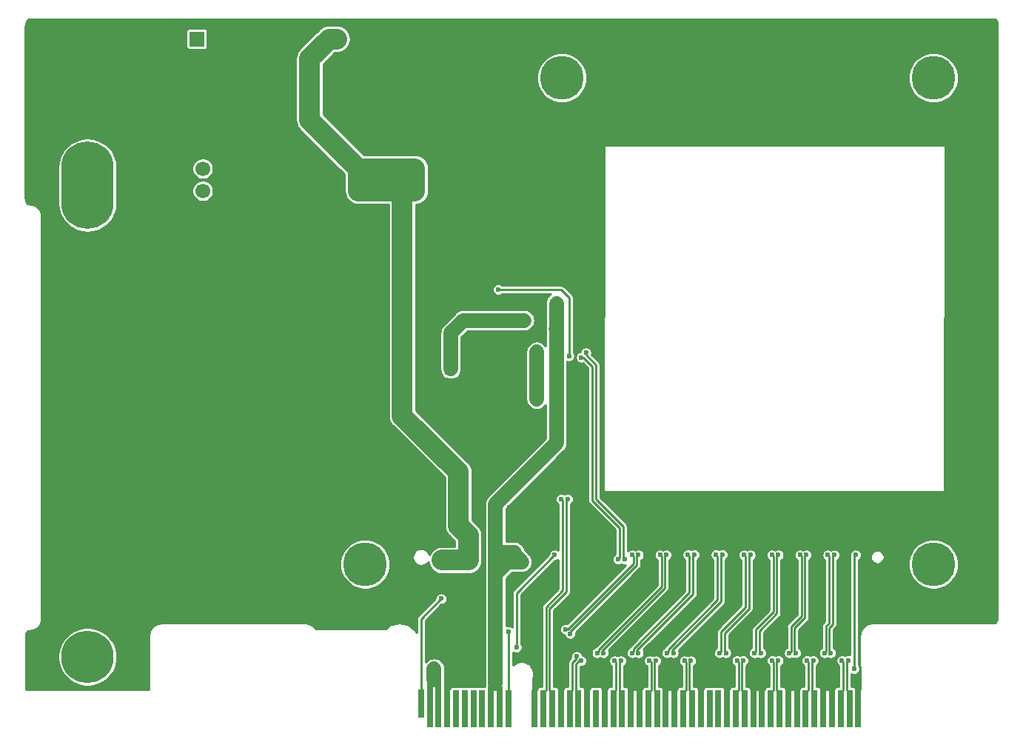
<source format=gbl>
%TF.GenerationSoftware,KiCad,Pcbnew,(5.1.9)-1*%
%TF.CreationDate,2021-05-23T17:46:56+08:00*%
%TF.ProjectId,V1,56312e6b-6963-4616-945f-706362585858,rev?*%
%TF.SameCoordinates,Original*%
%TF.FileFunction,Copper,L2,Bot*%
%TF.FilePolarity,Positive*%
%FSLAX46Y46*%
G04 Gerber Fmt 4.6, Leading zero omitted, Abs format (unit mm)*
G04 Created by KiCad (PCBNEW (5.1.9)-1) date 2021-05-23 17:46:56*
%MOMM*%
%LPD*%
G01*
G04 APERTURE LIST*
%TA.AperFunction,ConnectorPad*%
%ADD10R,0.700000X4.300000*%
%TD*%
%TA.AperFunction,ConnectorPad*%
%ADD11R,0.700000X3.200000*%
%TD*%
%TA.AperFunction,ComponentPad*%
%ADD12O,6.000000X10.000000*%
%TD*%
%TA.AperFunction,ComponentPad*%
%ADD13C,6.000000*%
%TD*%
%TA.AperFunction,ComponentPad*%
%ADD14C,5.000000*%
%TD*%
%TA.AperFunction,ComponentPad*%
%ADD15R,1.700000X1.700000*%
%TD*%
%TA.AperFunction,ComponentPad*%
%ADD16O,1.700000X1.700000*%
%TD*%
%TA.AperFunction,ComponentPad*%
%ADD17C,1.700000*%
%TD*%
%TA.AperFunction,ViaPad*%
%ADD18C,0.600000*%
%TD*%
%TA.AperFunction,ViaPad*%
%ADD19C,0.800000*%
%TD*%
%TA.AperFunction,Conductor*%
%ADD20C,0.700000*%
%TD*%
%TA.AperFunction,Conductor*%
%ADD21C,1.700000*%
%TD*%
%TA.AperFunction,Conductor*%
%ADD22C,0.500000*%
%TD*%
%TA.AperFunction,Conductor*%
%ADD23C,0.254000*%
%TD*%
%TA.AperFunction,Conductor*%
%ADD24C,0.250000*%
%TD*%
%TA.AperFunction,Conductor*%
%ADD25C,2.400000*%
%TD*%
%TA.AperFunction,Conductor*%
%ADD26C,0.381000*%
%TD*%
%TA.AperFunction,Conductor*%
%ADD27C,0.100000*%
%TD*%
G04 APERTURE END LIST*
D10*
X183650000Y-130550000D03*
X182650000Y-130550000D03*
X181650000Y-130550000D03*
X180650000Y-130550000D03*
X179650000Y-130550000D03*
X178650000Y-130550000D03*
X177650000Y-130550000D03*
X176650000Y-130550000D03*
X147650000Y-130550000D03*
X146650000Y-130550000D03*
X152650000Y-130550000D03*
X151650000Y-130550000D03*
X150650000Y-130550000D03*
X149650000Y-130550000D03*
X148650000Y-130550000D03*
X143650000Y-130550000D03*
X142650000Y-130550000D03*
X141650000Y-130550000D03*
X140650000Y-130550000D03*
X139650000Y-130550000D03*
X138650000Y-130550000D03*
X137650000Y-130550000D03*
X136650000Y-130550000D03*
X135650000Y-130550000D03*
X134650000Y-130550000D03*
D11*
X133650000Y-130000000D03*
D10*
X153650000Y-130550000D03*
X154650000Y-130550000D03*
X155650000Y-130550000D03*
X156650000Y-130550000D03*
X157650000Y-130550000D03*
X158650000Y-130550000D03*
X159650000Y-130550000D03*
X160650000Y-130550000D03*
X161650000Y-130550000D03*
X162650000Y-130550000D03*
X163650000Y-130550000D03*
X164650000Y-130550000D03*
X165650000Y-130550000D03*
X166650000Y-130550000D03*
X167650000Y-130550000D03*
X168650000Y-130550000D03*
X169650000Y-130550000D03*
X170650000Y-130550000D03*
X171650000Y-130550000D03*
X172650000Y-130550000D03*
X173650000Y-130550000D03*
X174650000Y-130550000D03*
X175650000Y-130550000D03*
D12*
X95500000Y-70739000D03*
D13*
X95500000Y-124650001D03*
D14*
X192250000Y-114050000D03*
X192250000Y-58450000D03*
X149750000Y-58450000D03*
X127250000Y-114050000D03*
D15*
X124000000Y-54000000D03*
D16*
X126540000Y-54000000D03*
D15*
X108000000Y-54000000D03*
D16*
X110540000Y-54000000D03*
D17*
X126468000Y-71374000D03*
X126468000Y-68834000D03*
X126468000Y-58674000D03*
X126468000Y-61214000D03*
X108688000Y-61214000D03*
X108688000Y-58674000D03*
X108688000Y-71374000D03*
X108688000Y-68834000D03*
D18*
X134650000Y-126081000D03*
X134650000Y-126843000D03*
X135650000Y-126859000D03*
X135650000Y-126097000D03*
X156704000Y-107544000D03*
X172550000Y-113000000D03*
X175750000Y-113025000D03*
X178950000Y-113000000D03*
X182150000Y-113025000D03*
X145022000Y-76429000D03*
X142450000Y-76450000D03*
X181150000Y-126600000D03*
X177150000Y-126600000D03*
X179150000Y-126600000D03*
X173150000Y-126600000D03*
X175150000Y-126600000D03*
X171150000Y-126600000D03*
X169150000Y-126600000D03*
X157150000Y-126600000D03*
X155150000Y-126600000D03*
X152650000Y-126600000D03*
X150150000Y-126600000D03*
X159150000Y-126600000D03*
X147150000Y-126600000D03*
X147150000Y-121500000D03*
X161150000Y-126600000D03*
X163150000Y-126600000D03*
X169350000Y-112950000D03*
X166497000Y-126619000D03*
X137795000Y-126111000D03*
X138938000Y-126111000D03*
X165100000Y-126619000D03*
X166150000Y-112975000D03*
X162950000Y-113000000D03*
X159750000Y-113000000D03*
X152273000Y-113030000D03*
X156464000Y-117983000D03*
X152019000Y-117856000D03*
X151130000Y-123190000D03*
X112498000Y-60960000D03*
X142367000Y-66294000D03*
X144907000Y-66294000D03*
X147447000Y-66294000D03*
X149987000Y-66294000D03*
X142367000Y-68834000D03*
X144907000Y-68834000D03*
X147447000Y-68834000D03*
X149987000Y-68834000D03*
X115038000Y-60960000D03*
X117578000Y-60960000D03*
X112498000Y-63500000D03*
X115038000Y-63500000D03*
X117578000Y-63500000D03*
X112498000Y-66040000D03*
X115038000Y-66040000D03*
X117578000Y-66040000D03*
X112498000Y-68580000D03*
X115038000Y-68580000D03*
X117578000Y-68580000D03*
X112498000Y-71120000D03*
X115038000Y-71120000D03*
X117578000Y-71120000D03*
X143764000Y-107569000D03*
X146304000Y-107569000D03*
X148844000Y-107569000D03*
X151384000Y-107569000D03*
X159004000Y-107569000D03*
X161544000Y-107569000D03*
X164084000Y-107569000D03*
X166624000Y-107569000D03*
X169164000Y-107569000D03*
X171704000Y-107569000D03*
X174244000Y-107569000D03*
X176784000Y-107569000D03*
X179324000Y-107569000D03*
X181864000Y-107569000D03*
X184404000Y-107569000D03*
X186944000Y-107569000D03*
X189484000Y-107569000D03*
X192024000Y-107569000D03*
X96901000Y-109855000D03*
X99441000Y-109855000D03*
X101981000Y-109855000D03*
X104521000Y-109855000D03*
X107061000Y-109855000D03*
X109601000Y-109855000D03*
X112141000Y-109855000D03*
X114681000Y-109855000D03*
X117221000Y-109855000D03*
X119761000Y-109855000D03*
X96901000Y-112395000D03*
X99441000Y-112395000D03*
X101981000Y-112395000D03*
X104521000Y-112395000D03*
X107061000Y-112395000D03*
X109601000Y-112395000D03*
X112141000Y-112395000D03*
X114681000Y-112395000D03*
X117221000Y-112395000D03*
X119761000Y-112395000D03*
X96901000Y-114935000D03*
X99441000Y-114935000D03*
X101981000Y-114935000D03*
X104521000Y-114935000D03*
X107061000Y-114935000D03*
X109601000Y-114935000D03*
X112141000Y-114935000D03*
X114681000Y-114935000D03*
X117221000Y-114935000D03*
X119761000Y-114935000D03*
X94718000Y-61722000D03*
X97258000Y-61722000D03*
X99798000Y-61722000D03*
X94718000Y-64262000D03*
X97258000Y-64262000D03*
X99798000Y-64262000D03*
X144907000Y-73914000D03*
X147447000Y-71374000D03*
X149987000Y-73914000D03*
X147447000Y-73914000D03*
X142367000Y-73914000D03*
X142367000Y-71374000D03*
X144907000Y-71374000D03*
X149987000Y-71374000D03*
X149987000Y-76454000D03*
X147447000Y-76454000D03*
X183650000Y-126975000D03*
X149492000Y-96979000D03*
X149475000Y-95475000D03*
X148792000Y-96954000D03*
X149475000Y-96200000D03*
X148775000Y-95475000D03*
X148775000Y-96204000D03*
X149517000Y-85779000D03*
X148817000Y-85754000D03*
X149500000Y-85000000D03*
X148800000Y-85004000D03*
X149500000Y-84275000D03*
X148800000Y-84275000D03*
X142975000Y-112700000D03*
X143775000Y-112700000D03*
X144575000Y-112700000D03*
X143775000Y-113800000D03*
X144575000Y-113800000D03*
X145375000Y-113800000D03*
X141800000Y-127100000D03*
X141800000Y-126100000D03*
X141800000Y-125100000D03*
X144570152Y-123570152D03*
X148950000Y-113000000D03*
X143650000Y-121750000D03*
X150413500Y-106625000D03*
X149686500Y-106625000D03*
X162513500Y-124200000D03*
X168113500Y-112950000D03*
X161786500Y-124200000D03*
X167386500Y-112950000D03*
X164913500Y-112950000D03*
X158513500Y-124200000D03*
X164186500Y-112950000D03*
X157786500Y-124200000D03*
X154513500Y-124200000D03*
X161713500Y-112997901D03*
X153786500Y-124200000D03*
X160986500Y-112997901D03*
X157786500Y-112998622D03*
X150192966Y-121492966D03*
X158513500Y-112998622D03*
X150707034Y-122007034D03*
X164513500Y-125100000D03*
X163786500Y-125100000D03*
X160513500Y-125100000D03*
X159786500Y-125100000D03*
X156513500Y-125100000D03*
X155786500Y-125100000D03*
X151442966Y-124592966D03*
X151957034Y-125107034D03*
X183350000Y-113000000D03*
X183175000Y-126000000D03*
X135950000Y-118000000D03*
X130884000Y-86899000D03*
X130884000Y-85629000D03*
X132154000Y-85629000D03*
X132154000Y-86899000D03*
D19*
X136225000Y-113500000D03*
X137225000Y-113500000D03*
X139225000Y-113500000D03*
D18*
X130659000Y-68834000D03*
X131929000Y-68834000D03*
X130659000Y-70104000D03*
X131929000Y-70104000D03*
X130659000Y-71374000D03*
X131929000Y-71374000D03*
D19*
X138225000Y-113500000D03*
D18*
X136667000Y-91379000D03*
X136667000Y-92179000D03*
X136667000Y-90629000D03*
X137417000Y-90629000D03*
X137417000Y-92179000D03*
X137417000Y-91379000D03*
X138750000Y-86550000D03*
X139479000Y-86550000D03*
X139475000Y-85850000D03*
X140229000Y-86533000D03*
X140254000Y-85833000D03*
X138750000Y-85850000D03*
X146525000Y-93750000D03*
X146525000Y-94479000D03*
X147225000Y-94475000D03*
X146542000Y-95229000D03*
X147242000Y-95254000D03*
X147225000Y-93750000D03*
X147375000Y-89575000D03*
X146750000Y-89575000D03*
X182513500Y-125095000D03*
X181786500Y-125095000D03*
X178513500Y-125095000D03*
X177786500Y-125095000D03*
X167786500Y-124200000D03*
X170586500Y-113000000D03*
X168513500Y-124200000D03*
X171313500Y-113000000D03*
X171786500Y-124206000D03*
X173786500Y-113000000D03*
X172513500Y-124206000D03*
X174513500Y-113000000D03*
X175786500Y-124206000D03*
X176986500Y-113000000D03*
X176513500Y-124206000D03*
X177713500Y-113000000D03*
X179786500Y-124200000D03*
X180186500Y-113000000D03*
X180513500Y-124200000D03*
X180913500Y-113000000D03*
X169786500Y-125095000D03*
X170513500Y-125095000D03*
X173786500Y-125095000D03*
X174513500Y-125095000D03*
X156913500Y-113505272D03*
X152507034Y-89892966D03*
X156186500Y-113505272D03*
X151992966Y-90407034D03*
X150575000Y-90250000D03*
X142475000Y-82675000D03*
D20*
X134650000Y-130550000D02*
X134650000Y-126843000D01*
X135650000Y-130550000D02*
X135650000Y-126859000D01*
D21*
X135144000Y-126000000D02*
X135144000Y-127238000D01*
D20*
X135144000Y-126000000D02*
X135650000Y-126000000D01*
X134650000Y-126000000D02*
X135144000Y-126000000D01*
D21*
X135144000Y-127238000D02*
X135128000Y-127222000D01*
D20*
X134650000Y-126081000D02*
X134650000Y-126000000D01*
X134650000Y-126843000D02*
X134650000Y-126081000D01*
X135650000Y-126859000D02*
X135650000Y-126097000D01*
X135650000Y-126097000D02*
X135650000Y-126000000D01*
D22*
X180650000Y-130550000D02*
X180650000Y-127100000D01*
X180650000Y-127100000D02*
X181150000Y-126600000D01*
X179650000Y-127100000D02*
X179150000Y-126600000D01*
X179650000Y-130550000D02*
X179650000Y-127100000D01*
X176650000Y-130550000D02*
X176650000Y-127100000D01*
X176650000Y-127100000D02*
X177150000Y-126600000D01*
X175650000Y-127100000D02*
X175150000Y-126600000D01*
X175650000Y-130550000D02*
X175650000Y-127100000D01*
X172650000Y-130550000D02*
X172650000Y-127100000D01*
X172650000Y-127100000D02*
X173150000Y-126600000D01*
X171650000Y-127100000D02*
X171150000Y-126600000D01*
X171650000Y-130550000D02*
X171650000Y-127100000D01*
X168650000Y-127100000D02*
X169150000Y-126600000D01*
X168650000Y-130550000D02*
X168650000Y-127100000D01*
X161650000Y-130550000D02*
X161650000Y-127100000D01*
X161650000Y-127100000D02*
X161150000Y-126600000D01*
X162650000Y-130550000D02*
X162650000Y-127100000D01*
X162650000Y-127100000D02*
X163150000Y-126600000D01*
X149650000Y-127100000D02*
X150150000Y-126600000D01*
X149650000Y-130550000D02*
X149650000Y-127100000D01*
X146650000Y-127100000D02*
X147150000Y-126600000D01*
X146650000Y-130550000D02*
X146650000Y-127100000D01*
X154650000Y-127100000D02*
X155150000Y-126600000D01*
X154650000Y-130550000D02*
X154650000Y-127100000D01*
X157650000Y-127100000D02*
X157150000Y-126600000D01*
X157650000Y-130550000D02*
X157650000Y-127100000D01*
X158650000Y-127100000D02*
X159150000Y-126600000D01*
X158650000Y-130550000D02*
X158650000Y-127100000D01*
X152650000Y-130550000D02*
X152650000Y-126600000D01*
X136650000Y-127256000D02*
X137795000Y-126111000D01*
X136650000Y-130550000D02*
X136650000Y-127256000D01*
X165650000Y-127466000D02*
X166497000Y-126619000D01*
X165650000Y-130550000D02*
X165650000Y-127466000D01*
X168650000Y-128239998D02*
X168650000Y-130550000D01*
X167029002Y-126619000D02*
X168650000Y-128239998D01*
X166497000Y-126619000D02*
X167029002Y-126619000D01*
X183650000Y-126975000D02*
X183650000Y-130550000D01*
D20*
X142650000Y-130550000D02*
X142650000Y-128200000D01*
X141650000Y-130550000D02*
X141650000Y-128150000D01*
X142650000Y-128200000D02*
X142150000Y-127700000D01*
D21*
X142150000Y-115200000D02*
X143550000Y-113800000D01*
X142150000Y-127700000D02*
X142150000Y-115200000D01*
X143550000Y-113800000D02*
X145150000Y-113800000D01*
X144350000Y-112700000D02*
X142750000Y-112700000D01*
X142750000Y-113000000D02*
X143550000Y-113800000D01*
X142750000Y-112700000D02*
X142750000Y-113000000D01*
X144350000Y-113000000D02*
X145150000Y-113800000D01*
X144350000Y-112700000D02*
X144350000Y-113000000D01*
X142150000Y-113300000D02*
X142150000Y-115200000D01*
X142750000Y-112700000D02*
X142150000Y-113300000D01*
X142150000Y-115200000D02*
X142150000Y-110677006D01*
X142150000Y-107184998D02*
X149125000Y-100209998D01*
X142150000Y-110677006D02*
X142150000Y-107184998D01*
X149125000Y-87162981D02*
X149100000Y-87137981D01*
X149125000Y-100209998D02*
X149125000Y-87162981D01*
X149125000Y-87162981D02*
X149125000Y-84225000D01*
D23*
X148950000Y-113000000D02*
X144620152Y-117329848D01*
X144620152Y-123520152D02*
X144570152Y-123570152D01*
X144620152Y-117329848D02*
X144620152Y-123520152D01*
D24*
X143650000Y-130550000D02*
X143650000Y-121750000D01*
D23*
X148650000Y-128750000D02*
X148340500Y-128440500D01*
X148650000Y-130550000D02*
X148650000Y-128750000D01*
X148340500Y-128440500D02*
X148340500Y-119128908D01*
X150240500Y-106798000D02*
X150413500Y-106625000D01*
X150240500Y-117228908D02*
X150240500Y-106798000D01*
X148340500Y-119128908D02*
X150240500Y-117228908D01*
X147650000Y-128750000D02*
X147959500Y-128440500D01*
X147650000Y-130550000D02*
X147650000Y-128750000D01*
X147959500Y-128440500D02*
X147959500Y-118971092D01*
X149859500Y-117071092D02*
X149859500Y-106798000D01*
X147959500Y-118971092D02*
X149859500Y-117071092D01*
X149859500Y-106798000D02*
X149686500Y-106625000D01*
X162340500Y-124027000D02*
X162513500Y-124200000D01*
X162340500Y-123928908D02*
X162340500Y-124027000D01*
X167940500Y-118328908D02*
X162340500Y-123928908D01*
X167940500Y-113123000D02*
X167940500Y-118328908D01*
X168113500Y-112950000D02*
X167940500Y-113123000D01*
X161959500Y-124027000D02*
X161786500Y-124200000D01*
X161959500Y-123771092D02*
X161959500Y-124027000D01*
X167559500Y-118171092D02*
X161959500Y-123771092D01*
X167559500Y-113123000D02*
X167559500Y-118171092D01*
X167386500Y-112950000D02*
X167559500Y-113123000D01*
X158340500Y-124027000D02*
X158513500Y-124200000D01*
X158340500Y-123878908D02*
X158340500Y-124027000D01*
X164740500Y-117478908D02*
X158340500Y-123878908D01*
X164740500Y-113123000D02*
X164740500Y-117478908D01*
X164913500Y-112950000D02*
X164740500Y-113123000D01*
X157959500Y-123721092D02*
X157959500Y-124027000D01*
X157959500Y-124027000D02*
X157786500Y-124200000D01*
X164359500Y-117321092D02*
X157959500Y-123721092D01*
X164359500Y-113123000D02*
X164359500Y-117321092D01*
X164186500Y-112950000D02*
X164359500Y-113123000D01*
X154340500Y-124027000D02*
X154513500Y-124200000D01*
X154340500Y-123978908D02*
X154340500Y-124027000D01*
X161540500Y-116778908D02*
X154340500Y-123978908D01*
X161540500Y-113170901D02*
X161540500Y-116778908D01*
X161713500Y-112997901D02*
X161540500Y-113170901D01*
X153959500Y-124027000D02*
X153786500Y-124200000D01*
X153959500Y-123821092D02*
X153959500Y-124027000D01*
X161159500Y-116621092D02*
X153959500Y-123821092D01*
X161159500Y-113170901D02*
X161159500Y-116621092D01*
X160986500Y-112997901D02*
X161159500Y-113170901D01*
X150437626Y-121492966D02*
X150192966Y-121492966D01*
X157959500Y-113971092D02*
X150437626Y-121492966D01*
X157959500Y-113171622D02*
X157959500Y-113971092D01*
X157786500Y-112998622D02*
X157959500Y-113171622D01*
X150707034Y-121762374D02*
X150707034Y-122007034D01*
X158340500Y-114128908D02*
X150707034Y-121762374D01*
X158340500Y-113171622D02*
X158340500Y-114128908D01*
X158513500Y-112998622D02*
X158340500Y-113171622D01*
X164650000Y-128750000D02*
X164340500Y-128440500D01*
X164650000Y-130550000D02*
X164650000Y-128750000D01*
X164340500Y-128440500D02*
X164340500Y-125273000D01*
X164340500Y-125273000D02*
X164513500Y-125100000D01*
X163650000Y-128750000D02*
X163959500Y-128440500D01*
X163650000Y-130550000D02*
X163650000Y-128750000D01*
X163959500Y-125273000D02*
X163786500Y-125100000D01*
X163959500Y-128440500D02*
X163959500Y-125273000D01*
X160650000Y-128750000D02*
X160340500Y-128440500D01*
X160650000Y-130550000D02*
X160650000Y-128750000D01*
X160340500Y-128440500D02*
X160340500Y-125273000D01*
X160340500Y-125273000D02*
X160513500Y-125100000D01*
X159650000Y-128750000D02*
X159959500Y-128440500D01*
X159650000Y-130550000D02*
X159650000Y-128750000D01*
X159959500Y-128440500D02*
X159959500Y-125273000D01*
X159959500Y-125273000D02*
X159786500Y-125100000D01*
X156650000Y-128750000D02*
X156340500Y-128440500D01*
X156650000Y-130550000D02*
X156650000Y-128750000D01*
X156340500Y-125273000D02*
X156513500Y-125100000D01*
X156340500Y-128440500D02*
X156340500Y-125273000D01*
X155650000Y-128750000D02*
X155959500Y-128440500D01*
X155650000Y-130550000D02*
X155650000Y-128750000D01*
X155959500Y-125273000D02*
X155786500Y-125100000D01*
X155959500Y-128440500D02*
X155959500Y-125273000D01*
X150650000Y-128750000D02*
X150959500Y-128440500D01*
X150650000Y-130550000D02*
X150650000Y-128750000D01*
X151442966Y-124837626D02*
X151442966Y-124592966D01*
X150959500Y-125321092D02*
X151442966Y-124837626D01*
X150959500Y-128440500D02*
X150959500Y-125321092D01*
X151650000Y-128750000D02*
X151340500Y-128440500D01*
X151650000Y-130550000D02*
X151650000Y-128750000D01*
X151712374Y-125107034D02*
X151957034Y-125107034D01*
X151340500Y-128440500D02*
X151340500Y-125478908D01*
X151340500Y-125478908D02*
X151712374Y-125107034D01*
D24*
X183400000Y-113050000D02*
X183350000Y-113000000D01*
X183275000Y-113075000D02*
X183350000Y-113000000D01*
D23*
X183175000Y-113175000D02*
X183350000Y-113000000D01*
X183175000Y-126000000D02*
X183175000Y-113175000D01*
D24*
X133650000Y-120300000D02*
X133650000Y-130000000D01*
X135950000Y-118000000D02*
X133650000Y-120300000D01*
D25*
X139050000Y-113600000D02*
X136050000Y-113600000D01*
X139050000Y-113600000D02*
X139050000Y-110759000D01*
X139050000Y-110759000D02*
X137922000Y-109631000D01*
X126468000Y-68834000D02*
X120880000Y-63246000D01*
X120880000Y-63246000D02*
X120880000Y-56261000D01*
X123141000Y-54000000D02*
X124000000Y-54000000D01*
X120880000Y-56261000D02*
X123141000Y-54000000D01*
X126468000Y-68834000D02*
X132945000Y-68834000D01*
X132945000Y-68834000D02*
X132945000Y-71374000D01*
X126468000Y-68834000D02*
X126468000Y-71374000D01*
X137922000Y-109631000D02*
X137922000Y-103522000D01*
X131501000Y-97101000D02*
X131501000Y-71374000D01*
X137922000Y-103522000D02*
X131501000Y-97101000D01*
X131501000Y-71374000D02*
X126468000Y-71374000D01*
X132945000Y-71374000D02*
X131501000Y-71374000D01*
D21*
X139700000Y-86175000D02*
X138475000Y-86175000D01*
X139700000Y-86175000D02*
X145450000Y-86175000D01*
X138475000Y-86175000D02*
X137050000Y-87600000D01*
X137050000Y-87600000D02*
X137050000Y-91700000D01*
D26*
X146950000Y-93475000D02*
X147225000Y-93750000D01*
D21*
X146875000Y-89775000D02*
X146875000Y-95175000D01*
D23*
X182650000Y-130550000D02*
X182650000Y-128750000D01*
X182340500Y-125268000D02*
X182513500Y-125095000D01*
X182650000Y-128750000D02*
X182340500Y-128440500D01*
X182340500Y-128440500D02*
X182340500Y-125268000D01*
X181959500Y-125268000D02*
X181786500Y-125095000D01*
X181650000Y-128750000D02*
X181959500Y-128440500D01*
X181959500Y-128440500D02*
X181959500Y-125268000D01*
X181650000Y-130550000D02*
X181650000Y-128750000D01*
X178650000Y-130550000D02*
X178650000Y-128750000D01*
X178340500Y-125268000D02*
X178513500Y-125095000D01*
X178650000Y-128750000D02*
X178340500Y-128440500D01*
X178340500Y-128440500D02*
X178340500Y-125268000D01*
X177959500Y-125268000D02*
X177786500Y-125095000D01*
X177650000Y-128750000D02*
X177959500Y-128440500D01*
X177959500Y-128440500D02*
X177959500Y-125268000D01*
X177650000Y-130550000D02*
X177650000Y-128750000D01*
X167959500Y-124027000D02*
X167786500Y-124200000D01*
X167959500Y-121771092D02*
X167959500Y-124027000D01*
X170759500Y-118971092D02*
X167959500Y-121771092D01*
X170759500Y-113173000D02*
X170759500Y-118971092D01*
X170586500Y-113000000D02*
X170759500Y-113173000D01*
X168340500Y-124027000D02*
X168513500Y-124200000D01*
X168340500Y-121928908D02*
X168340500Y-124027000D01*
X171140500Y-119128908D02*
X168340500Y-121928908D01*
X171140500Y-113173000D02*
X171140500Y-119128908D01*
X171313500Y-113000000D02*
X171140500Y-113173000D01*
X173959500Y-119521092D02*
X173959500Y-113173000D01*
X173959500Y-113173000D02*
X173786500Y-113000000D01*
X171959500Y-124033000D02*
X171959500Y-121521092D01*
X171959500Y-121521092D02*
X173959500Y-119521092D01*
X171786500Y-124206000D02*
X171959500Y-124033000D01*
X174340500Y-113173000D02*
X174513500Y-113000000D01*
X174340500Y-119678908D02*
X174340500Y-113173000D01*
X172340500Y-121678908D02*
X174340500Y-119678908D01*
X172340500Y-124033000D02*
X172340500Y-121678908D01*
X172513500Y-124206000D02*
X172340500Y-124033000D01*
X177159500Y-120021092D02*
X177159500Y-113173000D01*
X175959500Y-121221092D02*
X177159500Y-120021092D01*
X177159500Y-113173000D02*
X176986500Y-113000000D01*
X175959500Y-124033000D02*
X175959500Y-121221092D01*
X175786500Y-124206000D02*
X175959500Y-124033000D01*
X177540500Y-113173000D02*
X177713500Y-113000000D01*
X177540500Y-120178908D02*
X177540500Y-113173000D01*
X176340500Y-121378908D02*
X177540500Y-120178908D01*
X176340500Y-124033000D02*
X176340500Y-121378908D01*
X176513500Y-124206000D02*
X176340500Y-124033000D01*
X179959500Y-124027000D02*
X179959500Y-121171092D01*
X179786500Y-124200000D02*
X179959500Y-124027000D01*
X180359500Y-113173000D02*
X180186500Y-113000000D01*
X179959500Y-121171092D02*
X180359500Y-120771092D01*
X180359500Y-120771092D02*
X180359500Y-113173000D01*
X180340500Y-124027000D02*
X180513500Y-124200000D01*
X180340500Y-121328908D02*
X180340500Y-124027000D01*
X180740500Y-120928908D02*
X180340500Y-121328908D01*
X180740500Y-113173000D02*
X180740500Y-120928908D01*
X180913500Y-113000000D02*
X180740500Y-113173000D01*
X169959500Y-125268000D02*
X169786500Y-125095000D01*
X169650000Y-128750000D02*
X169959500Y-128440500D01*
X169959500Y-128440500D02*
X169959500Y-125268000D01*
X169650000Y-130550000D02*
X169650000Y-128750000D01*
X170650000Y-130550000D02*
X170650000Y-128750000D01*
X170340500Y-125268000D02*
X170513500Y-125095000D01*
X170650000Y-128750000D02*
X170340500Y-128440500D01*
X170340500Y-128440500D02*
X170340500Y-125268000D01*
X173959500Y-125268000D02*
X173786500Y-125095000D01*
X173650000Y-128750000D02*
X173959500Y-128440500D01*
X173959500Y-128440500D02*
X173959500Y-125268000D01*
X173650000Y-130550000D02*
X173650000Y-128750000D01*
X174650000Y-130550000D02*
X174650000Y-128750000D01*
X174340500Y-125268000D02*
X174513500Y-125095000D01*
X174650000Y-128750000D02*
X174340500Y-128440500D01*
X174340500Y-128440500D02*
X174340500Y-125268000D01*
X156913500Y-113505272D02*
X156740500Y-113332272D01*
X156740500Y-113332272D02*
X156740500Y-109721092D01*
X152507034Y-90137626D02*
X153640500Y-91271092D01*
X152507034Y-89892966D02*
X152507034Y-90137626D01*
X153640500Y-106621092D02*
X156740500Y-109721092D01*
X153640500Y-91271092D02*
X153640500Y-106621092D01*
X156359500Y-113332272D02*
X156359500Y-109878908D01*
X156186500Y-113505272D02*
X156359500Y-113332272D01*
X152237626Y-90407034D02*
X153259500Y-91428908D01*
X151992966Y-90407034D02*
X152237626Y-90407034D01*
X153259500Y-106778908D02*
X156359500Y-109878908D01*
X153259500Y-91428908D02*
X153259500Y-106778908D01*
X150575000Y-90250000D02*
X150575000Y-84010457D01*
X150575000Y-84010457D02*
X150575000Y-83575000D01*
X149675000Y-82675000D02*
X142475000Y-82675000D01*
X150575000Y-83575000D02*
X149675000Y-82675000D01*
X199150356Y-51743146D02*
X199246899Y-51772294D01*
X199335935Y-51819636D01*
X199414080Y-51883369D01*
X199478359Y-51961068D01*
X199526321Y-52049773D01*
X199556140Y-52146104D01*
X199569000Y-52268457D01*
X199569001Y-120226469D01*
X199556854Y-120350356D01*
X199527706Y-120446897D01*
X199480364Y-120535935D01*
X199416632Y-120614079D01*
X199338930Y-120678359D01*
X199250230Y-120726320D01*
X199153896Y-120756140D01*
X199031542Y-120769000D01*
X185369614Y-120769000D01*
X185355178Y-120767428D01*
X185348440Y-120767403D01*
X185291808Y-120767586D01*
X185265061Y-120770296D01*
X185238165Y-120770750D01*
X185231477Y-120771568D01*
X185033024Y-120797230D01*
X184990416Y-120807042D01*
X184947642Y-120816265D01*
X184941240Y-120818366D01*
X184751552Y-120882085D01*
X184711616Y-120900006D01*
X184671491Y-120917343D01*
X184665619Y-120920647D01*
X184491921Y-121019997D01*
X184456272Y-121045301D01*
X184420234Y-121070133D01*
X184415116Y-121074515D01*
X184264022Y-121205710D01*
X184233940Y-121237486D01*
X184203440Y-121268814D01*
X184199270Y-121274107D01*
X184076536Y-121432153D01*
X184053218Y-121469135D01*
X184029364Y-121505822D01*
X184026302Y-121511824D01*
X183936602Y-121690698D01*
X183920895Y-121731549D01*
X183904637Y-121772131D01*
X183902799Y-121778613D01*
X183849553Y-121971503D01*
X183842087Y-122014586D01*
X183834014Y-122057588D01*
X183833470Y-122064304D01*
X183818703Y-122263864D01*
X183819002Y-122276369D01*
X183819001Y-122276374D01*
X183819000Y-125623625D01*
X183825960Y-125694291D01*
X183853464Y-125784960D01*
X183869000Y-125814026D01*
X183869000Y-128397000D01*
X183382548Y-128397000D01*
X183375487Y-128325311D01*
X183353701Y-128253492D01*
X183318322Y-128187304D01*
X183270711Y-128129289D01*
X183212696Y-128081678D01*
X183146508Y-128046299D01*
X183074689Y-128024513D01*
X183000000Y-128017157D01*
X182848500Y-128017157D01*
X182848500Y-126600871D01*
X182852426Y-126603494D01*
X182976360Y-126654829D01*
X183107927Y-126681000D01*
X183242073Y-126681000D01*
X183373640Y-126654829D01*
X183497574Y-126603494D01*
X183609112Y-126528967D01*
X183703967Y-126434112D01*
X183778494Y-126322574D01*
X183829829Y-126198640D01*
X183856000Y-126067073D01*
X183856000Y-125932927D01*
X183829829Y-125801360D01*
X183778494Y-125677426D01*
X183703967Y-125565888D01*
X183683000Y-125544921D01*
X183683000Y-113596528D01*
X183784112Y-113528967D01*
X183878967Y-113434112D01*
X183953494Y-113322574D01*
X184004829Y-113198640D01*
X184009913Y-113173078D01*
X185069000Y-113173078D01*
X185069000Y-113326922D01*
X185099013Y-113477809D01*
X185157887Y-113619942D01*
X185243358Y-113747859D01*
X185352141Y-113856642D01*
X185480058Y-113942113D01*
X185622191Y-114000987D01*
X185773078Y-114031000D01*
X185926922Y-114031000D01*
X186077809Y-114000987D01*
X186219942Y-113942113D01*
X186347859Y-113856642D01*
X186438255Y-113766246D01*
X189369000Y-113766246D01*
X189369000Y-114333754D01*
X189479715Y-114890357D01*
X189696891Y-115414665D01*
X190012181Y-115886530D01*
X190413470Y-116287819D01*
X190885335Y-116603109D01*
X191409643Y-116820285D01*
X191966246Y-116931000D01*
X192533754Y-116931000D01*
X193090357Y-116820285D01*
X193614665Y-116603109D01*
X194086530Y-116287819D01*
X194487819Y-115886530D01*
X194803109Y-115414665D01*
X195020285Y-114890357D01*
X195131000Y-114333754D01*
X195131000Y-113766246D01*
X195020285Y-113209643D01*
X194803109Y-112685335D01*
X194487819Y-112213470D01*
X194086530Y-111812181D01*
X193614665Y-111496891D01*
X193090357Y-111279715D01*
X192533754Y-111169000D01*
X191966246Y-111169000D01*
X191409643Y-111279715D01*
X190885335Y-111496891D01*
X190413470Y-111812181D01*
X190012181Y-112213470D01*
X189696891Y-112685335D01*
X189479715Y-113209643D01*
X189369000Y-113766246D01*
X186438255Y-113766246D01*
X186456642Y-113747859D01*
X186542113Y-113619942D01*
X186600987Y-113477809D01*
X186631000Y-113326922D01*
X186631000Y-113173078D01*
X186600987Y-113022191D01*
X186542113Y-112880058D01*
X186456642Y-112752141D01*
X186347859Y-112643358D01*
X186219942Y-112557887D01*
X186077809Y-112499013D01*
X185926922Y-112469000D01*
X185773078Y-112469000D01*
X185622191Y-112499013D01*
X185480058Y-112557887D01*
X185352141Y-112643358D01*
X185243358Y-112752141D01*
X185157887Y-112880058D01*
X185099013Y-113022191D01*
X185069000Y-113173078D01*
X184009913Y-113173078D01*
X184031000Y-113067073D01*
X184031000Y-112932927D01*
X184004829Y-112801360D01*
X183953494Y-112677426D01*
X183878967Y-112565888D01*
X183784112Y-112471033D01*
X183672574Y-112396506D01*
X183548640Y-112345171D01*
X183417073Y-112319000D01*
X183282927Y-112319000D01*
X183151360Y-112345171D01*
X183027426Y-112396506D01*
X182915888Y-112471033D01*
X182821033Y-112565888D01*
X182746506Y-112677426D01*
X182695171Y-112801360D01*
X182669000Y-112932927D01*
X182669000Y-113067073D01*
X182673129Y-113087831D01*
X182664543Y-113175000D01*
X182667001Y-113199954D01*
X182667000Y-124431192D01*
X182580573Y-124414000D01*
X182446427Y-124414000D01*
X182314860Y-124440171D01*
X182190926Y-124491506D01*
X182150000Y-124518852D01*
X182109074Y-124491506D01*
X181985140Y-124440171D01*
X181853573Y-124414000D01*
X181719427Y-124414000D01*
X181587860Y-124440171D01*
X181463926Y-124491506D01*
X181352388Y-124566033D01*
X181257533Y-124660888D01*
X181183006Y-124772426D01*
X181131671Y-124896360D01*
X181105500Y-125027927D01*
X181105500Y-125162073D01*
X181131671Y-125293640D01*
X181183006Y-125417574D01*
X181257533Y-125529112D01*
X181352388Y-125623967D01*
X181451501Y-125690192D01*
X181451500Y-128017157D01*
X181300000Y-128017157D01*
X181225311Y-128024513D01*
X181153492Y-128046299D01*
X181087304Y-128081678D01*
X181029289Y-128129289D01*
X180981678Y-128187304D01*
X180946299Y-128253492D01*
X180924513Y-128325311D01*
X180917452Y-128397000D01*
X179382548Y-128397000D01*
X179375487Y-128325311D01*
X179353701Y-128253492D01*
X179318322Y-128187304D01*
X179270711Y-128129289D01*
X179212696Y-128081678D01*
X179146508Y-128046299D01*
X179074689Y-128024513D01*
X179000000Y-128017157D01*
X178848500Y-128017157D01*
X178848500Y-125690191D01*
X178947612Y-125623967D01*
X179042467Y-125529112D01*
X179116994Y-125417574D01*
X179168329Y-125293640D01*
X179194500Y-125162073D01*
X179194500Y-125027927D01*
X179168329Y-124896360D01*
X179116994Y-124772426D01*
X179042467Y-124660888D01*
X178947612Y-124566033D01*
X178836074Y-124491506D01*
X178712140Y-124440171D01*
X178580573Y-124414000D01*
X178446427Y-124414000D01*
X178314860Y-124440171D01*
X178190926Y-124491506D01*
X178150000Y-124518852D01*
X178109074Y-124491506D01*
X177985140Y-124440171D01*
X177853573Y-124414000D01*
X177719427Y-124414000D01*
X177587860Y-124440171D01*
X177463926Y-124491506D01*
X177352388Y-124566033D01*
X177257533Y-124660888D01*
X177183006Y-124772426D01*
X177131671Y-124896360D01*
X177105500Y-125027927D01*
X177105500Y-125162073D01*
X177131671Y-125293640D01*
X177183006Y-125417574D01*
X177257533Y-125529112D01*
X177352388Y-125623967D01*
X177451501Y-125690192D01*
X177451500Y-128017157D01*
X177300000Y-128017157D01*
X177225311Y-128024513D01*
X177153492Y-128046299D01*
X177087304Y-128081678D01*
X177029289Y-128129289D01*
X176981678Y-128187304D01*
X176946299Y-128253492D01*
X176924513Y-128325311D01*
X176917452Y-128397000D01*
X175382548Y-128397000D01*
X175375487Y-128325311D01*
X175353701Y-128253492D01*
X175318322Y-128187304D01*
X175270711Y-128129289D01*
X175212696Y-128081678D01*
X175146508Y-128046299D01*
X175074689Y-128024513D01*
X175000000Y-128017157D01*
X174848500Y-128017157D01*
X174848500Y-125690191D01*
X174947612Y-125623967D01*
X175042467Y-125529112D01*
X175116994Y-125417574D01*
X175168329Y-125293640D01*
X175194500Y-125162073D01*
X175194500Y-125027927D01*
X175168329Y-124896360D01*
X175116994Y-124772426D01*
X175042467Y-124660888D01*
X174947612Y-124566033D01*
X174836074Y-124491506D01*
X174712140Y-124440171D01*
X174580573Y-124414000D01*
X174446427Y-124414000D01*
X174314860Y-124440171D01*
X174190926Y-124491506D01*
X174150000Y-124518852D01*
X174109074Y-124491506D01*
X173985140Y-124440171D01*
X173853573Y-124414000D01*
X173719427Y-124414000D01*
X173587860Y-124440171D01*
X173463926Y-124491506D01*
X173352388Y-124566033D01*
X173257533Y-124660888D01*
X173183006Y-124772426D01*
X173131671Y-124896360D01*
X173105500Y-125027927D01*
X173105500Y-125162073D01*
X173131671Y-125293640D01*
X173183006Y-125417574D01*
X173257533Y-125529112D01*
X173352388Y-125623967D01*
X173451501Y-125690192D01*
X173451500Y-128017157D01*
X173300000Y-128017157D01*
X173225311Y-128024513D01*
X173153492Y-128046299D01*
X173087304Y-128081678D01*
X173029289Y-128129289D01*
X172981678Y-128187304D01*
X172946299Y-128253492D01*
X172924513Y-128325311D01*
X172917452Y-128397000D01*
X171382548Y-128397000D01*
X171375487Y-128325311D01*
X171353701Y-128253492D01*
X171318322Y-128187304D01*
X171270711Y-128129289D01*
X171212696Y-128081678D01*
X171146508Y-128046299D01*
X171074689Y-128024513D01*
X171000000Y-128017157D01*
X170848500Y-128017157D01*
X170848500Y-125690191D01*
X170947612Y-125623967D01*
X171042467Y-125529112D01*
X171116994Y-125417574D01*
X171168329Y-125293640D01*
X171194500Y-125162073D01*
X171194500Y-125027927D01*
X171168329Y-124896360D01*
X171116994Y-124772426D01*
X171042467Y-124660888D01*
X170947612Y-124566033D01*
X170836074Y-124491506D01*
X170712140Y-124440171D01*
X170580573Y-124414000D01*
X170446427Y-124414000D01*
X170314860Y-124440171D01*
X170190926Y-124491506D01*
X170150000Y-124518852D01*
X170109074Y-124491506D01*
X169985140Y-124440171D01*
X169853573Y-124414000D01*
X169719427Y-124414000D01*
X169587860Y-124440171D01*
X169463926Y-124491506D01*
X169352388Y-124566033D01*
X169257533Y-124660888D01*
X169183006Y-124772426D01*
X169131671Y-124896360D01*
X169105500Y-125027927D01*
X169105500Y-125162073D01*
X169131671Y-125293640D01*
X169183006Y-125417574D01*
X169257533Y-125529112D01*
X169352388Y-125623967D01*
X169451501Y-125690192D01*
X169451500Y-128017157D01*
X169300000Y-128017157D01*
X169225311Y-128024513D01*
X169153492Y-128046299D01*
X169087304Y-128081678D01*
X169029289Y-128129289D01*
X168981678Y-128187304D01*
X168946299Y-128253492D01*
X168924513Y-128325311D01*
X168917452Y-128397000D01*
X168382548Y-128397000D01*
X168375487Y-128325311D01*
X168353701Y-128253492D01*
X168318322Y-128187304D01*
X168270711Y-128129289D01*
X168212696Y-128081678D01*
X168146508Y-128046299D01*
X168074689Y-128024513D01*
X168000000Y-128017157D01*
X167300000Y-128017157D01*
X167225311Y-128024513D01*
X167153492Y-128046299D01*
X167150000Y-128048166D01*
X167146508Y-128046299D01*
X167074689Y-128024513D01*
X167000000Y-128017157D01*
X166300000Y-128017157D01*
X166225311Y-128024513D01*
X166153492Y-128046299D01*
X166087304Y-128081678D01*
X166029289Y-128129289D01*
X165981678Y-128187304D01*
X165946299Y-128253492D01*
X165924513Y-128325311D01*
X165917452Y-128397000D01*
X165382548Y-128397000D01*
X165375487Y-128325311D01*
X165353701Y-128253492D01*
X165318322Y-128187304D01*
X165270711Y-128129289D01*
X165212696Y-128081678D01*
X165146508Y-128046299D01*
X165074689Y-128024513D01*
X165000000Y-128017157D01*
X164848500Y-128017157D01*
X164848500Y-125695191D01*
X164947612Y-125628967D01*
X165042467Y-125534112D01*
X165116994Y-125422574D01*
X165168329Y-125298640D01*
X165194500Y-125167073D01*
X165194500Y-125032927D01*
X165168329Y-124901360D01*
X165116994Y-124777426D01*
X165042467Y-124665888D01*
X164947612Y-124571033D01*
X164836074Y-124496506D01*
X164712140Y-124445171D01*
X164580573Y-124419000D01*
X164446427Y-124419000D01*
X164314860Y-124445171D01*
X164190926Y-124496506D01*
X164150000Y-124523852D01*
X164109074Y-124496506D01*
X163985140Y-124445171D01*
X163853573Y-124419000D01*
X163719427Y-124419000D01*
X163587860Y-124445171D01*
X163463926Y-124496506D01*
X163352388Y-124571033D01*
X163257533Y-124665888D01*
X163183006Y-124777426D01*
X163131671Y-124901360D01*
X163105500Y-125032927D01*
X163105500Y-125167073D01*
X163131671Y-125298640D01*
X163183006Y-125422574D01*
X163257533Y-125534112D01*
X163352388Y-125628967D01*
X163451501Y-125695192D01*
X163451500Y-128017157D01*
X163300000Y-128017157D01*
X163225311Y-128024513D01*
X163153492Y-128046299D01*
X163087304Y-128081678D01*
X163029289Y-128129289D01*
X162981678Y-128187304D01*
X162946299Y-128253492D01*
X162924513Y-128325311D01*
X162917452Y-128397000D01*
X161382548Y-128397000D01*
X161375487Y-128325311D01*
X161353701Y-128253492D01*
X161318322Y-128187304D01*
X161270711Y-128129289D01*
X161212696Y-128081678D01*
X161146508Y-128046299D01*
X161074689Y-128024513D01*
X161000000Y-128017157D01*
X160848500Y-128017157D01*
X160848500Y-125695191D01*
X160947612Y-125628967D01*
X161042467Y-125534112D01*
X161116994Y-125422574D01*
X161168329Y-125298640D01*
X161194500Y-125167073D01*
X161194500Y-125032927D01*
X161168329Y-124901360D01*
X161116994Y-124777426D01*
X161042467Y-124665888D01*
X160947612Y-124571033D01*
X160836074Y-124496506D01*
X160712140Y-124445171D01*
X160580573Y-124419000D01*
X160446427Y-124419000D01*
X160314860Y-124445171D01*
X160190926Y-124496506D01*
X160150000Y-124523852D01*
X160109074Y-124496506D01*
X159985140Y-124445171D01*
X159853573Y-124419000D01*
X159719427Y-124419000D01*
X159587860Y-124445171D01*
X159463926Y-124496506D01*
X159352388Y-124571033D01*
X159257533Y-124665888D01*
X159183006Y-124777426D01*
X159131671Y-124901360D01*
X159105500Y-125032927D01*
X159105500Y-125167073D01*
X159131671Y-125298640D01*
X159183006Y-125422574D01*
X159257533Y-125534112D01*
X159352388Y-125628967D01*
X159451501Y-125695192D01*
X159451500Y-128017157D01*
X159300000Y-128017157D01*
X159225311Y-128024513D01*
X159153492Y-128046299D01*
X159087304Y-128081678D01*
X159029289Y-128129289D01*
X158981678Y-128187304D01*
X158946299Y-128253492D01*
X158924513Y-128325311D01*
X158917452Y-128397000D01*
X157382548Y-128397000D01*
X157375487Y-128325311D01*
X157353701Y-128253492D01*
X157318322Y-128187304D01*
X157270711Y-128129289D01*
X157212696Y-128081678D01*
X157146508Y-128046299D01*
X157074689Y-128024513D01*
X157000000Y-128017157D01*
X156848500Y-128017157D01*
X156848500Y-125695191D01*
X156947612Y-125628967D01*
X157042467Y-125534112D01*
X157116994Y-125422574D01*
X157168329Y-125298640D01*
X157194500Y-125167073D01*
X157194500Y-125032927D01*
X157168329Y-124901360D01*
X157116994Y-124777426D01*
X157042467Y-124665888D01*
X156947612Y-124571033D01*
X156836074Y-124496506D01*
X156712140Y-124445171D01*
X156580573Y-124419000D01*
X156446427Y-124419000D01*
X156314860Y-124445171D01*
X156190926Y-124496506D01*
X156150000Y-124523852D01*
X156109074Y-124496506D01*
X155985140Y-124445171D01*
X155853573Y-124419000D01*
X155719427Y-124419000D01*
X155587860Y-124445171D01*
X155463926Y-124496506D01*
X155352388Y-124571033D01*
X155257533Y-124665888D01*
X155183006Y-124777426D01*
X155131671Y-124901360D01*
X155105500Y-125032927D01*
X155105500Y-125167073D01*
X155131671Y-125298640D01*
X155183006Y-125422574D01*
X155257533Y-125534112D01*
X155352388Y-125628967D01*
X155451501Y-125695192D01*
X155451500Y-128017157D01*
X155300000Y-128017157D01*
X155225311Y-128024513D01*
X155153492Y-128046299D01*
X155087304Y-128081678D01*
X155029289Y-128129289D01*
X154981678Y-128187304D01*
X154946299Y-128253492D01*
X154924513Y-128325311D01*
X154917452Y-128397000D01*
X154382548Y-128397000D01*
X154375487Y-128325311D01*
X154353701Y-128253492D01*
X154318322Y-128187304D01*
X154270711Y-128129289D01*
X154212696Y-128081678D01*
X154146508Y-128046299D01*
X154074689Y-128024513D01*
X154000000Y-128017157D01*
X153300000Y-128017157D01*
X153225311Y-128024513D01*
X153153492Y-128046299D01*
X153087304Y-128081678D01*
X153029289Y-128129289D01*
X152981678Y-128187304D01*
X152946299Y-128253492D01*
X152924513Y-128325311D01*
X152917452Y-128397000D01*
X152382548Y-128397000D01*
X152375487Y-128325311D01*
X152353701Y-128253492D01*
X152318322Y-128187304D01*
X152270711Y-128129289D01*
X152212696Y-128081678D01*
X152146508Y-128046299D01*
X152074689Y-128024513D01*
X152000000Y-128017157D01*
X151848500Y-128017157D01*
X151848500Y-125779787D01*
X151889961Y-125788034D01*
X152024107Y-125788034D01*
X152155674Y-125761863D01*
X152279608Y-125710528D01*
X152391146Y-125636001D01*
X152486001Y-125541146D01*
X152560528Y-125429608D01*
X152611863Y-125305674D01*
X152638034Y-125174107D01*
X152638034Y-125039961D01*
X152611863Y-124908394D01*
X152560528Y-124784460D01*
X152486001Y-124672922D01*
X152391146Y-124578067D01*
X152279608Y-124503540D01*
X152155674Y-124452205D01*
X152107398Y-124442602D01*
X152097795Y-124394326D01*
X152046460Y-124270392D01*
X151971933Y-124158854D01*
X151946006Y-124132927D01*
X153105500Y-124132927D01*
X153105500Y-124267073D01*
X153131671Y-124398640D01*
X153183006Y-124522574D01*
X153257533Y-124634112D01*
X153352388Y-124728967D01*
X153463926Y-124803494D01*
X153587860Y-124854829D01*
X153719427Y-124881000D01*
X153853573Y-124881000D01*
X153985140Y-124854829D01*
X154109074Y-124803494D01*
X154150000Y-124776148D01*
X154190926Y-124803494D01*
X154314860Y-124854829D01*
X154446427Y-124881000D01*
X154580573Y-124881000D01*
X154712140Y-124854829D01*
X154836074Y-124803494D01*
X154947612Y-124728967D01*
X155042467Y-124634112D01*
X155116994Y-124522574D01*
X155168329Y-124398640D01*
X155194500Y-124267073D01*
X155194500Y-124132927D01*
X157105500Y-124132927D01*
X157105500Y-124267073D01*
X157131671Y-124398640D01*
X157183006Y-124522574D01*
X157257533Y-124634112D01*
X157352388Y-124728967D01*
X157463926Y-124803494D01*
X157587860Y-124854829D01*
X157719427Y-124881000D01*
X157853573Y-124881000D01*
X157985140Y-124854829D01*
X158109074Y-124803494D01*
X158150000Y-124776148D01*
X158190926Y-124803494D01*
X158314860Y-124854829D01*
X158446427Y-124881000D01*
X158580573Y-124881000D01*
X158712140Y-124854829D01*
X158836074Y-124803494D01*
X158947612Y-124728967D01*
X159042467Y-124634112D01*
X159116994Y-124522574D01*
X159168329Y-124398640D01*
X159194500Y-124267073D01*
X159194500Y-124132927D01*
X161105500Y-124132927D01*
X161105500Y-124267073D01*
X161131671Y-124398640D01*
X161183006Y-124522574D01*
X161257533Y-124634112D01*
X161352388Y-124728967D01*
X161463926Y-124803494D01*
X161587860Y-124854829D01*
X161719427Y-124881000D01*
X161853573Y-124881000D01*
X161985140Y-124854829D01*
X162109074Y-124803494D01*
X162150000Y-124776148D01*
X162190926Y-124803494D01*
X162314860Y-124854829D01*
X162446427Y-124881000D01*
X162580573Y-124881000D01*
X162712140Y-124854829D01*
X162836074Y-124803494D01*
X162947612Y-124728967D01*
X163042467Y-124634112D01*
X163116994Y-124522574D01*
X163168329Y-124398640D01*
X163194500Y-124267073D01*
X163194500Y-124132927D01*
X167105500Y-124132927D01*
X167105500Y-124267073D01*
X167131671Y-124398640D01*
X167183006Y-124522574D01*
X167257533Y-124634112D01*
X167352388Y-124728967D01*
X167463926Y-124803494D01*
X167587860Y-124854829D01*
X167719427Y-124881000D01*
X167853573Y-124881000D01*
X167985140Y-124854829D01*
X168109074Y-124803494D01*
X168150000Y-124776148D01*
X168190926Y-124803494D01*
X168314860Y-124854829D01*
X168446427Y-124881000D01*
X168580573Y-124881000D01*
X168712140Y-124854829D01*
X168836074Y-124803494D01*
X168947612Y-124728967D01*
X169042467Y-124634112D01*
X169116994Y-124522574D01*
X169168329Y-124398640D01*
X169194500Y-124267073D01*
X169194500Y-124138927D01*
X171105500Y-124138927D01*
X171105500Y-124273073D01*
X171131671Y-124404640D01*
X171183006Y-124528574D01*
X171257533Y-124640112D01*
X171352388Y-124734967D01*
X171463926Y-124809494D01*
X171587860Y-124860829D01*
X171719427Y-124887000D01*
X171853573Y-124887000D01*
X171985140Y-124860829D01*
X172109074Y-124809494D01*
X172150000Y-124782148D01*
X172190926Y-124809494D01*
X172314860Y-124860829D01*
X172446427Y-124887000D01*
X172580573Y-124887000D01*
X172712140Y-124860829D01*
X172836074Y-124809494D01*
X172947612Y-124734967D01*
X173042467Y-124640112D01*
X173116994Y-124528574D01*
X173168329Y-124404640D01*
X173194500Y-124273073D01*
X173194500Y-124138927D01*
X175105500Y-124138927D01*
X175105500Y-124273073D01*
X175131671Y-124404640D01*
X175183006Y-124528574D01*
X175257533Y-124640112D01*
X175352388Y-124734967D01*
X175463926Y-124809494D01*
X175587860Y-124860829D01*
X175719427Y-124887000D01*
X175853573Y-124887000D01*
X175985140Y-124860829D01*
X176109074Y-124809494D01*
X176150000Y-124782148D01*
X176190926Y-124809494D01*
X176314860Y-124860829D01*
X176446427Y-124887000D01*
X176580573Y-124887000D01*
X176712140Y-124860829D01*
X176836074Y-124809494D01*
X176947612Y-124734967D01*
X177042467Y-124640112D01*
X177116994Y-124528574D01*
X177168329Y-124404640D01*
X177194500Y-124273073D01*
X177194500Y-124138927D01*
X177193307Y-124132927D01*
X179105500Y-124132927D01*
X179105500Y-124267073D01*
X179131671Y-124398640D01*
X179183006Y-124522574D01*
X179257533Y-124634112D01*
X179352388Y-124728967D01*
X179463926Y-124803494D01*
X179587860Y-124854829D01*
X179719427Y-124881000D01*
X179853573Y-124881000D01*
X179985140Y-124854829D01*
X180109074Y-124803494D01*
X180150000Y-124776148D01*
X180190926Y-124803494D01*
X180314860Y-124854829D01*
X180446427Y-124881000D01*
X180580573Y-124881000D01*
X180712140Y-124854829D01*
X180836074Y-124803494D01*
X180947612Y-124728967D01*
X181042467Y-124634112D01*
X181116994Y-124522574D01*
X181168329Y-124398640D01*
X181194500Y-124267073D01*
X181194500Y-124132927D01*
X181168329Y-124001360D01*
X181116994Y-123877426D01*
X181042467Y-123765888D01*
X180947612Y-123671033D01*
X180848500Y-123604809D01*
X180848500Y-121539328D01*
X181082070Y-121305759D01*
X181101448Y-121289856D01*
X181123293Y-121263237D01*
X181164929Y-121212504D01*
X181212100Y-121124253D01*
X181212101Y-121124251D01*
X181241149Y-121028493D01*
X181248500Y-120953855D01*
X181248500Y-120953853D01*
X181250957Y-120928909D01*
X181248500Y-120903965D01*
X181248500Y-113595191D01*
X181347612Y-113528967D01*
X181442467Y-113434112D01*
X181516994Y-113322574D01*
X181568329Y-113198640D01*
X181594500Y-113067073D01*
X181594500Y-112932927D01*
X181568329Y-112801360D01*
X181516994Y-112677426D01*
X181442467Y-112565888D01*
X181347612Y-112471033D01*
X181236074Y-112396506D01*
X181112140Y-112345171D01*
X180980573Y-112319000D01*
X180846427Y-112319000D01*
X180714860Y-112345171D01*
X180590926Y-112396506D01*
X180550000Y-112423852D01*
X180509074Y-112396506D01*
X180385140Y-112345171D01*
X180253573Y-112319000D01*
X180119427Y-112319000D01*
X179987860Y-112345171D01*
X179863926Y-112396506D01*
X179752388Y-112471033D01*
X179657533Y-112565888D01*
X179583006Y-112677426D01*
X179531671Y-112801360D01*
X179505500Y-112932927D01*
X179505500Y-113067073D01*
X179531671Y-113198640D01*
X179583006Y-113322574D01*
X179657533Y-113434112D01*
X179752388Y-113528967D01*
X179851501Y-113595192D01*
X179851500Y-120560671D01*
X179617930Y-120794242D01*
X179598553Y-120810144D01*
X179582651Y-120829521D01*
X179582650Y-120829522D01*
X179535071Y-120887497D01*
X179488502Y-120974622D01*
X179487900Y-120975749D01*
X179459613Y-121069000D01*
X179458852Y-121071508D01*
X179449043Y-121171092D01*
X179451501Y-121196046D01*
X179451500Y-123604809D01*
X179352388Y-123671033D01*
X179257533Y-123765888D01*
X179183006Y-123877426D01*
X179131671Y-124001360D01*
X179105500Y-124132927D01*
X177193307Y-124132927D01*
X177168329Y-124007360D01*
X177116994Y-123883426D01*
X177042467Y-123771888D01*
X176947612Y-123677033D01*
X176848500Y-123610809D01*
X176848500Y-121589328D01*
X177882071Y-120555758D01*
X177901448Y-120539856D01*
X177930481Y-120504479D01*
X177964929Y-120462504D01*
X178012100Y-120374253D01*
X178012374Y-120373350D01*
X178041149Y-120278493D01*
X178048500Y-120203855D01*
X178048500Y-120203853D01*
X178050957Y-120178909D01*
X178048500Y-120153965D01*
X178048500Y-113595191D01*
X178147612Y-113528967D01*
X178242467Y-113434112D01*
X178316994Y-113322574D01*
X178368329Y-113198640D01*
X178394500Y-113067073D01*
X178394500Y-112932927D01*
X178368329Y-112801360D01*
X178316994Y-112677426D01*
X178242467Y-112565888D01*
X178147612Y-112471033D01*
X178036074Y-112396506D01*
X177912140Y-112345171D01*
X177780573Y-112319000D01*
X177646427Y-112319000D01*
X177514860Y-112345171D01*
X177390926Y-112396506D01*
X177350000Y-112423852D01*
X177309074Y-112396506D01*
X177185140Y-112345171D01*
X177053573Y-112319000D01*
X176919427Y-112319000D01*
X176787860Y-112345171D01*
X176663926Y-112396506D01*
X176552388Y-112471033D01*
X176457533Y-112565888D01*
X176383006Y-112677426D01*
X176331671Y-112801360D01*
X176305500Y-112932927D01*
X176305500Y-113067073D01*
X176331671Y-113198640D01*
X176383006Y-113322574D01*
X176457533Y-113434112D01*
X176552388Y-113528967D01*
X176651501Y-113595192D01*
X176651500Y-119810671D01*
X175617930Y-120844242D01*
X175598553Y-120860144D01*
X175582651Y-120879521D01*
X175582650Y-120879522D01*
X175535071Y-120937497D01*
X175490736Y-121020443D01*
X175487900Y-121025749D01*
X175460605Y-121115730D01*
X175458852Y-121121508D01*
X175449043Y-121221092D01*
X175451501Y-121246046D01*
X175451500Y-123610809D01*
X175352388Y-123677033D01*
X175257533Y-123771888D01*
X175183006Y-123883426D01*
X175131671Y-124007360D01*
X175105500Y-124138927D01*
X173194500Y-124138927D01*
X173168329Y-124007360D01*
X173116994Y-123883426D01*
X173042467Y-123771888D01*
X172947612Y-123677033D01*
X172848500Y-123610809D01*
X172848500Y-121889328D01*
X174682071Y-120055758D01*
X174701448Y-120039856D01*
X174740153Y-119992693D01*
X174764929Y-119962504D01*
X174796765Y-119902943D01*
X174812101Y-119874251D01*
X174841149Y-119778493D01*
X174848500Y-119703855D01*
X174848500Y-119703853D01*
X174850957Y-119678909D01*
X174848500Y-119653965D01*
X174848500Y-113595191D01*
X174947612Y-113528967D01*
X175042467Y-113434112D01*
X175116994Y-113322574D01*
X175168329Y-113198640D01*
X175194500Y-113067073D01*
X175194500Y-112932927D01*
X175168329Y-112801360D01*
X175116994Y-112677426D01*
X175042467Y-112565888D01*
X174947612Y-112471033D01*
X174836074Y-112396506D01*
X174712140Y-112345171D01*
X174580573Y-112319000D01*
X174446427Y-112319000D01*
X174314860Y-112345171D01*
X174190926Y-112396506D01*
X174150000Y-112423852D01*
X174109074Y-112396506D01*
X173985140Y-112345171D01*
X173853573Y-112319000D01*
X173719427Y-112319000D01*
X173587860Y-112345171D01*
X173463926Y-112396506D01*
X173352388Y-112471033D01*
X173257533Y-112565888D01*
X173183006Y-112677426D01*
X173131671Y-112801360D01*
X173105500Y-112932927D01*
X173105500Y-113067073D01*
X173131671Y-113198640D01*
X173183006Y-113322574D01*
X173257533Y-113434112D01*
X173352388Y-113528967D01*
X173451501Y-113595192D01*
X173451500Y-119310671D01*
X171617930Y-121144242D01*
X171598553Y-121160144D01*
X171582651Y-121179521D01*
X171582650Y-121179522D01*
X171535071Y-121237497D01*
X171496052Y-121310497D01*
X171487900Y-121325749D01*
X171458900Y-121421351D01*
X171458852Y-121421508D01*
X171449043Y-121521092D01*
X171451501Y-121546046D01*
X171451500Y-123610809D01*
X171352388Y-123677033D01*
X171257533Y-123771888D01*
X171183006Y-123883426D01*
X171131671Y-124007360D01*
X171105500Y-124138927D01*
X169194500Y-124138927D01*
X169194500Y-124132927D01*
X169168329Y-124001360D01*
X169116994Y-123877426D01*
X169042467Y-123765888D01*
X168947612Y-123671033D01*
X168848500Y-123604809D01*
X168848500Y-122139328D01*
X171482071Y-119505758D01*
X171501448Y-119489856D01*
X171540154Y-119442692D01*
X171564929Y-119412504D01*
X171599438Y-119347942D01*
X171612101Y-119324251D01*
X171641149Y-119228493D01*
X171648500Y-119153855D01*
X171648500Y-119153852D01*
X171650957Y-119128908D01*
X171648500Y-119103961D01*
X171648500Y-113595191D01*
X171747612Y-113528967D01*
X171842467Y-113434112D01*
X171916994Y-113322574D01*
X171968329Y-113198640D01*
X171994500Y-113067073D01*
X171994500Y-112932927D01*
X171968329Y-112801360D01*
X171916994Y-112677426D01*
X171842467Y-112565888D01*
X171747612Y-112471033D01*
X171636074Y-112396506D01*
X171512140Y-112345171D01*
X171380573Y-112319000D01*
X171246427Y-112319000D01*
X171114860Y-112345171D01*
X170990926Y-112396506D01*
X170950000Y-112423852D01*
X170909074Y-112396506D01*
X170785140Y-112345171D01*
X170653573Y-112319000D01*
X170519427Y-112319000D01*
X170387860Y-112345171D01*
X170263926Y-112396506D01*
X170152388Y-112471033D01*
X170057533Y-112565888D01*
X169983006Y-112677426D01*
X169931671Y-112801360D01*
X169905500Y-112932927D01*
X169905500Y-113067073D01*
X169931671Y-113198640D01*
X169983006Y-113322574D01*
X170057533Y-113434112D01*
X170152388Y-113528967D01*
X170251500Y-113595191D01*
X170251501Y-118760670D01*
X167617935Y-121394237D01*
X167598552Y-121410144D01*
X167535071Y-121487497D01*
X167487899Y-121575750D01*
X167458851Y-121671508D01*
X167451500Y-121746145D01*
X167449043Y-121771092D01*
X167451500Y-121796036D01*
X167451501Y-123604808D01*
X167352388Y-123671033D01*
X167257533Y-123765888D01*
X167183006Y-123877426D01*
X167131671Y-124001360D01*
X167105500Y-124132927D01*
X163194500Y-124132927D01*
X163168329Y-124001360D01*
X163116994Y-123877426D01*
X163114354Y-123873474D01*
X168282071Y-118705758D01*
X168301448Y-118689856D01*
X168328160Y-118657307D01*
X168364929Y-118612504D01*
X168400121Y-118546663D01*
X168412101Y-118524251D01*
X168441149Y-118428493D01*
X168448500Y-118353855D01*
X168448500Y-118353852D01*
X168450957Y-118328908D01*
X168448500Y-118303964D01*
X168448500Y-113545191D01*
X168547612Y-113478967D01*
X168642467Y-113384112D01*
X168716994Y-113272574D01*
X168768329Y-113148640D01*
X168794500Y-113017073D01*
X168794500Y-112882927D01*
X168768329Y-112751360D01*
X168716994Y-112627426D01*
X168642467Y-112515888D01*
X168547612Y-112421033D01*
X168436074Y-112346506D01*
X168312140Y-112295171D01*
X168180573Y-112269000D01*
X168046427Y-112269000D01*
X167914860Y-112295171D01*
X167790926Y-112346506D01*
X167750000Y-112373852D01*
X167709074Y-112346506D01*
X167585140Y-112295171D01*
X167453573Y-112269000D01*
X167319427Y-112269000D01*
X167187860Y-112295171D01*
X167063926Y-112346506D01*
X166952388Y-112421033D01*
X166857533Y-112515888D01*
X166783006Y-112627426D01*
X166731671Y-112751360D01*
X166705500Y-112882927D01*
X166705500Y-113017073D01*
X166731671Y-113148640D01*
X166783006Y-113272574D01*
X166857533Y-113384112D01*
X166952388Y-113478967D01*
X167051500Y-113545191D01*
X167051501Y-117960670D01*
X161617935Y-123394237D01*
X161598552Y-123410144D01*
X161535071Y-123487497D01*
X161487899Y-123575750D01*
X161484143Y-123588132D01*
X161463926Y-123596506D01*
X161352388Y-123671033D01*
X161257533Y-123765888D01*
X161183006Y-123877426D01*
X161131671Y-124001360D01*
X161105500Y-124132927D01*
X159194500Y-124132927D01*
X159168329Y-124001360D01*
X159116994Y-123877426D01*
X159094326Y-123843502D01*
X165082065Y-117855763D01*
X165101448Y-117839856D01*
X165164929Y-117762503D01*
X165212101Y-117674251D01*
X165241149Y-117578493D01*
X165248500Y-117503855D01*
X165248500Y-117503852D01*
X165250957Y-117478908D01*
X165248500Y-117453964D01*
X165248500Y-113545191D01*
X165347612Y-113478967D01*
X165442467Y-113384112D01*
X165516994Y-113272574D01*
X165568329Y-113148640D01*
X165594500Y-113017073D01*
X165594500Y-112882927D01*
X165568329Y-112751360D01*
X165516994Y-112627426D01*
X165442467Y-112515888D01*
X165347612Y-112421033D01*
X165236074Y-112346506D01*
X165112140Y-112295171D01*
X164980573Y-112269000D01*
X164846427Y-112269000D01*
X164714860Y-112295171D01*
X164590926Y-112346506D01*
X164550000Y-112373852D01*
X164509074Y-112346506D01*
X164385140Y-112295171D01*
X164253573Y-112269000D01*
X164119427Y-112269000D01*
X163987860Y-112295171D01*
X163863926Y-112346506D01*
X163752388Y-112421033D01*
X163657533Y-112515888D01*
X163583006Y-112627426D01*
X163531671Y-112751360D01*
X163505500Y-112882927D01*
X163505500Y-113017073D01*
X163531671Y-113148640D01*
X163583006Y-113272574D01*
X163657533Y-113384112D01*
X163752388Y-113478967D01*
X163851500Y-113545191D01*
X163851501Y-117110671D01*
X157617935Y-123344237D01*
X157598552Y-123360144D01*
X157535071Y-123437497D01*
X157487899Y-123525750D01*
X157466796Y-123595317D01*
X157463926Y-123596506D01*
X157352388Y-123671033D01*
X157257533Y-123765888D01*
X157183006Y-123877426D01*
X157131671Y-124001360D01*
X157105500Y-124132927D01*
X155194500Y-124132927D01*
X155168329Y-124001360D01*
X155129708Y-123908120D01*
X161882065Y-117155763D01*
X161901448Y-117139856D01*
X161964929Y-117062503D01*
X162012101Y-116974251D01*
X162041149Y-116878493D01*
X162048500Y-116803855D01*
X162048500Y-116803852D01*
X162050957Y-116778908D01*
X162048500Y-116753964D01*
X162048500Y-113593092D01*
X162147612Y-113526868D01*
X162242467Y-113432013D01*
X162316994Y-113320475D01*
X162368329Y-113196541D01*
X162394500Y-113064974D01*
X162394500Y-112930828D01*
X162368329Y-112799261D01*
X162316994Y-112675327D01*
X162242467Y-112563789D01*
X162147612Y-112468934D01*
X162036074Y-112394407D01*
X161912140Y-112343072D01*
X161780573Y-112316901D01*
X161646427Y-112316901D01*
X161514860Y-112343072D01*
X161390926Y-112394407D01*
X161350000Y-112421753D01*
X161309074Y-112394407D01*
X161185140Y-112343072D01*
X161053573Y-112316901D01*
X160919427Y-112316901D01*
X160787860Y-112343072D01*
X160663926Y-112394407D01*
X160552388Y-112468934D01*
X160457533Y-112563789D01*
X160383006Y-112675327D01*
X160331671Y-112799261D01*
X160305500Y-112930828D01*
X160305500Y-113064974D01*
X160331671Y-113196541D01*
X160383006Y-113320475D01*
X160457533Y-113432013D01*
X160552388Y-113526868D01*
X160651500Y-113593092D01*
X160651501Y-116410671D01*
X153617935Y-123444237D01*
X153598552Y-123460144D01*
X153535071Y-123537497D01*
X153514792Y-123575437D01*
X153463926Y-123596506D01*
X153352388Y-123671033D01*
X153257533Y-123765888D01*
X153183006Y-123877426D01*
X153131671Y-124001360D01*
X153105500Y-124132927D01*
X151946006Y-124132927D01*
X151877078Y-124063999D01*
X151765540Y-123989472D01*
X151641606Y-123938137D01*
X151510039Y-123911966D01*
X151375893Y-123911966D01*
X151244326Y-123938137D01*
X151120392Y-123989472D01*
X151008854Y-124063999D01*
X150913999Y-124158854D01*
X150839472Y-124270392D01*
X150788137Y-124394326D01*
X150761966Y-124525893D01*
X150761966Y-124660039D01*
X150785222Y-124776950D01*
X150617930Y-124944242D01*
X150598553Y-124960144D01*
X150582651Y-124979521D01*
X150582650Y-124979522D01*
X150535071Y-125037497D01*
X150501663Y-125100000D01*
X150487900Y-125125749D01*
X150463369Y-125206619D01*
X150458852Y-125221508D01*
X150449043Y-125321092D01*
X150451501Y-125346046D01*
X150451500Y-128017157D01*
X150300000Y-128017157D01*
X150225311Y-128024513D01*
X150153492Y-128046299D01*
X150087304Y-128081678D01*
X150029289Y-128129289D01*
X149981678Y-128187304D01*
X149946299Y-128253492D01*
X149924513Y-128325311D01*
X149917452Y-128397000D01*
X149382548Y-128397000D01*
X149375487Y-128325311D01*
X149353701Y-128253492D01*
X149318322Y-128187304D01*
X149270711Y-128129289D01*
X149212696Y-128081678D01*
X149146508Y-128046299D01*
X149074689Y-128024513D01*
X149000000Y-128017157D01*
X148848500Y-128017157D01*
X148848500Y-121425893D01*
X149511966Y-121425893D01*
X149511966Y-121560039D01*
X149538137Y-121691606D01*
X149589472Y-121815540D01*
X149663999Y-121927078D01*
X149758854Y-122021933D01*
X149870392Y-122096460D01*
X149994326Y-122147795D01*
X150042602Y-122157398D01*
X150052205Y-122205674D01*
X150103540Y-122329608D01*
X150178067Y-122441146D01*
X150272922Y-122536001D01*
X150384460Y-122610528D01*
X150508394Y-122661863D01*
X150639961Y-122688034D01*
X150774107Y-122688034D01*
X150905674Y-122661863D01*
X151029608Y-122610528D01*
X151141146Y-122536001D01*
X151236001Y-122441146D01*
X151310528Y-122329608D01*
X151361863Y-122205674D01*
X151388034Y-122074107D01*
X151388034Y-121939961D01*
X151364778Y-121823050D01*
X158682071Y-114505758D01*
X158701448Y-114489856D01*
X158720124Y-114467098D01*
X158764929Y-114412504D01*
X158812100Y-114324253D01*
X158815616Y-114312663D01*
X158841149Y-114228493D01*
X158848500Y-114153855D01*
X158848500Y-114153853D01*
X158850957Y-114128909D01*
X158848500Y-114103965D01*
X158848500Y-113593813D01*
X158947612Y-113527589D01*
X159042467Y-113432734D01*
X159116994Y-113321196D01*
X159168329Y-113197262D01*
X159194500Y-113065695D01*
X159194500Y-112931549D01*
X159168329Y-112799982D01*
X159116994Y-112676048D01*
X159042467Y-112564510D01*
X158947612Y-112469655D01*
X158836074Y-112395128D01*
X158712140Y-112343793D01*
X158580573Y-112317622D01*
X158446427Y-112317622D01*
X158314860Y-112343793D01*
X158190926Y-112395128D01*
X158150000Y-112422474D01*
X158109074Y-112395128D01*
X157985140Y-112343793D01*
X157853573Y-112317622D01*
X157719427Y-112317622D01*
X157587860Y-112343793D01*
X157463926Y-112395128D01*
X157352388Y-112469655D01*
X157257533Y-112564510D01*
X157248500Y-112578029D01*
X157248500Y-109746035D01*
X157250957Y-109721091D01*
X157247261Y-109683564D01*
X157241149Y-109621507D01*
X157212101Y-109525749D01*
X157166294Y-109440050D01*
X157164929Y-109437496D01*
X157117350Y-109379521D01*
X157101448Y-109360144D01*
X157082071Y-109344242D01*
X154148500Y-106410672D01*
X154148500Y-105663795D01*
X154526000Y-105663795D01*
X154528440Y-105688776D01*
X154535667Y-105712601D01*
X154547403Y-105734557D01*
X154563197Y-105753803D01*
X154582443Y-105769597D01*
X154604399Y-105781333D01*
X154628224Y-105788560D01*
X154653000Y-105791000D01*
X193388000Y-105791000D01*
X193412576Y-105788600D01*
X193436411Y-105781411D01*
X193458387Y-105769710D01*
X193477658Y-105753947D01*
X193493483Y-105734728D01*
X193505254Y-105712790D01*
X193512520Y-105688977D01*
X193515000Y-105664205D01*
X193578500Y-66294205D01*
X193576060Y-66269224D01*
X193568833Y-66245399D01*
X193557097Y-66223443D01*
X193541303Y-66204197D01*
X193522057Y-66188403D01*
X193500101Y-66176667D01*
X193476276Y-66169440D01*
X193451500Y-66167000D01*
X154716500Y-66167000D01*
X154691924Y-66169400D01*
X154668089Y-66176589D01*
X154646113Y-66188290D01*
X154626842Y-66204053D01*
X154611017Y-66223272D01*
X154599246Y-66245210D01*
X154591980Y-66269023D01*
X154589500Y-66293795D01*
X154526000Y-105663795D01*
X154148500Y-105663795D01*
X154148500Y-91296036D01*
X154150957Y-91271092D01*
X154147261Y-91233564D01*
X154141149Y-91171507D01*
X154112101Y-91075749D01*
X154089022Y-91032571D01*
X154064929Y-90987496D01*
X154017350Y-90929521D01*
X154001448Y-90910144D01*
X153982071Y-90894242D01*
X153164778Y-90076950D01*
X153188034Y-89960039D01*
X153188034Y-89825893D01*
X153161863Y-89694326D01*
X153110528Y-89570392D01*
X153036001Y-89458854D01*
X152941146Y-89363999D01*
X152829608Y-89289472D01*
X152705674Y-89238137D01*
X152574107Y-89211966D01*
X152439961Y-89211966D01*
X152308394Y-89238137D01*
X152184460Y-89289472D01*
X152072922Y-89363999D01*
X151978067Y-89458854D01*
X151903540Y-89570392D01*
X151852205Y-89694326D01*
X151842602Y-89742602D01*
X151794326Y-89752205D01*
X151670392Y-89803540D01*
X151558854Y-89878067D01*
X151463999Y-89972922D01*
X151389472Y-90084460D01*
X151338137Y-90208394D01*
X151311966Y-90339961D01*
X151311966Y-90474107D01*
X151338137Y-90605674D01*
X151389472Y-90729608D01*
X151463999Y-90841146D01*
X151558854Y-90936001D01*
X151670392Y-91010528D01*
X151794326Y-91061863D01*
X151925893Y-91088034D01*
X152060039Y-91088034D01*
X152176950Y-91064778D01*
X152751500Y-91639329D01*
X152751501Y-106753954D01*
X152749043Y-106778908D01*
X152757974Y-106869582D01*
X152758852Y-106878493D01*
X152785570Y-106966570D01*
X152787900Y-106974251D01*
X152835071Y-107062503D01*
X152882650Y-107120478D01*
X152898553Y-107139856D01*
X152917930Y-107155758D01*
X155851501Y-110089330D01*
X155851500Y-112910081D01*
X155752388Y-112976305D01*
X155657533Y-113071160D01*
X155583006Y-113182698D01*
X155531671Y-113306632D01*
X155505500Y-113438199D01*
X155505500Y-113572345D01*
X155531671Y-113703912D01*
X155583006Y-113827846D01*
X155657533Y-113939384D01*
X155752388Y-114034239D01*
X155863926Y-114108766D01*
X155987860Y-114160101D01*
X156119427Y-114186272D01*
X156253573Y-114186272D01*
X156385140Y-114160101D01*
X156509074Y-114108766D01*
X156550000Y-114081420D01*
X156590926Y-114108766D01*
X156714860Y-114160101D01*
X156846427Y-114186272D01*
X156980573Y-114186272D01*
X157037154Y-114175017D01*
X150376950Y-120835222D01*
X150260039Y-120811966D01*
X150125893Y-120811966D01*
X149994326Y-120838137D01*
X149870392Y-120889472D01*
X149758854Y-120963999D01*
X149663999Y-121058854D01*
X149589472Y-121170392D01*
X149538137Y-121294326D01*
X149511966Y-121425893D01*
X148848500Y-121425893D01*
X148848500Y-119339328D01*
X150582065Y-117605763D01*
X150601448Y-117589856D01*
X150664929Y-117512503D01*
X150712101Y-117424251D01*
X150741149Y-117328493D01*
X150748500Y-117253855D01*
X150748500Y-117253852D01*
X150750957Y-117228908D01*
X150748500Y-117203964D01*
X150748500Y-107220191D01*
X150847612Y-107153967D01*
X150942467Y-107059112D01*
X151016994Y-106947574D01*
X151068329Y-106823640D01*
X151094500Y-106692073D01*
X151094500Y-106557927D01*
X151068329Y-106426360D01*
X151016994Y-106302426D01*
X150942467Y-106190888D01*
X150847612Y-106096033D01*
X150736074Y-106021506D01*
X150612140Y-105970171D01*
X150480573Y-105944000D01*
X150346427Y-105944000D01*
X150214860Y-105970171D01*
X150090926Y-106021506D01*
X150050000Y-106048852D01*
X150009074Y-106021506D01*
X149885140Y-105970171D01*
X149753573Y-105944000D01*
X149619427Y-105944000D01*
X149487860Y-105970171D01*
X149363926Y-106021506D01*
X149252388Y-106096033D01*
X149157533Y-106190888D01*
X149083006Y-106302426D01*
X149031671Y-106426360D01*
X149005500Y-106557927D01*
X149005500Y-106692073D01*
X149031671Y-106823640D01*
X149083006Y-106947574D01*
X149157533Y-107059112D01*
X149252388Y-107153967D01*
X149351501Y-107220192D01*
X149351500Y-112449243D01*
X149272574Y-112396506D01*
X149148640Y-112345171D01*
X149017073Y-112319000D01*
X148882927Y-112319000D01*
X148751360Y-112345171D01*
X148627426Y-112396506D01*
X148515888Y-112471033D01*
X148421033Y-112565888D01*
X148346506Y-112677426D01*
X148295171Y-112801360D01*
X148269000Y-112932927D01*
X148269000Y-112962580D01*
X144278587Y-116952993D01*
X144259204Y-116968900D01*
X144195723Y-117046253D01*
X144148551Y-117134506D01*
X144119503Y-117230264D01*
X144112152Y-117304901D01*
X144109695Y-117329848D01*
X144112152Y-117354792D01*
X144112153Y-121249074D01*
X144084112Y-121221033D01*
X143972574Y-121146506D01*
X143848640Y-121095171D01*
X143717073Y-121069000D01*
X143582927Y-121069000D01*
X143451360Y-121095171D01*
X143381000Y-121124315D01*
X143381000Y-115709896D01*
X144059897Y-115031000D01*
X145089528Y-115031000D01*
X145150000Y-115036956D01*
X145210471Y-115031000D01*
X145210472Y-115031000D01*
X145391318Y-115013188D01*
X145623363Y-114942798D01*
X145837216Y-114828491D01*
X146024660Y-114674660D01*
X146178491Y-114487216D01*
X146292798Y-114273363D01*
X146363188Y-114041318D01*
X146386956Y-113800000D01*
X146363188Y-113558682D01*
X146292798Y-113326637D01*
X146178491Y-113112784D01*
X146024660Y-112925340D01*
X145977683Y-112886787D01*
X145564675Y-112473779D01*
X145563188Y-112458682D01*
X145492798Y-112226637D01*
X145378491Y-112012784D01*
X145224660Y-111825340D01*
X145148752Y-111763044D01*
X145037216Y-111671509D01*
X144823363Y-111557202D01*
X144591318Y-111486812D01*
X144410472Y-111469000D01*
X144410471Y-111469000D01*
X144350000Y-111463044D01*
X144289528Y-111469000D01*
X143381000Y-111469000D01*
X143381000Y-107694894D01*
X149952690Y-101123205D01*
X149999660Y-101084658D01*
X150153491Y-100897214D01*
X150267798Y-100683361D01*
X150338188Y-100451316D01*
X150356000Y-100270470D01*
X150356000Y-100270469D01*
X150361956Y-100209998D01*
X150356000Y-100149526D01*
X150356000Y-90896396D01*
X150376360Y-90904829D01*
X150507927Y-90931000D01*
X150642073Y-90931000D01*
X150773640Y-90904829D01*
X150897574Y-90853494D01*
X151009112Y-90778967D01*
X151103967Y-90684112D01*
X151178494Y-90572574D01*
X151229829Y-90448640D01*
X151256000Y-90317073D01*
X151256000Y-90182927D01*
X151229829Y-90051360D01*
X151178494Y-89927426D01*
X151103967Y-89815888D01*
X151083000Y-89794921D01*
X151083000Y-83599943D01*
X151085457Y-83574999D01*
X151082318Y-83543126D01*
X151075649Y-83475415D01*
X151046601Y-83379657D01*
X151028801Y-83346355D01*
X150999429Y-83291404D01*
X150951850Y-83233429D01*
X150935948Y-83214052D01*
X150916571Y-83198150D01*
X150051855Y-82333435D01*
X150035948Y-82314052D01*
X149958595Y-82250571D01*
X149870343Y-82203399D01*
X149774585Y-82174351D01*
X149699947Y-82167000D01*
X149699944Y-82167000D01*
X149675000Y-82164543D01*
X149650056Y-82167000D01*
X142930079Y-82167000D01*
X142909112Y-82146033D01*
X142797574Y-82071506D01*
X142673640Y-82020171D01*
X142542073Y-81994000D01*
X142407927Y-81994000D01*
X142276360Y-82020171D01*
X142152426Y-82071506D01*
X142040888Y-82146033D01*
X141946033Y-82240888D01*
X141871506Y-82352426D01*
X141820171Y-82476360D01*
X141794000Y-82607927D01*
X141794000Y-82742073D01*
X141820171Y-82873640D01*
X141871506Y-82997574D01*
X141946033Y-83109112D01*
X142040888Y-83203967D01*
X142152426Y-83278494D01*
X142276360Y-83329829D01*
X142407927Y-83356000D01*
X142542073Y-83356000D01*
X142673640Y-83329829D01*
X142797574Y-83278494D01*
X142909112Y-83203967D01*
X142930079Y-83183000D01*
X148463059Y-83183000D01*
X148437785Y-83196509D01*
X148250341Y-83350340D01*
X148096510Y-83537784D01*
X147982203Y-83751637D01*
X147911813Y-83983682D01*
X147894001Y-84164528D01*
X147894000Y-86872968D01*
X147886812Y-86896664D01*
X147863044Y-87137981D01*
X147886812Y-87379298D01*
X147894001Y-87402997D01*
X147894001Y-89076220D01*
X147749660Y-88900340D01*
X147562215Y-88746509D01*
X147348362Y-88632202D01*
X147116317Y-88561812D01*
X146875000Y-88538044D01*
X146633682Y-88561812D01*
X146401637Y-88632202D01*
X146187784Y-88746509D01*
X146000340Y-88900340D01*
X145846509Y-89087785D01*
X145732202Y-89301638D01*
X145661812Y-89533683D01*
X145644000Y-89714529D01*
X145644001Y-95235472D01*
X145661813Y-95416318D01*
X145732203Y-95648363D01*
X145846510Y-95862216D01*
X146000341Y-96049660D01*
X146187785Y-96203491D01*
X146401638Y-96317798D01*
X146633683Y-96388188D01*
X146875000Y-96411956D01*
X147116318Y-96388188D01*
X147348363Y-96317798D01*
X147562216Y-96203491D01*
X147749660Y-96049660D01*
X147894000Y-95873780D01*
X147894000Y-99700101D01*
X141322312Y-106271790D01*
X141275341Y-106310338D01*
X141236793Y-106357309D01*
X141236792Y-106357310D01*
X141121509Y-106497783D01*
X141007202Y-106711636D01*
X140936812Y-106943681D01*
X140913044Y-107184998D01*
X140919001Y-107245479D01*
X140919000Y-110737477D01*
X140919001Y-110737487D01*
X140919000Y-113239524D01*
X140913044Y-113300000D01*
X140919000Y-113360476D01*
X140919000Y-115139528D01*
X140913044Y-115200000D01*
X140919000Y-115260471D01*
X140919001Y-115260481D01*
X140919000Y-127760471D01*
X140936812Y-127941317D01*
X140943112Y-127962086D01*
X140929579Y-128006699D01*
X140928549Y-128017157D01*
X140300000Y-128017157D01*
X140225311Y-128024513D01*
X140153492Y-128046299D01*
X140150000Y-128048166D01*
X140146508Y-128046299D01*
X140074689Y-128024513D01*
X140000000Y-128017157D01*
X139300000Y-128017157D01*
X139225311Y-128024513D01*
X139153492Y-128046299D01*
X139150000Y-128048166D01*
X139146508Y-128046299D01*
X139074689Y-128024513D01*
X139000000Y-128017157D01*
X138300000Y-128017157D01*
X138225311Y-128024513D01*
X138153492Y-128046299D01*
X138150000Y-128048166D01*
X138146508Y-128046299D01*
X138074689Y-128024513D01*
X138000000Y-128017157D01*
X137300000Y-128017157D01*
X137225311Y-128024513D01*
X137153492Y-128046299D01*
X137087304Y-128081678D01*
X137029289Y-128129289D01*
X136981678Y-128187304D01*
X136946299Y-128253492D01*
X136924513Y-128325311D01*
X136917452Y-128397000D01*
X136382548Y-128397000D01*
X136381000Y-128381287D01*
X136381000Y-126035901D01*
X136384536Y-126000000D01*
X136370422Y-125856699D01*
X136365121Y-125839223D01*
X136357188Y-125758682D01*
X136286798Y-125526637D01*
X136172491Y-125312784D01*
X136018660Y-125125340D01*
X135831215Y-124971509D01*
X135617362Y-124857202D01*
X135385317Y-124786812D01*
X135144000Y-124763044D01*
X134902682Y-124786812D01*
X134670637Y-124857202D01*
X134456784Y-124971509D01*
X134269340Y-125125340D01*
X134156000Y-125263446D01*
X134156000Y-120509591D01*
X135984592Y-118681000D01*
X136017073Y-118681000D01*
X136148640Y-118654829D01*
X136272574Y-118603494D01*
X136384112Y-118528967D01*
X136478967Y-118434112D01*
X136553494Y-118322574D01*
X136604829Y-118198640D01*
X136631000Y-118067073D01*
X136631000Y-117932927D01*
X136604829Y-117801360D01*
X136553494Y-117677426D01*
X136478967Y-117565888D01*
X136384112Y-117471033D01*
X136272574Y-117396506D01*
X136148640Y-117345171D01*
X136017073Y-117319000D01*
X135882927Y-117319000D01*
X135751360Y-117345171D01*
X135627426Y-117396506D01*
X135515888Y-117471033D01*
X135421033Y-117565888D01*
X135346506Y-117677426D01*
X135295171Y-117801360D01*
X135269000Y-117932927D01*
X135269000Y-117965408D01*
X133309785Y-119924624D01*
X133290473Y-119940473D01*
X133227241Y-120017521D01*
X133180255Y-120105426D01*
X133151322Y-120200808D01*
X133144000Y-120275147D01*
X133144000Y-120275154D01*
X133141553Y-120300000D01*
X133144000Y-120324846D01*
X133144000Y-121887999D01*
X133102335Y-121812211D01*
X133077719Y-121776260D01*
X133053581Y-121739929D01*
X133049300Y-121734754D01*
X132820354Y-121461907D01*
X132789241Y-121431439D01*
X132758487Y-121400470D01*
X132753282Y-121396225D01*
X132475699Y-121173043D01*
X132439246Y-121149190D01*
X132403079Y-121124794D01*
X132397149Y-121121641D01*
X132081503Y-120956625D01*
X132041068Y-120940288D01*
X132000892Y-120923400D01*
X131994466Y-120921460D01*
X131994460Y-120921458D01*
X131652776Y-120820896D01*
X131610002Y-120812737D01*
X131567250Y-120803961D01*
X131560566Y-120803306D01*
X131205854Y-120771024D01*
X131162259Y-120771328D01*
X131118664Y-120771024D01*
X131111980Y-120771679D01*
X130757754Y-120808910D01*
X130715086Y-120817669D01*
X130672227Y-120825845D01*
X130665797Y-120827786D01*
X130325548Y-120933111D01*
X130285351Y-120950009D01*
X130244939Y-120966336D01*
X130239009Y-120969489D01*
X129925698Y-121138895D01*
X129889577Y-121163259D01*
X129853076Y-121187145D01*
X129847871Y-121191390D01*
X129581200Y-121412000D01*
X121568682Y-121412000D01*
X121553899Y-121389410D01*
X121549654Y-121384205D01*
X121425250Y-121233827D01*
X121394314Y-121203106D01*
X121363815Y-121171962D01*
X121358640Y-121167681D01*
X121207398Y-121044331D01*
X121171093Y-121020210D01*
X121135116Y-120995576D01*
X121129208Y-120992381D01*
X120956885Y-120900756D01*
X120916592Y-120884148D01*
X120876510Y-120866969D01*
X120870094Y-120864983D01*
X120683258Y-120808574D01*
X120640498Y-120800108D01*
X120597851Y-120791043D01*
X120591171Y-120790341D01*
X120396938Y-120771296D01*
X120373626Y-120769000D01*
X103976374Y-120769000D01*
X103955590Y-120771047D01*
X103949423Y-120771004D01*
X103942739Y-120771659D01*
X103748642Y-120792060D01*
X103705955Y-120800823D01*
X103663116Y-120808995D01*
X103656687Y-120810936D01*
X103470249Y-120868648D01*
X103430048Y-120885547D01*
X103389639Y-120901873D01*
X103383709Y-120905026D01*
X103212033Y-120997851D01*
X103175929Y-121022204D01*
X103139410Y-121046101D01*
X103134205Y-121050346D01*
X102983827Y-121174750D01*
X102953108Y-121205684D01*
X102921962Y-121236185D01*
X102917681Y-121241360D01*
X102794331Y-121392602D01*
X102770210Y-121428907D01*
X102745576Y-121464884D01*
X102742381Y-121470792D01*
X102650756Y-121643115D01*
X102634148Y-121683408D01*
X102616969Y-121723490D01*
X102614983Y-121729906D01*
X102558574Y-121916742D01*
X102550108Y-121959502D01*
X102541043Y-122002149D01*
X102540341Y-122008829D01*
X102521296Y-122203062D01*
X102519000Y-122226375D01*
X102519001Y-128397000D01*
X88481000Y-128397000D01*
X88481000Y-124317002D01*
X92119000Y-124317002D01*
X92119000Y-124983000D01*
X92248930Y-125636202D01*
X92503797Y-126251505D01*
X92873806Y-126805263D01*
X93344738Y-127276195D01*
X93898496Y-127646204D01*
X94513799Y-127901071D01*
X95167001Y-128031001D01*
X95832999Y-128031001D01*
X96486201Y-127901071D01*
X97101504Y-127646204D01*
X97655262Y-127276195D01*
X98126194Y-126805263D01*
X98496203Y-126251505D01*
X98751070Y-125636202D01*
X98881000Y-124983000D01*
X98881000Y-124317002D01*
X98751070Y-123663800D01*
X98496203Y-123048497D01*
X98126194Y-122494739D01*
X97655262Y-122023807D01*
X97101504Y-121653798D01*
X96486201Y-121398931D01*
X95832999Y-121269001D01*
X95167001Y-121269001D01*
X94513799Y-121398931D01*
X93898496Y-121653798D01*
X93344738Y-122023807D01*
X92873806Y-122494739D01*
X92503797Y-123048497D01*
X92248930Y-123663800D01*
X92119000Y-124317002D01*
X88481000Y-124317002D01*
X88481000Y-122102374D01*
X88474040Y-122031708D01*
X88463741Y-121997758D01*
X88477588Y-121951895D01*
X88519450Y-121873164D01*
X88575808Y-121804062D01*
X88644512Y-121747225D01*
X88722948Y-121704815D01*
X88808132Y-121678446D01*
X88935245Y-121665086D01*
X88946251Y-121665163D01*
X88952379Y-121664562D01*
X89127066Y-121646202D01*
X89166221Y-121638165D01*
X89205483Y-121630675D01*
X89211377Y-121628896D01*
X89379171Y-121576955D01*
X89416010Y-121561469D01*
X89453077Y-121546493D01*
X89458514Y-121543602D01*
X89613024Y-121460059D01*
X89646125Y-121437732D01*
X89679607Y-121415822D01*
X89684378Y-121411930D01*
X89819718Y-121299967D01*
X89847857Y-121271631D01*
X89876441Y-121243639D01*
X89880366Y-121238894D01*
X89991380Y-121102776D01*
X90013477Y-121069518D01*
X90036081Y-121036505D01*
X90039009Y-121031088D01*
X90121471Y-120875999D01*
X90136710Y-120839028D01*
X90152447Y-120802310D01*
X90154268Y-120796428D01*
X90205037Y-120628276D01*
X90212800Y-120589071D01*
X90221112Y-120549968D01*
X90221755Y-120543844D01*
X90238895Y-120369033D01*
X90238895Y-120282966D01*
X90222178Y-120198536D01*
X90206000Y-120159286D01*
X90206000Y-113766246D01*
X124369000Y-113766246D01*
X124369000Y-114333754D01*
X124479715Y-114890357D01*
X124696891Y-115414665D01*
X125012181Y-115886530D01*
X125413470Y-116287819D01*
X125885335Y-116603109D01*
X126409643Y-116820285D01*
X126966246Y-116931000D01*
X127533754Y-116931000D01*
X128090357Y-116820285D01*
X128614665Y-116603109D01*
X129086530Y-116287819D01*
X129487819Y-115886530D01*
X129803109Y-115414665D01*
X130020285Y-114890357D01*
X130131000Y-114333754D01*
X130131000Y-113766246D01*
X130020285Y-113209643D01*
X129803109Y-112685335D01*
X129487819Y-112213470D01*
X129086530Y-111812181D01*
X128614665Y-111496891D01*
X128090357Y-111279715D01*
X127533754Y-111169000D01*
X126966246Y-111169000D01*
X126409643Y-111279715D01*
X125885335Y-111496891D01*
X125413470Y-111812181D01*
X125012181Y-112213470D01*
X124696891Y-112685335D01*
X124479715Y-113209643D01*
X124369000Y-113766246D01*
X90206000Y-113766246D01*
X90206000Y-74398132D01*
X90220422Y-74352107D01*
X90221256Y-74350124D01*
X90221659Y-74348161D01*
X90231681Y-74316178D01*
X90235567Y-74280406D01*
X90238562Y-74265815D01*
X90238659Y-74251943D01*
X90240976Y-74230613D01*
X90240997Y-74224456D01*
X90240975Y-74218173D01*
X90239028Y-74199013D01*
X90239163Y-74179748D01*
X90238562Y-74173621D01*
X90220202Y-73998934D01*
X90212166Y-73959785D01*
X90204675Y-73920517D01*
X90202896Y-73914622D01*
X90150955Y-73746829D01*
X90135469Y-73709990D01*
X90120493Y-73672923D01*
X90117602Y-73667487D01*
X90117602Y-73667486D01*
X90117599Y-73667482D01*
X90034059Y-73512976D01*
X90011727Y-73479868D01*
X89989822Y-73446393D01*
X89985930Y-73441622D01*
X89873967Y-73306282D01*
X89845594Y-73278107D01*
X89817638Y-73249559D01*
X89812894Y-73245634D01*
X89676775Y-73134619D01*
X89643524Y-73112528D01*
X89610505Y-73089919D01*
X89605088Y-73086991D01*
X89449999Y-73004529D01*
X89413061Y-72989304D01*
X89376310Y-72973552D01*
X89370428Y-72971732D01*
X89370430Y-72971732D01*
X89370422Y-72971730D01*
X89202276Y-72920963D01*
X89163063Y-72913198D01*
X89123967Y-72904888D01*
X89117853Y-72904246D01*
X89117848Y-72904245D01*
X89117844Y-72904245D01*
X88943033Y-72887105D01*
X88811258Y-72874185D01*
X88725895Y-72848412D01*
X88647164Y-72806550D01*
X88578061Y-72750191D01*
X88521224Y-72681487D01*
X88478816Y-72603053D01*
X88452446Y-72517867D01*
X88438606Y-72386187D01*
X88435642Y-72371749D01*
X88432298Y-72338829D01*
X88421912Y-72304856D01*
X88421300Y-72301877D01*
X88420202Y-72299265D01*
X88407134Y-72256521D01*
X88406000Y-72254406D01*
X88406000Y-68572904D01*
X92119000Y-68572904D01*
X92119001Y-72905097D01*
X92167921Y-73401792D01*
X92361251Y-74039113D01*
X92675200Y-74626472D01*
X93097705Y-75141296D01*
X93612529Y-75563801D01*
X94199888Y-75877750D01*
X94837209Y-76071080D01*
X95500000Y-76136359D01*
X96162792Y-76071080D01*
X96800113Y-75877750D01*
X97387472Y-75563801D01*
X97902296Y-75141296D01*
X98324801Y-74626472D01*
X98638750Y-74039113D01*
X98832080Y-73401792D01*
X98881000Y-72905097D01*
X98881000Y-71252757D01*
X107457000Y-71252757D01*
X107457000Y-71495243D01*
X107504307Y-71733069D01*
X107597102Y-71957097D01*
X107731820Y-72158717D01*
X107903283Y-72330180D01*
X108104903Y-72464898D01*
X108328931Y-72557693D01*
X108566757Y-72605000D01*
X108809243Y-72605000D01*
X109047069Y-72557693D01*
X109271097Y-72464898D01*
X109472717Y-72330180D01*
X109644180Y-72158717D01*
X109778898Y-71957097D01*
X109871693Y-71733069D01*
X109919000Y-71495243D01*
X109919000Y-71252757D01*
X109871693Y-71014931D01*
X109778898Y-70790903D01*
X109644180Y-70589283D01*
X109472717Y-70417820D01*
X109271097Y-70283102D01*
X109047069Y-70190307D01*
X108809243Y-70143000D01*
X108566757Y-70143000D01*
X108328931Y-70190307D01*
X108104903Y-70283102D01*
X107903283Y-70417820D01*
X107731820Y-70589283D01*
X107597102Y-70790903D01*
X107504307Y-71014931D01*
X107457000Y-71252757D01*
X98881000Y-71252757D01*
X98881000Y-68712757D01*
X107457000Y-68712757D01*
X107457000Y-68955243D01*
X107504307Y-69193069D01*
X107597102Y-69417097D01*
X107731820Y-69618717D01*
X107903283Y-69790180D01*
X108104903Y-69924898D01*
X108328931Y-70017693D01*
X108566757Y-70065000D01*
X108809243Y-70065000D01*
X109047069Y-70017693D01*
X109271097Y-69924898D01*
X109472717Y-69790180D01*
X109644180Y-69618717D01*
X109778898Y-69417097D01*
X109871693Y-69193069D01*
X109919000Y-68955243D01*
X109919000Y-68712757D01*
X109871693Y-68474931D01*
X109778898Y-68250903D01*
X109644180Y-68049283D01*
X109472717Y-67877820D01*
X109271097Y-67743102D01*
X109047069Y-67650307D01*
X108809243Y-67603000D01*
X108566757Y-67603000D01*
X108328931Y-67650307D01*
X108104903Y-67743102D01*
X107903283Y-67877820D01*
X107731820Y-68049283D01*
X107597102Y-68250903D01*
X107504307Y-68474931D01*
X107457000Y-68712757D01*
X98881000Y-68712757D01*
X98881000Y-68572903D01*
X98832080Y-68076208D01*
X98638750Y-67438887D01*
X98324801Y-66851528D01*
X97902296Y-66336704D01*
X97387471Y-65914199D01*
X96800112Y-65600250D01*
X96162791Y-65406920D01*
X95500000Y-65341641D01*
X94837208Y-65406920D01*
X94199887Y-65600250D01*
X93612528Y-65914199D01*
X93097704Y-66336704D01*
X92675199Y-66851529D01*
X92361250Y-67438888D01*
X92167920Y-68076209D01*
X92119000Y-68572904D01*
X88406000Y-68572904D01*
X88406000Y-56261000D01*
X119291352Y-56261000D01*
X119299001Y-56338662D01*
X119299000Y-63168347D01*
X119291352Y-63246000D01*
X119299000Y-63323652D01*
X119299000Y-63323662D01*
X119321876Y-63555929D01*
X119412280Y-63853949D01*
X119559087Y-64128606D01*
X119662885Y-64255084D01*
X119756656Y-64369344D01*
X119816984Y-64418854D01*
X124887000Y-69488872D01*
X124887001Y-71296328D01*
X124879351Y-71374000D01*
X124909876Y-71683930D01*
X125000280Y-71981950D01*
X125147087Y-72256606D01*
X125344656Y-72497344D01*
X125585394Y-72694913D01*
X125860050Y-72841720D01*
X126158070Y-72932124D01*
X126390337Y-72955000D01*
X126390338Y-72955000D01*
X126468000Y-72962649D01*
X126545663Y-72955000D01*
X129920001Y-72955000D01*
X129920000Y-97023348D01*
X129912352Y-97101000D01*
X129920000Y-97178652D01*
X129920000Y-97178662D01*
X129942876Y-97410929D01*
X130018450Y-97660062D01*
X130033280Y-97708949D01*
X130180087Y-97983606D01*
X130269844Y-98092975D01*
X130377656Y-98224344D01*
X130437984Y-98273854D01*
X136341001Y-104176872D01*
X136341000Y-109553347D01*
X136333352Y-109631000D01*
X136341000Y-109708652D01*
X136341000Y-109708662D01*
X136363876Y-109940929D01*
X136406682Y-110082039D01*
X136454280Y-110238949D01*
X136601087Y-110513606D01*
X136685558Y-110616534D01*
X136798656Y-110754344D01*
X136858984Y-110803854D01*
X137469001Y-111413871D01*
X137469001Y-112019000D01*
X135972337Y-112019000D01*
X135740070Y-112041876D01*
X135442050Y-112132280D01*
X135167394Y-112279087D01*
X134926656Y-112476656D01*
X134729087Y-112717394D01*
X134594400Y-112969376D01*
X134593301Y-112963853D01*
X134519351Y-112785322D01*
X134411993Y-112624649D01*
X134275351Y-112488007D01*
X134114678Y-112380649D01*
X133936147Y-112306699D01*
X133746620Y-112269000D01*
X133553380Y-112269000D01*
X133363853Y-112306699D01*
X133185322Y-112380649D01*
X133024649Y-112488007D01*
X132888007Y-112624649D01*
X132780649Y-112785322D01*
X132706699Y-112963853D01*
X132669000Y-113153380D01*
X132669000Y-113346620D01*
X132706699Y-113536147D01*
X132780649Y-113714678D01*
X132888007Y-113875351D01*
X133024649Y-114011993D01*
X133185322Y-114119351D01*
X133363853Y-114193301D01*
X133553380Y-114231000D01*
X133746620Y-114231000D01*
X133936147Y-114193301D01*
X134114678Y-114119351D01*
X134275351Y-114011993D01*
X134411993Y-113875351D01*
X134478646Y-113775598D01*
X134491876Y-113909930D01*
X134582280Y-114207950D01*
X134729087Y-114482606D01*
X134926656Y-114723344D01*
X135167394Y-114920913D01*
X135442050Y-115067720D01*
X135740070Y-115158124D01*
X135972337Y-115181000D01*
X138972337Y-115181000D01*
X139050000Y-115188649D01*
X139127662Y-115181000D01*
X139127663Y-115181000D01*
X139359930Y-115158124D01*
X139657950Y-115067720D01*
X139932606Y-114920913D01*
X140173344Y-114723344D01*
X140370913Y-114482606D01*
X140517720Y-114207950D01*
X140608124Y-113909930D01*
X140618951Y-113800000D01*
X140631000Y-113677663D01*
X140631000Y-113677662D01*
X140638649Y-113600000D01*
X140631000Y-113522337D01*
X140631000Y-110836652D01*
X140638648Y-110759000D01*
X140631000Y-110681347D01*
X140631000Y-110681337D01*
X140608124Y-110449070D01*
X140517720Y-110151050D01*
X140425486Y-109978492D01*
X140370913Y-109876393D01*
X140222851Y-109695980D01*
X140222850Y-109695979D01*
X140173344Y-109635656D01*
X140113021Y-109586150D01*
X139503000Y-108976130D01*
X139503000Y-103599652D01*
X139510648Y-103521999D01*
X139503000Y-103444346D01*
X139503000Y-103444337D01*
X139480124Y-103212070D01*
X139389720Y-102914050D01*
X139380446Y-102896699D01*
X139242913Y-102639393D01*
X139094851Y-102458980D01*
X139094850Y-102458979D01*
X139045344Y-102398656D01*
X138985021Y-102349150D01*
X133082000Y-96446130D01*
X133082000Y-87600000D01*
X135813044Y-87600000D01*
X135819000Y-87660472D01*
X135819001Y-91760472D01*
X135836813Y-91941318D01*
X135907203Y-92173363D01*
X136009669Y-92365064D01*
X136012171Y-92377640D01*
X136063506Y-92501574D01*
X136138033Y-92613112D01*
X136232888Y-92707967D01*
X136344426Y-92782494D01*
X136468360Y-92833829D01*
X136599927Y-92860000D01*
X136633345Y-92860000D01*
X136808683Y-92913188D01*
X137050000Y-92936956D01*
X137291318Y-92913188D01*
X137466656Y-92860000D01*
X137484073Y-92860000D01*
X137615640Y-92833829D01*
X137739574Y-92782494D01*
X137851112Y-92707967D01*
X137945967Y-92613112D01*
X138020494Y-92501574D01*
X138057031Y-92413365D01*
X138078491Y-92387216D01*
X138192798Y-92173363D01*
X138263188Y-91941318D01*
X138281000Y-91760472D01*
X138281000Y-88109896D01*
X138984897Y-87406000D01*
X145510472Y-87406000D01*
X145691318Y-87388188D01*
X145923363Y-87317798D01*
X146137216Y-87203491D01*
X146324660Y-87049660D01*
X146478491Y-86862216D01*
X146592798Y-86648363D01*
X146663188Y-86416318D01*
X146686956Y-86175000D01*
X146663188Y-85933682D01*
X146592798Y-85701637D01*
X146478491Y-85487784D01*
X146324660Y-85300340D01*
X146137216Y-85146509D01*
X145923363Y-85032202D01*
X145691318Y-84961812D01*
X145510472Y-84944000D01*
X138535460Y-84944000D01*
X138474999Y-84938045D01*
X138414538Y-84944000D01*
X138414528Y-84944000D01*
X138233682Y-84961812D01*
X138001637Y-85032202D01*
X137787784Y-85146509D01*
X137600340Y-85300340D01*
X137561792Y-85347311D01*
X136222316Y-86686788D01*
X136175340Y-86725340D01*
X136087867Y-86831927D01*
X136021509Y-86912785D01*
X135907202Y-87126638D01*
X135836812Y-87358683D01*
X135813044Y-87600000D01*
X133082000Y-87600000D01*
X133082000Y-72949156D01*
X133086416Y-72948721D01*
X133254930Y-72932124D01*
X133552950Y-72841720D01*
X133827606Y-72694913D01*
X134068344Y-72497344D01*
X134265913Y-72256606D01*
X134412720Y-71981950D01*
X134503124Y-71683930D01*
X134533649Y-71374000D01*
X134526000Y-71296337D01*
X134526000Y-68911663D01*
X134533649Y-68834000D01*
X134503124Y-68524070D01*
X134412720Y-68226050D01*
X134265913Y-67951394D01*
X134068344Y-67710656D01*
X133827606Y-67513087D01*
X133552950Y-67366280D01*
X133254930Y-67275876D01*
X133022663Y-67253000D01*
X133022662Y-67253000D01*
X132945000Y-67245351D01*
X132867337Y-67253000D01*
X127122872Y-67253000D01*
X122461000Y-62591130D01*
X122461000Y-58166246D01*
X146869000Y-58166246D01*
X146869000Y-58733754D01*
X146979715Y-59290357D01*
X147196891Y-59814665D01*
X147512181Y-60286530D01*
X147913470Y-60687819D01*
X148385335Y-61003109D01*
X148909643Y-61220285D01*
X149466246Y-61331000D01*
X150033754Y-61331000D01*
X150590357Y-61220285D01*
X151114665Y-61003109D01*
X151586530Y-60687819D01*
X151987819Y-60286530D01*
X152303109Y-59814665D01*
X152520285Y-59290357D01*
X152631000Y-58733754D01*
X152631000Y-58166246D01*
X189369000Y-58166246D01*
X189369000Y-58733754D01*
X189479715Y-59290357D01*
X189696891Y-59814665D01*
X190012181Y-60286530D01*
X190413470Y-60687819D01*
X190885335Y-61003109D01*
X191409643Y-61220285D01*
X191966246Y-61331000D01*
X192533754Y-61331000D01*
X193090357Y-61220285D01*
X193614665Y-61003109D01*
X194086530Y-60687819D01*
X194487819Y-60286530D01*
X194803109Y-59814665D01*
X195020285Y-59290357D01*
X195131000Y-58733754D01*
X195131000Y-58166246D01*
X195020285Y-57609643D01*
X194803109Y-57085335D01*
X194487819Y-56613470D01*
X194086530Y-56212181D01*
X193614665Y-55896891D01*
X193090357Y-55679715D01*
X192533754Y-55569000D01*
X191966246Y-55569000D01*
X191409643Y-55679715D01*
X190885335Y-55896891D01*
X190413470Y-56212181D01*
X190012181Y-56613470D01*
X189696891Y-57085335D01*
X189479715Y-57609643D01*
X189369000Y-58166246D01*
X152631000Y-58166246D01*
X152520285Y-57609643D01*
X152303109Y-57085335D01*
X151987819Y-56613470D01*
X151586530Y-56212181D01*
X151114665Y-55896891D01*
X150590357Y-55679715D01*
X150033754Y-55569000D01*
X149466246Y-55569000D01*
X148909643Y-55679715D01*
X148385335Y-55896891D01*
X147913470Y-56212181D01*
X147512181Y-56613470D01*
X147196891Y-57085335D01*
X146979715Y-57609643D01*
X146869000Y-58166246D01*
X122461000Y-58166246D01*
X122461000Y-56915870D01*
X123795871Y-55581000D01*
X124077663Y-55581000D01*
X124309930Y-55558124D01*
X124607950Y-55467720D01*
X124882606Y-55320913D01*
X125123344Y-55123344D01*
X125320913Y-54882606D01*
X125467720Y-54607950D01*
X125558124Y-54309930D01*
X125588649Y-54000000D01*
X125558124Y-53690070D01*
X125467720Y-53392050D01*
X125320913Y-53117394D01*
X125123344Y-52876656D01*
X124882606Y-52679087D01*
X124607950Y-52532280D01*
X124309930Y-52441876D01*
X124077663Y-52419000D01*
X123218652Y-52419000D01*
X123141000Y-52411352D01*
X123063347Y-52419000D01*
X123063337Y-52419000D01*
X122831070Y-52441876D01*
X122589174Y-52515255D01*
X122533050Y-52532280D01*
X122258393Y-52679087D01*
X122142117Y-52774513D01*
X122017656Y-52876656D01*
X121968150Y-52936979D01*
X119816979Y-55088151D01*
X119756657Y-55137656D01*
X119707151Y-55197979D01*
X119707149Y-55197981D01*
X119559087Y-55378394D01*
X119412280Y-55653051D01*
X119321877Y-55951071D01*
X119291352Y-56261000D01*
X88406000Y-56261000D01*
X88406000Y-53150000D01*
X106767157Y-53150000D01*
X106767157Y-54850000D01*
X106774513Y-54924689D01*
X106796299Y-54996508D01*
X106831678Y-55062696D01*
X106879289Y-55120711D01*
X106937304Y-55168322D01*
X107003492Y-55203701D01*
X107075311Y-55225487D01*
X107150000Y-55232843D01*
X108850000Y-55232843D01*
X108924689Y-55225487D01*
X108996508Y-55203701D01*
X109062696Y-55168322D01*
X109120711Y-55120711D01*
X109168322Y-55062696D01*
X109203701Y-54996508D01*
X109225487Y-54924689D01*
X109232843Y-54850000D01*
X109232843Y-53150000D01*
X109225487Y-53075311D01*
X109203701Y-53003492D01*
X109168322Y-52937304D01*
X109120711Y-52879289D01*
X109062696Y-52831678D01*
X108996508Y-52796299D01*
X108924689Y-52774513D01*
X108850000Y-52767157D01*
X107150000Y-52767157D01*
X107075311Y-52774513D01*
X107003492Y-52796299D01*
X106937304Y-52831678D01*
X106879289Y-52879289D01*
X106831678Y-52937304D01*
X106796299Y-53003492D01*
X106774513Y-53075311D01*
X106767157Y-53150000D01*
X88406000Y-53150000D01*
X88406000Y-52504366D01*
X88421503Y-52481724D01*
X88458485Y-52395441D01*
X88478002Y-52303617D01*
X88478704Y-52296938D01*
X88493146Y-52149644D01*
X88522294Y-52053101D01*
X88569636Y-51964065D01*
X88633369Y-51885920D01*
X88711068Y-51821641D01*
X88799773Y-51773679D01*
X88896104Y-51743860D01*
X89018457Y-51731000D01*
X199026478Y-51731000D01*
X199150356Y-51743146D01*
%TA.AperFunction,Conductor*%
D27*
G36*
X199150356Y-51743146D02*
G01*
X199246899Y-51772294D01*
X199335935Y-51819636D01*
X199414080Y-51883369D01*
X199478359Y-51961068D01*
X199526321Y-52049773D01*
X199556140Y-52146104D01*
X199569000Y-52268457D01*
X199569001Y-120226469D01*
X199556854Y-120350356D01*
X199527706Y-120446897D01*
X199480364Y-120535935D01*
X199416632Y-120614079D01*
X199338930Y-120678359D01*
X199250230Y-120726320D01*
X199153896Y-120756140D01*
X199031542Y-120769000D01*
X185369614Y-120769000D01*
X185355178Y-120767428D01*
X185348440Y-120767403D01*
X185291808Y-120767586D01*
X185265061Y-120770296D01*
X185238165Y-120770750D01*
X185231477Y-120771568D01*
X185033024Y-120797230D01*
X184990416Y-120807042D01*
X184947642Y-120816265D01*
X184941240Y-120818366D01*
X184751552Y-120882085D01*
X184711616Y-120900006D01*
X184671491Y-120917343D01*
X184665619Y-120920647D01*
X184491921Y-121019997D01*
X184456272Y-121045301D01*
X184420234Y-121070133D01*
X184415116Y-121074515D01*
X184264022Y-121205710D01*
X184233940Y-121237486D01*
X184203440Y-121268814D01*
X184199270Y-121274107D01*
X184076536Y-121432153D01*
X184053218Y-121469135D01*
X184029364Y-121505822D01*
X184026302Y-121511824D01*
X183936602Y-121690698D01*
X183920895Y-121731549D01*
X183904637Y-121772131D01*
X183902799Y-121778613D01*
X183849553Y-121971503D01*
X183842087Y-122014586D01*
X183834014Y-122057588D01*
X183833470Y-122064304D01*
X183818703Y-122263864D01*
X183819002Y-122276369D01*
X183819001Y-122276374D01*
X183819000Y-125623625D01*
X183825960Y-125694291D01*
X183853464Y-125784960D01*
X183869000Y-125814026D01*
X183869000Y-128397000D01*
X183382548Y-128397000D01*
X183375487Y-128325311D01*
X183353701Y-128253492D01*
X183318322Y-128187304D01*
X183270711Y-128129289D01*
X183212696Y-128081678D01*
X183146508Y-128046299D01*
X183074689Y-128024513D01*
X183000000Y-128017157D01*
X182848500Y-128017157D01*
X182848500Y-126600871D01*
X182852426Y-126603494D01*
X182976360Y-126654829D01*
X183107927Y-126681000D01*
X183242073Y-126681000D01*
X183373640Y-126654829D01*
X183497574Y-126603494D01*
X183609112Y-126528967D01*
X183703967Y-126434112D01*
X183778494Y-126322574D01*
X183829829Y-126198640D01*
X183856000Y-126067073D01*
X183856000Y-125932927D01*
X183829829Y-125801360D01*
X183778494Y-125677426D01*
X183703967Y-125565888D01*
X183683000Y-125544921D01*
X183683000Y-113596528D01*
X183784112Y-113528967D01*
X183878967Y-113434112D01*
X183953494Y-113322574D01*
X184004829Y-113198640D01*
X184009913Y-113173078D01*
X185069000Y-113173078D01*
X185069000Y-113326922D01*
X185099013Y-113477809D01*
X185157887Y-113619942D01*
X185243358Y-113747859D01*
X185352141Y-113856642D01*
X185480058Y-113942113D01*
X185622191Y-114000987D01*
X185773078Y-114031000D01*
X185926922Y-114031000D01*
X186077809Y-114000987D01*
X186219942Y-113942113D01*
X186347859Y-113856642D01*
X186438255Y-113766246D01*
X189369000Y-113766246D01*
X189369000Y-114333754D01*
X189479715Y-114890357D01*
X189696891Y-115414665D01*
X190012181Y-115886530D01*
X190413470Y-116287819D01*
X190885335Y-116603109D01*
X191409643Y-116820285D01*
X191966246Y-116931000D01*
X192533754Y-116931000D01*
X193090357Y-116820285D01*
X193614665Y-116603109D01*
X194086530Y-116287819D01*
X194487819Y-115886530D01*
X194803109Y-115414665D01*
X195020285Y-114890357D01*
X195131000Y-114333754D01*
X195131000Y-113766246D01*
X195020285Y-113209643D01*
X194803109Y-112685335D01*
X194487819Y-112213470D01*
X194086530Y-111812181D01*
X193614665Y-111496891D01*
X193090357Y-111279715D01*
X192533754Y-111169000D01*
X191966246Y-111169000D01*
X191409643Y-111279715D01*
X190885335Y-111496891D01*
X190413470Y-111812181D01*
X190012181Y-112213470D01*
X189696891Y-112685335D01*
X189479715Y-113209643D01*
X189369000Y-113766246D01*
X186438255Y-113766246D01*
X186456642Y-113747859D01*
X186542113Y-113619942D01*
X186600987Y-113477809D01*
X186631000Y-113326922D01*
X186631000Y-113173078D01*
X186600987Y-113022191D01*
X186542113Y-112880058D01*
X186456642Y-112752141D01*
X186347859Y-112643358D01*
X186219942Y-112557887D01*
X186077809Y-112499013D01*
X185926922Y-112469000D01*
X185773078Y-112469000D01*
X185622191Y-112499013D01*
X185480058Y-112557887D01*
X185352141Y-112643358D01*
X185243358Y-112752141D01*
X185157887Y-112880058D01*
X185099013Y-113022191D01*
X185069000Y-113173078D01*
X184009913Y-113173078D01*
X184031000Y-113067073D01*
X184031000Y-112932927D01*
X184004829Y-112801360D01*
X183953494Y-112677426D01*
X183878967Y-112565888D01*
X183784112Y-112471033D01*
X183672574Y-112396506D01*
X183548640Y-112345171D01*
X183417073Y-112319000D01*
X183282927Y-112319000D01*
X183151360Y-112345171D01*
X183027426Y-112396506D01*
X182915888Y-112471033D01*
X182821033Y-112565888D01*
X182746506Y-112677426D01*
X182695171Y-112801360D01*
X182669000Y-112932927D01*
X182669000Y-113067073D01*
X182673129Y-113087831D01*
X182664543Y-113175000D01*
X182667001Y-113199954D01*
X182667000Y-124431192D01*
X182580573Y-124414000D01*
X182446427Y-124414000D01*
X182314860Y-124440171D01*
X182190926Y-124491506D01*
X182150000Y-124518852D01*
X182109074Y-124491506D01*
X181985140Y-124440171D01*
X181853573Y-124414000D01*
X181719427Y-124414000D01*
X181587860Y-124440171D01*
X181463926Y-124491506D01*
X181352388Y-124566033D01*
X181257533Y-124660888D01*
X181183006Y-124772426D01*
X181131671Y-124896360D01*
X181105500Y-125027927D01*
X181105500Y-125162073D01*
X181131671Y-125293640D01*
X181183006Y-125417574D01*
X181257533Y-125529112D01*
X181352388Y-125623967D01*
X181451501Y-125690192D01*
X181451500Y-128017157D01*
X181300000Y-128017157D01*
X181225311Y-128024513D01*
X181153492Y-128046299D01*
X181087304Y-128081678D01*
X181029289Y-128129289D01*
X180981678Y-128187304D01*
X180946299Y-128253492D01*
X180924513Y-128325311D01*
X180917452Y-128397000D01*
X179382548Y-128397000D01*
X179375487Y-128325311D01*
X179353701Y-128253492D01*
X179318322Y-128187304D01*
X179270711Y-128129289D01*
X179212696Y-128081678D01*
X179146508Y-128046299D01*
X179074689Y-128024513D01*
X179000000Y-128017157D01*
X178848500Y-128017157D01*
X178848500Y-125690191D01*
X178947612Y-125623967D01*
X179042467Y-125529112D01*
X179116994Y-125417574D01*
X179168329Y-125293640D01*
X179194500Y-125162073D01*
X179194500Y-125027927D01*
X179168329Y-124896360D01*
X179116994Y-124772426D01*
X179042467Y-124660888D01*
X178947612Y-124566033D01*
X178836074Y-124491506D01*
X178712140Y-124440171D01*
X178580573Y-124414000D01*
X178446427Y-124414000D01*
X178314860Y-124440171D01*
X178190926Y-124491506D01*
X178150000Y-124518852D01*
X178109074Y-124491506D01*
X177985140Y-124440171D01*
X177853573Y-124414000D01*
X177719427Y-124414000D01*
X177587860Y-124440171D01*
X177463926Y-124491506D01*
X177352388Y-124566033D01*
X177257533Y-124660888D01*
X177183006Y-124772426D01*
X177131671Y-124896360D01*
X177105500Y-125027927D01*
X177105500Y-125162073D01*
X177131671Y-125293640D01*
X177183006Y-125417574D01*
X177257533Y-125529112D01*
X177352388Y-125623967D01*
X177451501Y-125690192D01*
X177451500Y-128017157D01*
X177300000Y-128017157D01*
X177225311Y-128024513D01*
X177153492Y-128046299D01*
X177087304Y-128081678D01*
X177029289Y-128129289D01*
X176981678Y-128187304D01*
X176946299Y-128253492D01*
X176924513Y-128325311D01*
X176917452Y-128397000D01*
X175382548Y-128397000D01*
X175375487Y-128325311D01*
X175353701Y-128253492D01*
X175318322Y-128187304D01*
X175270711Y-128129289D01*
X175212696Y-128081678D01*
X175146508Y-128046299D01*
X175074689Y-128024513D01*
X175000000Y-128017157D01*
X174848500Y-128017157D01*
X174848500Y-125690191D01*
X174947612Y-125623967D01*
X175042467Y-125529112D01*
X175116994Y-125417574D01*
X175168329Y-125293640D01*
X175194500Y-125162073D01*
X175194500Y-125027927D01*
X175168329Y-124896360D01*
X175116994Y-124772426D01*
X175042467Y-124660888D01*
X174947612Y-124566033D01*
X174836074Y-124491506D01*
X174712140Y-124440171D01*
X174580573Y-124414000D01*
X174446427Y-124414000D01*
X174314860Y-124440171D01*
X174190926Y-124491506D01*
X174150000Y-124518852D01*
X174109074Y-124491506D01*
X173985140Y-124440171D01*
X173853573Y-124414000D01*
X173719427Y-124414000D01*
X173587860Y-124440171D01*
X173463926Y-124491506D01*
X173352388Y-124566033D01*
X173257533Y-124660888D01*
X173183006Y-124772426D01*
X173131671Y-124896360D01*
X173105500Y-125027927D01*
X173105500Y-125162073D01*
X173131671Y-125293640D01*
X173183006Y-125417574D01*
X173257533Y-125529112D01*
X173352388Y-125623967D01*
X173451501Y-125690192D01*
X173451500Y-128017157D01*
X173300000Y-128017157D01*
X173225311Y-128024513D01*
X173153492Y-128046299D01*
X173087304Y-128081678D01*
X173029289Y-128129289D01*
X172981678Y-128187304D01*
X172946299Y-128253492D01*
X172924513Y-128325311D01*
X172917452Y-128397000D01*
X171382548Y-128397000D01*
X171375487Y-128325311D01*
X171353701Y-128253492D01*
X171318322Y-128187304D01*
X171270711Y-128129289D01*
X171212696Y-128081678D01*
X171146508Y-128046299D01*
X171074689Y-128024513D01*
X171000000Y-128017157D01*
X170848500Y-128017157D01*
X170848500Y-125690191D01*
X170947612Y-125623967D01*
X171042467Y-125529112D01*
X171116994Y-125417574D01*
X171168329Y-125293640D01*
X171194500Y-125162073D01*
X171194500Y-125027927D01*
X171168329Y-124896360D01*
X171116994Y-124772426D01*
X171042467Y-124660888D01*
X170947612Y-124566033D01*
X170836074Y-124491506D01*
X170712140Y-124440171D01*
X170580573Y-124414000D01*
X170446427Y-124414000D01*
X170314860Y-124440171D01*
X170190926Y-124491506D01*
X170150000Y-124518852D01*
X170109074Y-124491506D01*
X169985140Y-124440171D01*
X169853573Y-124414000D01*
X169719427Y-124414000D01*
X169587860Y-124440171D01*
X169463926Y-124491506D01*
X169352388Y-124566033D01*
X169257533Y-124660888D01*
X169183006Y-124772426D01*
X169131671Y-124896360D01*
X169105500Y-125027927D01*
X169105500Y-125162073D01*
X169131671Y-125293640D01*
X169183006Y-125417574D01*
X169257533Y-125529112D01*
X169352388Y-125623967D01*
X169451501Y-125690192D01*
X169451500Y-128017157D01*
X169300000Y-128017157D01*
X169225311Y-128024513D01*
X169153492Y-128046299D01*
X169087304Y-128081678D01*
X169029289Y-128129289D01*
X168981678Y-128187304D01*
X168946299Y-128253492D01*
X168924513Y-128325311D01*
X168917452Y-128397000D01*
X168382548Y-128397000D01*
X168375487Y-128325311D01*
X168353701Y-128253492D01*
X168318322Y-128187304D01*
X168270711Y-128129289D01*
X168212696Y-128081678D01*
X168146508Y-128046299D01*
X168074689Y-128024513D01*
X168000000Y-128017157D01*
X167300000Y-128017157D01*
X167225311Y-128024513D01*
X167153492Y-128046299D01*
X167150000Y-128048166D01*
X167146508Y-128046299D01*
X167074689Y-128024513D01*
X167000000Y-128017157D01*
X166300000Y-128017157D01*
X166225311Y-128024513D01*
X166153492Y-128046299D01*
X166087304Y-128081678D01*
X166029289Y-128129289D01*
X165981678Y-128187304D01*
X165946299Y-128253492D01*
X165924513Y-128325311D01*
X165917452Y-128397000D01*
X165382548Y-128397000D01*
X165375487Y-128325311D01*
X165353701Y-128253492D01*
X165318322Y-128187304D01*
X165270711Y-128129289D01*
X165212696Y-128081678D01*
X165146508Y-128046299D01*
X165074689Y-128024513D01*
X165000000Y-128017157D01*
X164848500Y-128017157D01*
X164848500Y-125695191D01*
X164947612Y-125628967D01*
X165042467Y-125534112D01*
X165116994Y-125422574D01*
X165168329Y-125298640D01*
X165194500Y-125167073D01*
X165194500Y-125032927D01*
X165168329Y-124901360D01*
X165116994Y-124777426D01*
X165042467Y-124665888D01*
X164947612Y-124571033D01*
X164836074Y-124496506D01*
X164712140Y-124445171D01*
X164580573Y-124419000D01*
X164446427Y-124419000D01*
X164314860Y-124445171D01*
X164190926Y-124496506D01*
X164150000Y-124523852D01*
X164109074Y-124496506D01*
X163985140Y-124445171D01*
X163853573Y-124419000D01*
X163719427Y-124419000D01*
X163587860Y-124445171D01*
X163463926Y-124496506D01*
X163352388Y-124571033D01*
X163257533Y-124665888D01*
X163183006Y-124777426D01*
X163131671Y-124901360D01*
X163105500Y-125032927D01*
X163105500Y-125167073D01*
X163131671Y-125298640D01*
X163183006Y-125422574D01*
X163257533Y-125534112D01*
X163352388Y-125628967D01*
X163451501Y-125695192D01*
X163451500Y-128017157D01*
X163300000Y-128017157D01*
X163225311Y-128024513D01*
X163153492Y-128046299D01*
X163087304Y-128081678D01*
X163029289Y-128129289D01*
X162981678Y-128187304D01*
X162946299Y-128253492D01*
X162924513Y-128325311D01*
X162917452Y-128397000D01*
X161382548Y-128397000D01*
X161375487Y-128325311D01*
X161353701Y-128253492D01*
X161318322Y-128187304D01*
X161270711Y-128129289D01*
X161212696Y-128081678D01*
X161146508Y-128046299D01*
X161074689Y-128024513D01*
X161000000Y-128017157D01*
X160848500Y-128017157D01*
X160848500Y-125695191D01*
X160947612Y-125628967D01*
X161042467Y-125534112D01*
X161116994Y-125422574D01*
X161168329Y-125298640D01*
X161194500Y-125167073D01*
X161194500Y-125032927D01*
X161168329Y-124901360D01*
X161116994Y-124777426D01*
X161042467Y-124665888D01*
X160947612Y-124571033D01*
X160836074Y-124496506D01*
X160712140Y-124445171D01*
X160580573Y-124419000D01*
X160446427Y-124419000D01*
X160314860Y-124445171D01*
X160190926Y-124496506D01*
X160150000Y-124523852D01*
X160109074Y-124496506D01*
X159985140Y-124445171D01*
X159853573Y-124419000D01*
X159719427Y-124419000D01*
X159587860Y-124445171D01*
X159463926Y-124496506D01*
X159352388Y-124571033D01*
X159257533Y-124665888D01*
X159183006Y-124777426D01*
X159131671Y-124901360D01*
X159105500Y-125032927D01*
X159105500Y-125167073D01*
X159131671Y-125298640D01*
X159183006Y-125422574D01*
X159257533Y-125534112D01*
X159352388Y-125628967D01*
X159451501Y-125695192D01*
X159451500Y-128017157D01*
X159300000Y-128017157D01*
X159225311Y-128024513D01*
X159153492Y-128046299D01*
X159087304Y-128081678D01*
X159029289Y-128129289D01*
X158981678Y-128187304D01*
X158946299Y-128253492D01*
X158924513Y-128325311D01*
X158917452Y-128397000D01*
X157382548Y-128397000D01*
X157375487Y-128325311D01*
X157353701Y-128253492D01*
X157318322Y-128187304D01*
X157270711Y-128129289D01*
X157212696Y-128081678D01*
X157146508Y-128046299D01*
X157074689Y-128024513D01*
X157000000Y-128017157D01*
X156848500Y-128017157D01*
X156848500Y-125695191D01*
X156947612Y-125628967D01*
X157042467Y-125534112D01*
X157116994Y-125422574D01*
X157168329Y-125298640D01*
X157194500Y-125167073D01*
X157194500Y-125032927D01*
X157168329Y-124901360D01*
X157116994Y-124777426D01*
X157042467Y-124665888D01*
X156947612Y-124571033D01*
X156836074Y-124496506D01*
X156712140Y-124445171D01*
X156580573Y-124419000D01*
X156446427Y-124419000D01*
X156314860Y-124445171D01*
X156190926Y-124496506D01*
X156150000Y-124523852D01*
X156109074Y-124496506D01*
X155985140Y-124445171D01*
X155853573Y-124419000D01*
X155719427Y-124419000D01*
X155587860Y-124445171D01*
X155463926Y-124496506D01*
X155352388Y-124571033D01*
X155257533Y-124665888D01*
X155183006Y-124777426D01*
X155131671Y-124901360D01*
X155105500Y-125032927D01*
X155105500Y-125167073D01*
X155131671Y-125298640D01*
X155183006Y-125422574D01*
X155257533Y-125534112D01*
X155352388Y-125628967D01*
X155451501Y-125695192D01*
X155451500Y-128017157D01*
X155300000Y-128017157D01*
X155225311Y-128024513D01*
X155153492Y-128046299D01*
X155087304Y-128081678D01*
X155029289Y-128129289D01*
X154981678Y-128187304D01*
X154946299Y-128253492D01*
X154924513Y-128325311D01*
X154917452Y-128397000D01*
X154382548Y-128397000D01*
X154375487Y-128325311D01*
X154353701Y-128253492D01*
X154318322Y-128187304D01*
X154270711Y-128129289D01*
X154212696Y-128081678D01*
X154146508Y-128046299D01*
X154074689Y-128024513D01*
X154000000Y-128017157D01*
X153300000Y-128017157D01*
X153225311Y-128024513D01*
X153153492Y-128046299D01*
X153087304Y-128081678D01*
X153029289Y-128129289D01*
X152981678Y-128187304D01*
X152946299Y-128253492D01*
X152924513Y-128325311D01*
X152917452Y-128397000D01*
X152382548Y-128397000D01*
X152375487Y-128325311D01*
X152353701Y-128253492D01*
X152318322Y-128187304D01*
X152270711Y-128129289D01*
X152212696Y-128081678D01*
X152146508Y-128046299D01*
X152074689Y-128024513D01*
X152000000Y-128017157D01*
X151848500Y-128017157D01*
X151848500Y-125779787D01*
X151889961Y-125788034D01*
X152024107Y-125788034D01*
X152155674Y-125761863D01*
X152279608Y-125710528D01*
X152391146Y-125636001D01*
X152486001Y-125541146D01*
X152560528Y-125429608D01*
X152611863Y-125305674D01*
X152638034Y-125174107D01*
X152638034Y-125039961D01*
X152611863Y-124908394D01*
X152560528Y-124784460D01*
X152486001Y-124672922D01*
X152391146Y-124578067D01*
X152279608Y-124503540D01*
X152155674Y-124452205D01*
X152107398Y-124442602D01*
X152097795Y-124394326D01*
X152046460Y-124270392D01*
X151971933Y-124158854D01*
X151946006Y-124132927D01*
X153105500Y-124132927D01*
X153105500Y-124267073D01*
X153131671Y-124398640D01*
X153183006Y-124522574D01*
X153257533Y-124634112D01*
X153352388Y-124728967D01*
X153463926Y-124803494D01*
X153587860Y-124854829D01*
X153719427Y-124881000D01*
X153853573Y-124881000D01*
X153985140Y-124854829D01*
X154109074Y-124803494D01*
X154150000Y-124776148D01*
X154190926Y-124803494D01*
X154314860Y-124854829D01*
X154446427Y-124881000D01*
X154580573Y-124881000D01*
X154712140Y-124854829D01*
X154836074Y-124803494D01*
X154947612Y-124728967D01*
X155042467Y-124634112D01*
X155116994Y-124522574D01*
X155168329Y-124398640D01*
X155194500Y-124267073D01*
X155194500Y-124132927D01*
X157105500Y-124132927D01*
X157105500Y-124267073D01*
X157131671Y-124398640D01*
X157183006Y-124522574D01*
X157257533Y-124634112D01*
X157352388Y-124728967D01*
X157463926Y-124803494D01*
X157587860Y-124854829D01*
X157719427Y-124881000D01*
X157853573Y-124881000D01*
X157985140Y-124854829D01*
X158109074Y-124803494D01*
X158150000Y-124776148D01*
X158190926Y-124803494D01*
X158314860Y-124854829D01*
X158446427Y-124881000D01*
X158580573Y-124881000D01*
X158712140Y-124854829D01*
X158836074Y-124803494D01*
X158947612Y-124728967D01*
X159042467Y-124634112D01*
X159116994Y-124522574D01*
X159168329Y-124398640D01*
X159194500Y-124267073D01*
X159194500Y-124132927D01*
X161105500Y-124132927D01*
X161105500Y-124267073D01*
X161131671Y-124398640D01*
X161183006Y-124522574D01*
X161257533Y-124634112D01*
X161352388Y-124728967D01*
X161463926Y-124803494D01*
X161587860Y-124854829D01*
X161719427Y-124881000D01*
X161853573Y-124881000D01*
X161985140Y-124854829D01*
X162109074Y-124803494D01*
X162150000Y-124776148D01*
X162190926Y-124803494D01*
X162314860Y-124854829D01*
X162446427Y-124881000D01*
X162580573Y-124881000D01*
X162712140Y-124854829D01*
X162836074Y-124803494D01*
X162947612Y-124728967D01*
X163042467Y-124634112D01*
X163116994Y-124522574D01*
X163168329Y-124398640D01*
X163194500Y-124267073D01*
X163194500Y-124132927D01*
X167105500Y-124132927D01*
X167105500Y-124267073D01*
X167131671Y-124398640D01*
X167183006Y-124522574D01*
X167257533Y-124634112D01*
X167352388Y-124728967D01*
X167463926Y-124803494D01*
X167587860Y-124854829D01*
X167719427Y-124881000D01*
X167853573Y-124881000D01*
X167985140Y-124854829D01*
X168109074Y-124803494D01*
X168150000Y-124776148D01*
X168190926Y-124803494D01*
X168314860Y-124854829D01*
X168446427Y-124881000D01*
X168580573Y-124881000D01*
X168712140Y-124854829D01*
X168836074Y-124803494D01*
X168947612Y-124728967D01*
X169042467Y-124634112D01*
X169116994Y-124522574D01*
X169168329Y-124398640D01*
X169194500Y-124267073D01*
X169194500Y-124138927D01*
X171105500Y-124138927D01*
X171105500Y-124273073D01*
X171131671Y-124404640D01*
X171183006Y-124528574D01*
X171257533Y-124640112D01*
X171352388Y-124734967D01*
X171463926Y-124809494D01*
X171587860Y-124860829D01*
X171719427Y-124887000D01*
X171853573Y-124887000D01*
X171985140Y-124860829D01*
X172109074Y-124809494D01*
X172150000Y-124782148D01*
X172190926Y-124809494D01*
X172314860Y-124860829D01*
X172446427Y-124887000D01*
X172580573Y-124887000D01*
X172712140Y-124860829D01*
X172836074Y-124809494D01*
X172947612Y-124734967D01*
X173042467Y-124640112D01*
X173116994Y-124528574D01*
X173168329Y-124404640D01*
X173194500Y-124273073D01*
X173194500Y-124138927D01*
X175105500Y-124138927D01*
X175105500Y-124273073D01*
X175131671Y-124404640D01*
X175183006Y-124528574D01*
X175257533Y-124640112D01*
X175352388Y-124734967D01*
X175463926Y-124809494D01*
X175587860Y-124860829D01*
X175719427Y-124887000D01*
X175853573Y-124887000D01*
X175985140Y-124860829D01*
X176109074Y-124809494D01*
X176150000Y-124782148D01*
X176190926Y-124809494D01*
X176314860Y-124860829D01*
X176446427Y-124887000D01*
X176580573Y-124887000D01*
X176712140Y-124860829D01*
X176836074Y-124809494D01*
X176947612Y-124734967D01*
X177042467Y-124640112D01*
X177116994Y-124528574D01*
X177168329Y-124404640D01*
X177194500Y-124273073D01*
X177194500Y-124138927D01*
X177193307Y-124132927D01*
X179105500Y-124132927D01*
X179105500Y-124267073D01*
X179131671Y-124398640D01*
X179183006Y-124522574D01*
X179257533Y-124634112D01*
X179352388Y-124728967D01*
X179463926Y-124803494D01*
X179587860Y-124854829D01*
X179719427Y-124881000D01*
X179853573Y-124881000D01*
X179985140Y-124854829D01*
X180109074Y-124803494D01*
X180150000Y-124776148D01*
X180190926Y-124803494D01*
X180314860Y-124854829D01*
X180446427Y-124881000D01*
X180580573Y-124881000D01*
X180712140Y-124854829D01*
X180836074Y-124803494D01*
X180947612Y-124728967D01*
X181042467Y-124634112D01*
X181116994Y-124522574D01*
X181168329Y-124398640D01*
X181194500Y-124267073D01*
X181194500Y-124132927D01*
X181168329Y-124001360D01*
X181116994Y-123877426D01*
X181042467Y-123765888D01*
X180947612Y-123671033D01*
X180848500Y-123604809D01*
X180848500Y-121539328D01*
X181082070Y-121305759D01*
X181101448Y-121289856D01*
X181123293Y-121263237D01*
X181164929Y-121212504D01*
X181212100Y-121124253D01*
X181212101Y-121124251D01*
X181241149Y-121028493D01*
X181248500Y-120953855D01*
X181248500Y-120953853D01*
X181250957Y-120928909D01*
X181248500Y-120903965D01*
X181248500Y-113595191D01*
X181347612Y-113528967D01*
X181442467Y-113434112D01*
X181516994Y-113322574D01*
X181568329Y-113198640D01*
X181594500Y-113067073D01*
X181594500Y-112932927D01*
X181568329Y-112801360D01*
X181516994Y-112677426D01*
X181442467Y-112565888D01*
X181347612Y-112471033D01*
X181236074Y-112396506D01*
X181112140Y-112345171D01*
X180980573Y-112319000D01*
X180846427Y-112319000D01*
X180714860Y-112345171D01*
X180590926Y-112396506D01*
X180550000Y-112423852D01*
X180509074Y-112396506D01*
X180385140Y-112345171D01*
X180253573Y-112319000D01*
X180119427Y-112319000D01*
X179987860Y-112345171D01*
X179863926Y-112396506D01*
X179752388Y-112471033D01*
X179657533Y-112565888D01*
X179583006Y-112677426D01*
X179531671Y-112801360D01*
X179505500Y-112932927D01*
X179505500Y-113067073D01*
X179531671Y-113198640D01*
X179583006Y-113322574D01*
X179657533Y-113434112D01*
X179752388Y-113528967D01*
X179851501Y-113595192D01*
X179851500Y-120560671D01*
X179617930Y-120794242D01*
X179598553Y-120810144D01*
X179582651Y-120829521D01*
X179582650Y-120829522D01*
X179535071Y-120887497D01*
X179488502Y-120974622D01*
X179487900Y-120975749D01*
X179459613Y-121069000D01*
X179458852Y-121071508D01*
X179449043Y-121171092D01*
X179451501Y-121196046D01*
X179451500Y-123604809D01*
X179352388Y-123671033D01*
X179257533Y-123765888D01*
X179183006Y-123877426D01*
X179131671Y-124001360D01*
X179105500Y-124132927D01*
X177193307Y-124132927D01*
X177168329Y-124007360D01*
X177116994Y-123883426D01*
X177042467Y-123771888D01*
X176947612Y-123677033D01*
X176848500Y-123610809D01*
X176848500Y-121589328D01*
X177882071Y-120555758D01*
X177901448Y-120539856D01*
X177930481Y-120504479D01*
X177964929Y-120462504D01*
X178012100Y-120374253D01*
X178012374Y-120373350D01*
X178041149Y-120278493D01*
X178048500Y-120203855D01*
X178048500Y-120203853D01*
X178050957Y-120178909D01*
X178048500Y-120153965D01*
X178048500Y-113595191D01*
X178147612Y-113528967D01*
X178242467Y-113434112D01*
X178316994Y-113322574D01*
X178368329Y-113198640D01*
X178394500Y-113067073D01*
X178394500Y-112932927D01*
X178368329Y-112801360D01*
X178316994Y-112677426D01*
X178242467Y-112565888D01*
X178147612Y-112471033D01*
X178036074Y-112396506D01*
X177912140Y-112345171D01*
X177780573Y-112319000D01*
X177646427Y-112319000D01*
X177514860Y-112345171D01*
X177390926Y-112396506D01*
X177350000Y-112423852D01*
X177309074Y-112396506D01*
X177185140Y-112345171D01*
X177053573Y-112319000D01*
X176919427Y-112319000D01*
X176787860Y-112345171D01*
X176663926Y-112396506D01*
X176552388Y-112471033D01*
X176457533Y-112565888D01*
X176383006Y-112677426D01*
X176331671Y-112801360D01*
X176305500Y-112932927D01*
X176305500Y-113067073D01*
X176331671Y-113198640D01*
X176383006Y-113322574D01*
X176457533Y-113434112D01*
X176552388Y-113528967D01*
X176651501Y-113595192D01*
X176651500Y-119810671D01*
X175617930Y-120844242D01*
X175598553Y-120860144D01*
X175582651Y-120879521D01*
X175582650Y-120879522D01*
X175535071Y-120937497D01*
X175490736Y-121020443D01*
X175487900Y-121025749D01*
X175460605Y-121115730D01*
X175458852Y-121121508D01*
X175449043Y-121221092D01*
X175451501Y-121246046D01*
X175451500Y-123610809D01*
X175352388Y-123677033D01*
X175257533Y-123771888D01*
X175183006Y-123883426D01*
X175131671Y-124007360D01*
X175105500Y-124138927D01*
X173194500Y-124138927D01*
X173168329Y-124007360D01*
X173116994Y-123883426D01*
X173042467Y-123771888D01*
X172947612Y-123677033D01*
X172848500Y-123610809D01*
X172848500Y-121889328D01*
X174682071Y-120055758D01*
X174701448Y-120039856D01*
X174740153Y-119992693D01*
X174764929Y-119962504D01*
X174796765Y-119902943D01*
X174812101Y-119874251D01*
X174841149Y-119778493D01*
X174848500Y-119703855D01*
X174848500Y-119703853D01*
X174850957Y-119678909D01*
X174848500Y-119653965D01*
X174848500Y-113595191D01*
X174947612Y-113528967D01*
X175042467Y-113434112D01*
X175116994Y-113322574D01*
X175168329Y-113198640D01*
X175194500Y-113067073D01*
X175194500Y-112932927D01*
X175168329Y-112801360D01*
X175116994Y-112677426D01*
X175042467Y-112565888D01*
X174947612Y-112471033D01*
X174836074Y-112396506D01*
X174712140Y-112345171D01*
X174580573Y-112319000D01*
X174446427Y-112319000D01*
X174314860Y-112345171D01*
X174190926Y-112396506D01*
X174150000Y-112423852D01*
X174109074Y-112396506D01*
X173985140Y-112345171D01*
X173853573Y-112319000D01*
X173719427Y-112319000D01*
X173587860Y-112345171D01*
X173463926Y-112396506D01*
X173352388Y-112471033D01*
X173257533Y-112565888D01*
X173183006Y-112677426D01*
X173131671Y-112801360D01*
X173105500Y-112932927D01*
X173105500Y-113067073D01*
X173131671Y-113198640D01*
X173183006Y-113322574D01*
X173257533Y-113434112D01*
X173352388Y-113528967D01*
X173451501Y-113595192D01*
X173451500Y-119310671D01*
X171617930Y-121144242D01*
X171598553Y-121160144D01*
X171582651Y-121179521D01*
X171582650Y-121179522D01*
X171535071Y-121237497D01*
X171496052Y-121310497D01*
X171487900Y-121325749D01*
X171458900Y-121421351D01*
X171458852Y-121421508D01*
X171449043Y-121521092D01*
X171451501Y-121546046D01*
X171451500Y-123610809D01*
X171352388Y-123677033D01*
X171257533Y-123771888D01*
X171183006Y-123883426D01*
X171131671Y-124007360D01*
X171105500Y-124138927D01*
X169194500Y-124138927D01*
X169194500Y-124132927D01*
X169168329Y-124001360D01*
X169116994Y-123877426D01*
X169042467Y-123765888D01*
X168947612Y-123671033D01*
X168848500Y-123604809D01*
X168848500Y-122139328D01*
X171482071Y-119505758D01*
X171501448Y-119489856D01*
X171540154Y-119442692D01*
X171564929Y-119412504D01*
X171599438Y-119347942D01*
X171612101Y-119324251D01*
X171641149Y-119228493D01*
X171648500Y-119153855D01*
X171648500Y-119153852D01*
X171650957Y-119128908D01*
X171648500Y-119103961D01*
X171648500Y-113595191D01*
X171747612Y-113528967D01*
X171842467Y-113434112D01*
X171916994Y-113322574D01*
X171968329Y-113198640D01*
X171994500Y-113067073D01*
X171994500Y-112932927D01*
X171968329Y-112801360D01*
X171916994Y-112677426D01*
X171842467Y-112565888D01*
X171747612Y-112471033D01*
X171636074Y-112396506D01*
X171512140Y-112345171D01*
X171380573Y-112319000D01*
X171246427Y-112319000D01*
X171114860Y-112345171D01*
X170990926Y-112396506D01*
X170950000Y-112423852D01*
X170909074Y-112396506D01*
X170785140Y-112345171D01*
X170653573Y-112319000D01*
X170519427Y-112319000D01*
X170387860Y-112345171D01*
X170263926Y-112396506D01*
X170152388Y-112471033D01*
X170057533Y-112565888D01*
X169983006Y-112677426D01*
X169931671Y-112801360D01*
X169905500Y-112932927D01*
X169905500Y-113067073D01*
X169931671Y-113198640D01*
X169983006Y-113322574D01*
X170057533Y-113434112D01*
X170152388Y-113528967D01*
X170251500Y-113595191D01*
X170251501Y-118760670D01*
X167617935Y-121394237D01*
X167598552Y-121410144D01*
X167535071Y-121487497D01*
X167487899Y-121575750D01*
X167458851Y-121671508D01*
X167451500Y-121746145D01*
X167449043Y-121771092D01*
X167451500Y-121796036D01*
X167451501Y-123604808D01*
X167352388Y-123671033D01*
X167257533Y-123765888D01*
X167183006Y-123877426D01*
X167131671Y-124001360D01*
X167105500Y-124132927D01*
X163194500Y-124132927D01*
X163168329Y-124001360D01*
X163116994Y-123877426D01*
X163114354Y-123873474D01*
X168282071Y-118705758D01*
X168301448Y-118689856D01*
X168328160Y-118657307D01*
X168364929Y-118612504D01*
X168400121Y-118546663D01*
X168412101Y-118524251D01*
X168441149Y-118428493D01*
X168448500Y-118353855D01*
X168448500Y-118353852D01*
X168450957Y-118328908D01*
X168448500Y-118303964D01*
X168448500Y-113545191D01*
X168547612Y-113478967D01*
X168642467Y-113384112D01*
X168716994Y-113272574D01*
X168768329Y-113148640D01*
X168794500Y-113017073D01*
X168794500Y-112882927D01*
X168768329Y-112751360D01*
X168716994Y-112627426D01*
X168642467Y-112515888D01*
X168547612Y-112421033D01*
X168436074Y-112346506D01*
X168312140Y-112295171D01*
X168180573Y-112269000D01*
X168046427Y-112269000D01*
X167914860Y-112295171D01*
X167790926Y-112346506D01*
X167750000Y-112373852D01*
X167709074Y-112346506D01*
X167585140Y-112295171D01*
X167453573Y-112269000D01*
X167319427Y-112269000D01*
X167187860Y-112295171D01*
X167063926Y-112346506D01*
X166952388Y-112421033D01*
X166857533Y-112515888D01*
X166783006Y-112627426D01*
X166731671Y-112751360D01*
X166705500Y-112882927D01*
X166705500Y-113017073D01*
X166731671Y-113148640D01*
X166783006Y-113272574D01*
X166857533Y-113384112D01*
X166952388Y-113478967D01*
X167051500Y-113545191D01*
X167051501Y-117960670D01*
X161617935Y-123394237D01*
X161598552Y-123410144D01*
X161535071Y-123487497D01*
X161487899Y-123575750D01*
X161484143Y-123588132D01*
X161463926Y-123596506D01*
X161352388Y-123671033D01*
X161257533Y-123765888D01*
X161183006Y-123877426D01*
X161131671Y-124001360D01*
X161105500Y-124132927D01*
X159194500Y-124132927D01*
X159168329Y-124001360D01*
X159116994Y-123877426D01*
X159094326Y-123843502D01*
X165082065Y-117855763D01*
X165101448Y-117839856D01*
X165164929Y-117762503D01*
X165212101Y-117674251D01*
X165241149Y-117578493D01*
X165248500Y-117503855D01*
X165248500Y-117503852D01*
X165250957Y-117478908D01*
X165248500Y-117453964D01*
X165248500Y-113545191D01*
X165347612Y-113478967D01*
X165442467Y-113384112D01*
X165516994Y-113272574D01*
X165568329Y-113148640D01*
X165594500Y-113017073D01*
X165594500Y-112882927D01*
X165568329Y-112751360D01*
X165516994Y-112627426D01*
X165442467Y-112515888D01*
X165347612Y-112421033D01*
X165236074Y-112346506D01*
X165112140Y-112295171D01*
X164980573Y-112269000D01*
X164846427Y-112269000D01*
X164714860Y-112295171D01*
X164590926Y-112346506D01*
X164550000Y-112373852D01*
X164509074Y-112346506D01*
X164385140Y-112295171D01*
X164253573Y-112269000D01*
X164119427Y-112269000D01*
X163987860Y-112295171D01*
X163863926Y-112346506D01*
X163752388Y-112421033D01*
X163657533Y-112515888D01*
X163583006Y-112627426D01*
X163531671Y-112751360D01*
X163505500Y-112882927D01*
X163505500Y-113017073D01*
X163531671Y-113148640D01*
X163583006Y-113272574D01*
X163657533Y-113384112D01*
X163752388Y-113478967D01*
X163851500Y-113545191D01*
X163851501Y-117110671D01*
X157617935Y-123344237D01*
X157598552Y-123360144D01*
X157535071Y-123437497D01*
X157487899Y-123525750D01*
X157466796Y-123595317D01*
X157463926Y-123596506D01*
X157352388Y-123671033D01*
X157257533Y-123765888D01*
X157183006Y-123877426D01*
X157131671Y-124001360D01*
X157105500Y-124132927D01*
X155194500Y-124132927D01*
X155168329Y-124001360D01*
X155129708Y-123908120D01*
X161882065Y-117155763D01*
X161901448Y-117139856D01*
X161964929Y-117062503D01*
X162012101Y-116974251D01*
X162041149Y-116878493D01*
X162048500Y-116803855D01*
X162048500Y-116803852D01*
X162050957Y-116778908D01*
X162048500Y-116753964D01*
X162048500Y-113593092D01*
X162147612Y-113526868D01*
X162242467Y-113432013D01*
X162316994Y-113320475D01*
X162368329Y-113196541D01*
X162394500Y-113064974D01*
X162394500Y-112930828D01*
X162368329Y-112799261D01*
X162316994Y-112675327D01*
X162242467Y-112563789D01*
X162147612Y-112468934D01*
X162036074Y-112394407D01*
X161912140Y-112343072D01*
X161780573Y-112316901D01*
X161646427Y-112316901D01*
X161514860Y-112343072D01*
X161390926Y-112394407D01*
X161350000Y-112421753D01*
X161309074Y-112394407D01*
X161185140Y-112343072D01*
X161053573Y-112316901D01*
X160919427Y-112316901D01*
X160787860Y-112343072D01*
X160663926Y-112394407D01*
X160552388Y-112468934D01*
X160457533Y-112563789D01*
X160383006Y-112675327D01*
X160331671Y-112799261D01*
X160305500Y-112930828D01*
X160305500Y-113064974D01*
X160331671Y-113196541D01*
X160383006Y-113320475D01*
X160457533Y-113432013D01*
X160552388Y-113526868D01*
X160651500Y-113593092D01*
X160651501Y-116410671D01*
X153617935Y-123444237D01*
X153598552Y-123460144D01*
X153535071Y-123537497D01*
X153514792Y-123575437D01*
X153463926Y-123596506D01*
X153352388Y-123671033D01*
X153257533Y-123765888D01*
X153183006Y-123877426D01*
X153131671Y-124001360D01*
X153105500Y-124132927D01*
X151946006Y-124132927D01*
X151877078Y-124063999D01*
X151765540Y-123989472D01*
X151641606Y-123938137D01*
X151510039Y-123911966D01*
X151375893Y-123911966D01*
X151244326Y-123938137D01*
X151120392Y-123989472D01*
X151008854Y-124063999D01*
X150913999Y-124158854D01*
X150839472Y-124270392D01*
X150788137Y-124394326D01*
X150761966Y-124525893D01*
X150761966Y-124660039D01*
X150785222Y-124776950D01*
X150617930Y-124944242D01*
X150598553Y-124960144D01*
X150582651Y-124979521D01*
X150582650Y-124979522D01*
X150535071Y-125037497D01*
X150501663Y-125100000D01*
X150487900Y-125125749D01*
X150463369Y-125206619D01*
X150458852Y-125221508D01*
X150449043Y-125321092D01*
X150451501Y-125346046D01*
X150451500Y-128017157D01*
X150300000Y-128017157D01*
X150225311Y-128024513D01*
X150153492Y-128046299D01*
X150087304Y-128081678D01*
X150029289Y-128129289D01*
X149981678Y-128187304D01*
X149946299Y-128253492D01*
X149924513Y-128325311D01*
X149917452Y-128397000D01*
X149382548Y-128397000D01*
X149375487Y-128325311D01*
X149353701Y-128253492D01*
X149318322Y-128187304D01*
X149270711Y-128129289D01*
X149212696Y-128081678D01*
X149146508Y-128046299D01*
X149074689Y-128024513D01*
X149000000Y-128017157D01*
X148848500Y-128017157D01*
X148848500Y-121425893D01*
X149511966Y-121425893D01*
X149511966Y-121560039D01*
X149538137Y-121691606D01*
X149589472Y-121815540D01*
X149663999Y-121927078D01*
X149758854Y-122021933D01*
X149870392Y-122096460D01*
X149994326Y-122147795D01*
X150042602Y-122157398D01*
X150052205Y-122205674D01*
X150103540Y-122329608D01*
X150178067Y-122441146D01*
X150272922Y-122536001D01*
X150384460Y-122610528D01*
X150508394Y-122661863D01*
X150639961Y-122688034D01*
X150774107Y-122688034D01*
X150905674Y-122661863D01*
X151029608Y-122610528D01*
X151141146Y-122536001D01*
X151236001Y-122441146D01*
X151310528Y-122329608D01*
X151361863Y-122205674D01*
X151388034Y-122074107D01*
X151388034Y-121939961D01*
X151364778Y-121823050D01*
X158682071Y-114505758D01*
X158701448Y-114489856D01*
X158720124Y-114467098D01*
X158764929Y-114412504D01*
X158812100Y-114324253D01*
X158815616Y-114312663D01*
X158841149Y-114228493D01*
X158848500Y-114153855D01*
X158848500Y-114153853D01*
X158850957Y-114128909D01*
X158848500Y-114103965D01*
X158848500Y-113593813D01*
X158947612Y-113527589D01*
X159042467Y-113432734D01*
X159116994Y-113321196D01*
X159168329Y-113197262D01*
X159194500Y-113065695D01*
X159194500Y-112931549D01*
X159168329Y-112799982D01*
X159116994Y-112676048D01*
X159042467Y-112564510D01*
X158947612Y-112469655D01*
X158836074Y-112395128D01*
X158712140Y-112343793D01*
X158580573Y-112317622D01*
X158446427Y-112317622D01*
X158314860Y-112343793D01*
X158190926Y-112395128D01*
X158150000Y-112422474D01*
X158109074Y-112395128D01*
X157985140Y-112343793D01*
X157853573Y-112317622D01*
X157719427Y-112317622D01*
X157587860Y-112343793D01*
X157463926Y-112395128D01*
X157352388Y-112469655D01*
X157257533Y-112564510D01*
X157248500Y-112578029D01*
X157248500Y-109746035D01*
X157250957Y-109721091D01*
X157247261Y-109683564D01*
X157241149Y-109621507D01*
X157212101Y-109525749D01*
X157166294Y-109440050D01*
X157164929Y-109437496D01*
X157117350Y-109379521D01*
X157101448Y-109360144D01*
X157082071Y-109344242D01*
X154148500Y-106410672D01*
X154148500Y-105663795D01*
X154526000Y-105663795D01*
X154528440Y-105688776D01*
X154535667Y-105712601D01*
X154547403Y-105734557D01*
X154563197Y-105753803D01*
X154582443Y-105769597D01*
X154604399Y-105781333D01*
X154628224Y-105788560D01*
X154653000Y-105791000D01*
X193388000Y-105791000D01*
X193412576Y-105788600D01*
X193436411Y-105781411D01*
X193458387Y-105769710D01*
X193477658Y-105753947D01*
X193493483Y-105734728D01*
X193505254Y-105712790D01*
X193512520Y-105688977D01*
X193515000Y-105664205D01*
X193578500Y-66294205D01*
X193576060Y-66269224D01*
X193568833Y-66245399D01*
X193557097Y-66223443D01*
X193541303Y-66204197D01*
X193522057Y-66188403D01*
X193500101Y-66176667D01*
X193476276Y-66169440D01*
X193451500Y-66167000D01*
X154716500Y-66167000D01*
X154691924Y-66169400D01*
X154668089Y-66176589D01*
X154646113Y-66188290D01*
X154626842Y-66204053D01*
X154611017Y-66223272D01*
X154599246Y-66245210D01*
X154591980Y-66269023D01*
X154589500Y-66293795D01*
X154526000Y-105663795D01*
X154148500Y-105663795D01*
X154148500Y-91296036D01*
X154150957Y-91271092D01*
X154147261Y-91233564D01*
X154141149Y-91171507D01*
X154112101Y-91075749D01*
X154089022Y-91032571D01*
X154064929Y-90987496D01*
X154017350Y-90929521D01*
X154001448Y-90910144D01*
X153982071Y-90894242D01*
X153164778Y-90076950D01*
X153188034Y-89960039D01*
X153188034Y-89825893D01*
X153161863Y-89694326D01*
X153110528Y-89570392D01*
X153036001Y-89458854D01*
X152941146Y-89363999D01*
X152829608Y-89289472D01*
X152705674Y-89238137D01*
X152574107Y-89211966D01*
X152439961Y-89211966D01*
X152308394Y-89238137D01*
X152184460Y-89289472D01*
X152072922Y-89363999D01*
X151978067Y-89458854D01*
X151903540Y-89570392D01*
X151852205Y-89694326D01*
X151842602Y-89742602D01*
X151794326Y-89752205D01*
X151670392Y-89803540D01*
X151558854Y-89878067D01*
X151463999Y-89972922D01*
X151389472Y-90084460D01*
X151338137Y-90208394D01*
X151311966Y-90339961D01*
X151311966Y-90474107D01*
X151338137Y-90605674D01*
X151389472Y-90729608D01*
X151463999Y-90841146D01*
X151558854Y-90936001D01*
X151670392Y-91010528D01*
X151794326Y-91061863D01*
X151925893Y-91088034D01*
X152060039Y-91088034D01*
X152176950Y-91064778D01*
X152751500Y-91639329D01*
X152751501Y-106753954D01*
X152749043Y-106778908D01*
X152757974Y-106869582D01*
X152758852Y-106878493D01*
X152785570Y-106966570D01*
X152787900Y-106974251D01*
X152835071Y-107062503D01*
X152882650Y-107120478D01*
X152898553Y-107139856D01*
X152917930Y-107155758D01*
X155851501Y-110089330D01*
X155851500Y-112910081D01*
X155752388Y-112976305D01*
X155657533Y-113071160D01*
X155583006Y-113182698D01*
X155531671Y-113306632D01*
X155505500Y-113438199D01*
X155505500Y-113572345D01*
X155531671Y-113703912D01*
X155583006Y-113827846D01*
X155657533Y-113939384D01*
X155752388Y-114034239D01*
X155863926Y-114108766D01*
X155987860Y-114160101D01*
X156119427Y-114186272D01*
X156253573Y-114186272D01*
X156385140Y-114160101D01*
X156509074Y-114108766D01*
X156550000Y-114081420D01*
X156590926Y-114108766D01*
X156714860Y-114160101D01*
X156846427Y-114186272D01*
X156980573Y-114186272D01*
X157037154Y-114175017D01*
X150376950Y-120835222D01*
X150260039Y-120811966D01*
X150125893Y-120811966D01*
X149994326Y-120838137D01*
X149870392Y-120889472D01*
X149758854Y-120963999D01*
X149663999Y-121058854D01*
X149589472Y-121170392D01*
X149538137Y-121294326D01*
X149511966Y-121425893D01*
X148848500Y-121425893D01*
X148848500Y-119339328D01*
X150582065Y-117605763D01*
X150601448Y-117589856D01*
X150664929Y-117512503D01*
X150712101Y-117424251D01*
X150741149Y-117328493D01*
X150748500Y-117253855D01*
X150748500Y-117253852D01*
X150750957Y-117228908D01*
X150748500Y-117203964D01*
X150748500Y-107220191D01*
X150847612Y-107153967D01*
X150942467Y-107059112D01*
X151016994Y-106947574D01*
X151068329Y-106823640D01*
X151094500Y-106692073D01*
X151094500Y-106557927D01*
X151068329Y-106426360D01*
X151016994Y-106302426D01*
X150942467Y-106190888D01*
X150847612Y-106096033D01*
X150736074Y-106021506D01*
X150612140Y-105970171D01*
X150480573Y-105944000D01*
X150346427Y-105944000D01*
X150214860Y-105970171D01*
X150090926Y-106021506D01*
X150050000Y-106048852D01*
X150009074Y-106021506D01*
X149885140Y-105970171D01*
X149753573Y-105944000D01*
X149619427Y-105944000D01*
X149487860Y-105970171D01*
X149363926Y-106021506D01*
X149252388Y-106096033D01*
X149157533Y-106190888D01*
X149083006Y-106302426D01*
X149031671Y-106426360D01*
X149005500Y-106557927D01*
X149005500Y-106692073D01*
X149031671Y-106823640D01*
X149083006Y-106947574D01*
X149157533Y-107059112D01*
X149252388Y-107153967D01*
X149351501Y-107220192D01*
X149351500Y-112449243D01*
X149272574Y-112396506D01*
X149148640Y-112345171D01*
X149017073Y-112319000D01*
X148882927Y-112319000D01*
X148751360Y-112345171D01*
X148627426Y-112396506D01*
X148515888Y-112471033D01*
X148421033Y-112565888D01*
X148346506Y-112677426D01*
X148295171Y-112801360D01*
X148269000Y-112932927D01*
X148269000Y-112962580D01*
X144278587Y-116952993D01*
X144259204Y-116968900D01*
X144195723Y-117046253D01*
X144148551Y-117134506D01*
X144119503Y-117230264D01*
X144112152Y-117304901D01*
X144109695Y-117329848D01*
X144112152Y-117354792D01*
X144112153Y-121249074D01*
X144084112Y-121221033D01*
X143972574Y-121146506D01*
X143848640Y-121095171D01*
X143717073Y-121069000D01*
X143582927Y-121069000D01*
X143451360Y-121095171D01*
X143381000Y-121124315D01*
X143381000Y-115709896D01*
X144059897Y-115031000D01*
X145089528Y-115031000D01*
X145150000Y-115036956D01*
X145210471Y-115031000D01*
X145210472Y-115031000D01*
X145391318Y-115013188D01*
X145623363Y-114942798D01*
X145837216Y-114828491D01*
X146024660Y-114674660D01*
X146178491Y-114487216D01*
X146292798Y-114273363D01*
X146363188Y-114041318D01*
X146386956Y-113800000D01*
X146363188Y-113558682D01*
X146292798Y-113326637D01*
X146178491Y-113112784D01*
X146024660Y-112925340D01*
X145977683Y-112886787D01*
X145564675Y-112473779D01*
X145563188Y-112458682D01*
X145492798Y-112226637D01*
X145378491Y-112012784D01*
X145224660Y-111825340D01*
X145148752Y-111763044D01*
X145037216Y-111671509D01*
X144823363Y-111557202D01*
X144591318Y-111486812D01*
X144410472Y-111469000D01*
X144410471Y-111469000D01*
X144350000Y-111463044D01*
X144289528Y-111469000D01*
X143381000Y-111469000D01*
X143381000Y-107694894D01*
X149952690Y-101123205D01*
X149999660Y-101084658D01*
X150153491Y-100897214D01*
X150267798Y-100683361D01*
X150338188Y-100451316D01*
X150356000Y-100270470D01*
X150356000Y-100270469D01*
X150361956Y-100209998D01*
X150356000Y-100149526D01*
X150356000Y-90896396D01*
X150376360Y-90904829D01*
X150507927Y-90931000D01*
X150642073Y-90931000D01*
X150773640Y-90904829D01*
X150897574Y-90853494D01*
X151009112Y-90778967D01*
X151103967Y-90684112D01*
X151178494Y-90572574D01*
X151229829Y-90448640D01*
X151256000Y-90317073D01*
X151256000Y-90182927D01*
X151229829Y-90051360D01*
X151178494Y-89927426D01*
X151103967Y-89815888D01*
X151083000Y-89794921D01*
X151083000Y-83599943D01*
X151085457Y-83574999D01*
X151082318Y-83543126D01*
X151075649Y-83475415D01*
X151046601Y-83379657D01*
X151028801Y-83346355D01*
X150999429Y-83291404D01*
X150951850Y-83233429D01*
X150935948Y-83214052D01*
X150916571Y-83198150D01*
X150051855Y-82333435D01*
X150035948Y-82314052D01*
X149958595Y-82250571D01*
X149870343Y-82203399D01*
X149774585Y-82174351D01*
X149699947Y-82167000D01*
X149699944Y-82167000D01*
X149675000Y-82164543D01*
X149650056Y-82167000D01*
X142930079Y-82167000D01*
X142909112Y-82146033D01*
X142797574Y-82071506D01*
X142673640Y-82020171D01*
X142542073Y-81994000D01*
X142407927Y-81994000D01*
X142276360Y-82020171D01*
X142152426Y-82071506D01*
X142040888Y-82146033D01*
X141946033Y-82240888D01*
X141871506Y-82352426D01*
X141820171Y-82476360D01*
X141794000Y-82607927D01*
X141794000Y-82742073D01*
X141820171Y-82873640D01*
X141871506Y-82997574D01*
X141946033Y-83109112D01*
X142040888Y-83203967D01*
X142152426Y-83278494D01*
X142276360Y-83329829D01*
X142407927Y-83356000D01*
X142542073Y-83356000D01*
X142673640Y-83329829D01*
X142797574Y-83278494D01*
X142909112Y-83203967D01*
X142930079Y-83183000D01*
X148463059Y-83183000D01*
X148437785Y-83196509D01*
X148250341Y-83350340D01*
X148096510Y-83537784D01*
X147982203Y-83751637D01*
X147911813Y-83983682D01*
X147894001Y-84164528D01*
X147894000Y-86872968D01*
X147886812Y-86896664D01*
X147863044Y-87137981D01*
X147886812Y-87379298D01*
X147894001Y-87402997D01*
X147894001Y-89076220D01*
X147749660Y-88900340D01*
X147562215Y-88746509D01*
X147348362Y-88632202D01*
X147116317Y-88561812D01*
X146875000Y-88538044D01*
X146633682Y-88561812D01*
X146401637Y-88632202D01*
X146187784Y-88746509D01*
X146000340Y-88900340D01*
X145846509Y-89087785D01*
X145732202Y-89301638D01*
X145661812Y-89533683D01*
X145644000Y-89714529D01*
X145644001Y-95235472D01*
X145661813Y-95416318D01*
X145732203Y-95648363D01*
X145846510Y-95862216D01*
X146000341Y-96049660D01*
X146187785Y-96203491D01*
X146401638Y-96317798D01*
X146633683Y-96388188D01*
X146875000Y-96411956D01*
X147116318Y-96388188D01*
X147348363Y-96317798D01*
X147562216Y-96203491D01*
X147749660Y-96049660D01*
X147894000Y-95873780D01*
X147894000Y-99700101D01*
X141322312Y-106271790D01*
X141275341Y-106310338D01*
X141236793Y-106357309D01*
X141236792Y-106357310D01*
X141121509Y-106497783D01*
X141007202Y-106711636D01*
X140936812Y-106943681D01*
X140913044Y-107184998D01*
X140919001Y-107245479D01*
X140919000Y-110737477D01*
X140919001Y-110737487D01*
X140919000Y-113239524D01*
X140913044Y-113300000D01*
X140919000Y-113360476D01*
X140919000Y-115139528D01*
X140913044Y-115200000D01*
X140919000Y-115260471D01*
X140919001Y-115260481D01*
X140919000Y-127760471D01*
X140936812Y-127941317D01*
X140943112Y-127962086D01*
X140929579Y-128006699D01*
X140928549Y-128017157D01*
X140300000Y-128017157D01*
X140225311Y-128024513D01*
X140153492Y-128046299D01*
X140150000Y-128048166D01*
X140146508Y-128046299D01*
X140074689Y-128024513D01*
X140000000Y-128017157D01*
X139300000Y-128017157D01*
X139225311Y-128024513D01*
X139153492Y-128046299D01*
X139150000Y-128048166D01*
X139146508Y-128046299D01*
X139074689Y-128024513D01*
X139000000Y-128017157D01*
X138300000Y-128017157D01*
X138225311Y-128024513D01*
X138153492Y-128046299D01*
X138150000Y-128048166D01*
X138146508Y-128046299D01*
X138074689Y-128024513D01*
X138000000Y-128017157D01*
X137300000Y-128017157D01*
X137225311Y-128024513D01*
X137153492Y-128046299D01*
X137087304Y-128081678D01*
X137029289Y-128129289D01*
X136981678Y-128187304D01*
X136946299Y-128253492D01*
X136924513Y-128325311D01*
X136917452Y-128397000D01*
X136382548Y-128397000D01*
X136381000Y-128381287D01*
X136381000Y-126035901D01*
X136384536Y-126000000D01*
X136370422Y-125856699D01*
X136365121Y-125839223D01*
X136357188Y-125758682D01*
X136286798Y-125526637D01*
X136172491Y-125312784D01*
X136018660Y-125125340D01*
X135831215Y-124971509D01*
X135617362Y-124857202D01*
X135385317Y-124786812D01*
X135144000Y-124763044D01*
X134902682Y-124786812D01*
X134670637Y-124857202D01*
X134456784Y-124971509D01*
X134269340Y-125125340D01*
X134156000Y-125263446D01*
X134156000Y-120509591D01*
X135984592Y-118681000D01*
X136017073Y-118681000D01*
X136148640Y-118654829D01*
X136272574Y-118603494D01*
X136384112Y-118528967D01*
X136478967Y-118434112D01*
X136553494Y-118322574D01*
X136604829Y-118198640D01*
X136631000Y-118067073D01*
X136631000Y-117932927D01*
X136604829Y-117801360D01*
X136553494Y-117677426D01*
X136478967Y-117565888D01*
X136384112Y-117471033D01*
X136272574Y-117396506D01*
X136148640Y-117345171D01*
X136017073Y-117319000D01*
X135882927Y-117319000D01*
X135751360Y-117345171D01*
X135627426Y-117396506D01*
X135515888Y-117471033D01*
X135421033Y-117565888D01*
X135346506Y-117677426D01*
X135295171Y-117801360D01*
X135269000Y-117932927D01*
X135269000Y-117965408D01*
X133309785Y-119924624D01*
X133290473Y-119940473D01*
X133227241Y-120017521D01*
X133180255Y-120105426D01*
X133151322Y-120200808D01*
X133144000Y-120275147D01*
X133144000Y-120275154D01*
X133141553Y-120300000D01*
X133144000Y-120324846D01*
X133144000Y-121887999D01*
X133102335Y-121812211D01*
X133077719Y-121776260D01*
X133053581Y-121739929D01*
X133049300Y-121734754D01*
X132820354Y-121461907D01*
X132789241Y-121431439D01*
X132758487Y-121400470D01*
X132753282Y-121396225D01*
X132475699Y-121173043D01*
X132439246Y-121149190D01*
X132403079Y-121124794D01*
X132397149Y-121121641D01*
X132081503Y-120956625D01*
X132041068Y-120940288D01*
X132000892Y-120923400D01*
X131994466Y-120921460D01*
X131994460Y-120921458D01*
X131652776Y-120820896D01*
X131610002Y-120812737D01*
X131567250Y-120803961D01*
X131560566Y-120803306D01*
X131205854Y-120771024D01*
X131162259Y-120771328D01*
X131118664Y-120771024D01*
X131111980Y-120771679D01*
X130757754Y-120808910D01*
X130715086Y-120817669D01*
X130672227Y-120825845D01*
X130665797Y-120827786D01*
X130325548Y-120933111D01*
X130285351Y-120950009D01*
X130244939Y-120966336D01*
X130239009Y-120969489D01*
X129925698Y-121138895D01*
X129889577Y-121163259D01*
X129853076Y-121187145D01*
X129847871Y-121191390D01*
X129581200Y-121412000D01*
X121568682Y-121412000D01*
X121553899Y-121389410D01*
X121549654Y-121384205D01*
X121425250Y-121233827D01*
X121394314Y-121203106D01*
X121363815Y-121171962D01*
X121358640Y-121167681D01*
X121207398Y-121044331D01*
X121171093Y-121020210D01*
X121135116Y-120995576D01*
X121129208Y-120992381D01*
X120956885Y-120900756D01*
X120916592Y-120884148D01*
X120876510Y-120866969D01*
X120870094Y-120864983D01*
X120683258Y-120808574D01*
X120640498Y-120800108D01*
X120597851Y-120791043D01*
X120591171Y-120790341D01*
X120396938Y-120771296D01*
X120373626Y-120769000D01*
X103976374Y-120769000D01*
X103955590Y-120771047D01*
X103949423Y-120771004D01*
X103942739Y-120771659D01*
X103748642Y-120792060D01*
X103705955Y-120800823D01*
X103663116Y-120808995D01*
X103656687Y-120810936D01*
X103470249Y-120868648D01*
X103430048Y-120885547D01*
X103389639Y-120901873D01*
X103383709Y-120905026D01*
X103212033Y-120997851D01*
X103175929Y-121022204D01*
X103139410Y-121046101D01*
X103134205Y-121050346D01*
X102983827Y-121174750D01*
X102953108Y-121205684D01*
X102921962Y-121236185D01*
X102917681Y-121241360D01*
X102794331Y-121392602D01*
X102770210Y-121428907D01*
X102745576Y-121464884D01*
X102742381Y-121470792D01*
X102650756Y-121643115D01*
X102634148Y-121683408D01*
X102616969Y-121723490D01*
X102614983Y-121729906D01*
X102558574Y-121916742D01*
X102550108Y-121959502D01*
X102541043Y-122002149D01*
X102540341Y-122008829D01*
X102521296Y-122203062D01*
X102519000Y-122226375D01*
X102519001Y-128397000D01*
X88481000Y-128397000D01*
X88481000Y-124317002D01*
X92119000Y-124317002D01*
X92119000Y-124983000D01*
X92248930Y-125636202D01*
X92503797Y-126251505D01*
X92873806Y-126805263D01*
X93344738Y-127276195D01*
X93898496Y-127646204D01*
X94513799Y-127901071D01*
X95167001Y-128031001D01*
X95832999Y-128031001D01*
X96486201Y-127901071D01*
X97101504Y-127646204D01*
X97655262Y-127276195D01*
X98126194Y-126805263D01*
X98496203Y-126251505D01*
X98751070Y-125636202D01*
X98881000Y-124983000D01*
X98881000Y-124317002D01*
X98751070Y-123663800D01*
X98496203Y-123048497D01*
X98126194Y-122494739D01*
X97655262Y-122023807D01*
X97101504Y-121653798D01*
X96486201Y-121398931D01*
X95832999Y-121269001D01*
X95167001Y-121269001D01*
X94513799Y-121398931D01*
X93898496Y-121653798D01*
X93344738Y-122023807D01*
X92873806Y-122494739D01*
X92503797Y-123048497D01*
X92248930Y-123663800D01*
X92119000Y-124317002D01*
X88481000Y-124317002D01*
X88481000Y-122102374D01*
X88474040Y-122031708D01*
X88463741Y-121997758D01*
X88477588Y-121951895D01*
X88519450Y-121873164D01*
X88575808Y-121804062D01*
X88644512Y-121747225D01*
X88722948Y-121704815D01*
X88808132Y-121678446D01*
X88935245Y-121665086D01*
X88946251Y-121665163D01*
X88952379Y-121664562D01*
X89127066Y-121646202D01*
X89166221Y-121638165D01*
X89205483Y-121630675D01*
X89211377Y-121628896D01*
X89379171Y-121576955D01*
X89416010Y-121561469D01*
X89453077Y-121546493D01*
X89458514Y-121543602D01*
X89613024Y-121460059D01*
X89646125Y-121437732D01*
X89679607Y-121415822D01*
X89684378Y-121411930D01*
X89819718Y-121299967D01*
X89847857Y-121271631D01*
X89876441Y-121243639D01*
X89880366Y-121238894D01*
X89991380Y-121102776D01*
X90013477Y-121069518D01*
X90036081Y-121036505D01*
X90039009Y-121031088D01*
X90121471Y-120875999D01*
X90136710Y-120839028D01*
X90152447Y-120802310D01*
X90154268Y-120796428D01*
X90205037Y-120628276D01*
X90212800Y-120589071D01*
X90221112Y-120549968D01*
X90221755Y-120543844D01*
X90238895Y-120369033D01*
X90238895Y-120282966D01*
X90222178Y-120198536D01*
X90206000Y-120159286D01*
X90206000Y-113766246D01*
X124369000Y-113766246D01*
X124369000Y-114333754D01*
X124479715Y-114890357D01*
X124696891Y-115414665D01*
X125012181Y-115886530D01*
X125413470Y-116287819D01*
X125885335Y-116603109D01*
X126409643Y-116820285D01*
X126966246Y-116931000D01*
X127533754Y-116931000D01*
X128090357Y-116820285D01*
X128614665Y-116603109D01*
X129086530Y-116287819D01*
X129487819Y-115886530D01*
X129803109Y-115414665D01*
X130020285Y-114890357D01*
X130131000Y-114333754D01*
X130131000Y-113766246D01*
X130020285Y-113209643D01*
X129803109Y-112685335D01*
X129487819Y-112213470D01*
X129086530Y-111812181D01*
X128614665Y-111496891D01*
X128090357Y-111279715D01*
X127533754Y-111169000D01*
X126966246Y-111169000D01*
X126409643Y-111279715D01*
X125885335Y-111496891D01*
X125413470Y-111812181D01*
X125012181Y-112213470D01*
X124696891Y-112685335D01*
X124479715Y-113209643D01*
X124369000Y-113766246D01*
X90206000Y-113766246D01*
X90206000Y-74398132D01*
X90220422Y-74352107D01*
X90221256Y-74350124D01*
X90221659Y-74348161D01*
X90231681Y-74316178D01*
X90235567Y-74280406D01*
X90238562Y-74265815D01*
X90238659Y-74251943D01*
X90240976Y-74230613D01*
X90240997Y-74224456D01*
X90240975Y-74218173D01*
X90239028Y-74199013D01*
X90239163Y-74179748D01*
X90238562Y-74173621D01*
X90220202Y-73998934D01*
X90212166Y-73959785D01*
X90204675Y-73920517D01*
X90202896Y-73914622D01*
X90150955Y-73746829D01*
X90135469Y-73709990D01*
X90120493Y-73672923D01*
X90117602Y-73667487D01*
X90117602Y-73667486D01*
X90117599Y-73667482D01*
X90034059Y-73512976D01*
X90011727Y-73479868D01*
X89989822Y-73446393D01*
X89985930Y-73441622D01*
X89873967Y-73306282D01*
X89845594Y-73278107D01*
X89817638Y-73249559D01*
X89812894Y-73245634D01*
X89676775Y-73134619D01*
X89643524Y-73112528D01*
X89610505Y-73089919D01*
X89605088Y-73086991D01*
X89449999Y-73004529D01*
X89413061Y-72989304D01*
X89376310Y-72973552D01*
X89370428Y-72971732D01*
X89370430Y-72971732D01*
X89370422Y-72971730D01*
X89202276Y-72920963D01*
X89163063Y-72913198D01*
X89123967Y-72904888D01*
X89117853Y-72904246D01*
X89117848Y-72904245D01*
X89117844Y-72904245D01*
X88943033Y-72887105D01*
X88811258Y-72874185D01*
X88725895Y-72848412D01*
X88647164Y-72806550D01*
X88578061Y-72750191D01*
X88521224Y-72681487D01*
X88478816Y-72603053D01*
X88452446Y-72517867D01*
X88438606Y-72386187D01*
X88435642Y-72371749D01*
X88432298Y-72338829D01*
X88421912Y-72304856D01*
X88421300Y-72301877D01*
X88420202Y-72299265D01*
X88407134Y-72256521D01*
X88406000Y-72254406D01*
X88406000Y-68572904D01*
X92119000Y-68572904D01*
X92119001Y-72905097D01*
X92167921Y-73401792D01*
X92361251Y-74039113D01*
X92675200Y-74626472D01*
X93097705Y-75141296D01*
X93612529Y-75563801D01*
X94199888Y-75877750D01*
X94837209Y-76071080D01*
X95500000Y-76136359D01*
X96162792Y-76071080D01*
X96800113Y-75877750D01*
X97387472Y-75563801D01*
X97902296Y-75141296D01*
X98324801Y-74626472D01*
X98638750Y-74039113D01*
X98832080Y-73401792D01*
X98881000Y-72905097D01*
X98881000Y-71252757D01*
X107457000Y-71252757D01*
X107457000Y-71495243D01*
X107504307Y-71733069D01*
X107597102Y-71957097D01*
X107731820Y-72158717D01*
X107903283Y-72330180D01*
X108104903Y-72464898D01*
X108328931Y-72557693D01*
X108566757Y-72605000D01*
X108809243Y-72605000D01*
X109047069Y-72557693D01*
X109271097Y-72464898D01*
X109472717Y-72330180D01*
X109644180Y-72158717D01*
X109778898Y-71957097D01*
X109871693Y-71733069D01*
X109919000Y-71495243D01*
X109919000Y-71252757D01*
X109871693Y-71014931D01*
X109778898Y-70790903D01*
X109644180Y-70589283D01*
X109472717Y-70417820D01*
X109271097Y-70283102D01*
X109047069Y-70190307D01*
X108809243Y-70143000D01*
X108566757Y-70143000D01*
X108328931Y-70190307D01*
X108104903Y-70283102D01*
X107903283Y-70417820D01*
X107731820Y-70589283D01*
X107597102Y-70790903D01*
X107504307Y-71014931D01*
X107457000Y-71252757D01*
X98881000Y-71252757D01*
X98881000Y-68712757D01*
X107457000Y-68712757D01*
X107457000Y-68955243D01*
X107504307Y-69193069D01*
X107597102Y-69417097D01*
X107731820Y-69618717D01*
X107903283Y-69790180D01*
X108104903Y-69924898D01*
X108328931Y-70017693D01*
X108566757Y-70065000D01*
X108809243Y-70065000D01*
X109047069Y-70017693D01*
X109271097Y-69924898D01*
X109472717Y-69790180D01*
X109644180Y-69618717D01*
X109778898Y-69417097D01*
X109871693Y-69193069D01*
X109919000Y-68955243D01*
X109919000Y-68712757D01*
X109871693Y-68474931D01*
X109778898Y-68250903D01*
X109644180Y-68049283D01*
X109472717Y-67877820D01*
X109271097Y-67743102D01*
X109047069Y-67650307D01*
X108809243Y-67603000D01*
X108566757Y-67603000D01*
X108328931Y-67650307D01*
X108104903Y-67743102D01*
X107903283Y-67877820D01*
X107731820Y-68049283D01*
X107597102Y-68250903D01*
X107504307Y-68474931D01*
X107457000Y-68712757D01*
X98881000Y-68712757D01*
X98881000Y-68572903D01*
X98832080Y-68076208D01*
X98638750Y-67438887D01*
X98324801Y-66851528D01*
X97902296Y-66336704D01*
X97387471Y-65914199D01*
X96800112Y-65600250D01*
X96162791Y-65406920D01*
X95500000Y-65341641D01*
X94837208Y-65406920D01*
X94199887Y-65600250D01*
X93612528Y-65914199D01*
X93097704Y-66336704D01*
X92675199Y-66851529D01*
X92361250Y-67438888D01*
X92167920Y-68076209D01*
X92119000Y-68572904D01*
X88406000Y-68572904D01*
X88406000Y-56261000D01*
X119291352Y-56261000D01*
X119299001Y-56338662D01*
X119299000Y-63168347D01*
X119291352Y-63246000D01*
X119299000Y-63323652D01*
X119299000Y-63323662D01*
X119321876Y-63555929D01*
X119412280Y-63853949D01*
X119559087Y-64128606D01*
X119662885Y-64255084D01*
X119756656Y-64369344D01*
X119816984Y-64418854D01*
X124887000Y-69488872D01*
X124887001Y-71296328D01*
X124879351Y-71374000D01*
X124909876Y-71683930D01*
X125000280Y-71981950D01*
X125147087Y-72256606D01*
X125344656Y-72497344D01*
X125585394Y-72694913D01*
X125860050Y-72841720D01*
X126158070Y-72932124D01*
X126390337Y-72955000D01*
X126390338Y-72955000D01*
X126468000Y-72962649D01*
X126545663Y-72955000D01*
X129920001Y-72955000D01*
X129920000Y-97023348D01*
X129912352Y-97101000D01*
X129920000Y-97178652D01*
X129920000Y-97178662D01*
X129942876Y-97410929D01*
X130018450Y-97660062D01*
X130033280Y-97708949D01*
X130180087Y-97983606D01*
X130269844Y-98092975D01*
X130377656Y-98224344D01*
X130437984Y-98273854D01*
X136341001Y-104176872D01*
X136341000Y-109553347D01*
X136333352Y-109631000D01*
X136341000Y-109708652D01*
X136341000Y-109708662D01*
X136363876Y-109940929D01*
X136406682Y-110082039D01*
X136454280Y-110238949D01*
X136601087Y-110513606D01*
X136685558Y-110616534D01*
X136798656Y-110754344D01*
X136858984Y-110803854D01*
X137469001Y-111413871D01*
X137469001Y-112019000D01*
X135972337Y-112019000D01*
X135740070Y-112041876D01*
X135442050Y-112132280D01*
X135167394Y-112279087D01*
X134926656Y-112476656D01*
X134729087Y-112717394D01*
X134594400Y-112969376D01*
X134593301Y-112963853D01*
X134519351Y-112785322D01*
X134411993Y-112624649D01*
X134275351Y-112488007D01*
X134114678Y-112380649D01*
X133936147Y-112306699D01*
X133746620Y-112269000D01*
X133553380Y-112269000D01*
X133363853Y-112306699D01*
X133185322Y-112380649D01*
X133024649Y-112488007D01*
X132888007Y-112624649D01*
X132780649Y-112785322D01*
X132706699Y-112963853D01*
X132669000Y-113153380D01*
X132669000Y-113346620D01*
X132706699Y-113536147D01*
X132780649Y-113714678D01*
X132888007Y-113875351D01*
X133024649Y-114011993D01*
X133185322Y-114119351D01*
X133363853Y-114193301D01*
X133553380Y-114231000D01*
X133746620Y-114231000D01*
X133936147Y-114193301D01*
X134114678Y-114119351D01*
X134275351Y-114011993D01*
X134411993Y-113875351D01*
X134478646Y-113775598D01*
X134491876Y-113909930D01*
X134582280Y-114207950D01*
X134729087Y-114482606D01*
X134926656Y-114723344D01*
X135167394Y-114920913D01*
X135442050Y-115067720D01*
X135740070Y-115158124D01*
X135972337Y-115181000D01*
X138972337Y-115181000D01*
X139050000Y-115188649D01*
X139127662Y-115181000D01*
X139127663Y-115181000D01*
X139359930Y-115158124D01*
X139657950Y-115067720D01*
X139932606Y-114920913D01*
X140173344Y-114723344D01*
X140370913Y-114482606D01*
X140517720Y-114207950D01*
X140608124Y-113909930D01*
X140618951Y-113800000D01*
X140631000Y-113677663D01*
X140631000Y-113677662D01*
X140638649Y-113600000D01*
X140631000Y-113522337D01*
X140631000Y-110836652D01*
X140638648Y-110759000D01*
X140631000Y-110681347D01*
X140631000Y-110681337D01*
X140608124Y-110449070D01*
X140517720Y-110151050D01*
X140425486Y-109978492D01*
X140370913Y-109876393D01*
X140222851Y-109695980D01*
X140222850Y-109695979D01*
X140173344Y-109635656D01*
X140113021Y-109586150D01*
X139503000Y-108976130D01*
X139503000Y-103599652D01*
X139510648Y-103521999D01*
X139503000Y-103444346D01*
X139503000Y-103444337D01*
X139480124Y-103212070D01*
X139389720Y-102914050D01*
X139380446Y-102896699D01*
X139242913Y-102639393D01*
X139094851Y-102458980D01*
X139094850Y-102458979D01*
X139045344Y-102398656D01*
X138985021Y-102349150D01*
X133082000Y-96446130D01*
X133082000Y-87600000D01*
X135813044Y-87600000D01*
X135819000Y-87660472D01*
X135819001Y-91760472D01*
X135836813Y-91941318D01*
X135907203Y-92173363D01*
X136009669Y-92365064D01*
X136012171Y-92377640D01*
X136063506Y-92501574D01*
X136138033Y-92613112D01*
X136232888Y-92707967D01*
X136344426Y-92782494D01*
X136468360Y-92833829D01*
X136599927Y-92860000D01*
X136633345Y-92860000D01*
X136808683Y-92913188D01*
X137050000Y-92936956D01*
X137291318Y-92913188D01*
X137466656Y-92860000D01*
X137484073Y-92860000D01*
X137615640Y-92833829D01*
X137739574Y-92782494D01*
X137851112Y-92707967D01*
X137945967Y-92613112D01*
X138020494Y-92501574D01*
X138057031Y-92413365D01*
X138078491Y-92387216D01*
X138192798Y-92173363D01*
X138263188Y-91941318D01*
X138281000Y-91760472D01*
X138281000Y-88109896D01*
X138984897Y-87406000D01*
X145510472Y-87406000D01*
X145691318Y-87388188D01*
X145923363Y-87317798D01*
X146137216Y-87203491D01*
X146324660Y-87049660D01*
X146478491Y-86862216D01*
X146592798Y-86648363D01*
X146663188Y-86416318D01*
X146686956Y-86175000D01*
X146663188Y-85933682D01*
X146592798Y-85701637D01*
X146478491Y-85487784D01*
X146324660Y-85300340D01*
X146137216Y-85146509D01*
X145923363Y-85032202D01*
X145691318Y-84961812D01*
X145510472Y-84944000D01*
X138535460Y-84944000D01*
X138474999Y-84938045D01*
X138414538Y-84944000D01*
X138414528Y-84944000D01*
X138233682Y-84961812D01*
X138001637Y-85032202D01*
X137787784Y-85146509D01*
X137600340Y-85300340D01*
X137561792Y-85347311D01*
X136222316Y-86686788D01*
X136175340Y-86725340D01*
X136087867Y-86831927D01*
X136021509Y-86912785D01*
X135907202Y-87126638D01*
X135836812Y-87358683D01*
X135813044Y-87600000D01*
X133082000Y-87600000D01*
X133082000Y-72949156D01*
X133086416Y-72948721D01*
X133254930Y-72932124D01*
X133552950Y-72841720D01*
X133827606Y-72694913D01*
X134068344Y-72497344D01*
X134265913Y-72256606D01*
X134412720Y-71981950D01*
X134503124Y-71683930D01*
X134533649Y-71374000D01*
X134526000Y-71296337D01*
X134526000Y-68911663D01*
X134533649Y-68834000D01*
X134503124Y-68524070D01*
X134412720Y-68226050D01*
X134265913Y-67951394D01*
X134068344Y-67710656D01*
X133827606Y-67513087D01*
X133552950Y-67366280D01*
X133254930Y-67275876D01*
X133022663Y-67253000D01*
X133022662Y-67253000D01*
X132945000Y-67245351D01*
X132867337Y-67253000D01*
X127122872Y-67253000D01*
X122461000Y-62591130D01*
X122461000Y-58166246D01*
X146869000Y-58166246D01*
X146869000Y-58733754D01*
X146979715Y-59290357D01*
X147196891Y-59814665D01*
X147512181Y-60286530D01*
X147913470Y-60687819D01*
X148385335Y-61003109D01*
X148909643Y-61220285D01*
X149466246Y-61331000D01*
X150033754Y-61331000D01*
X150590357Y-61220285D01*
X151114665Y-61003109D01*
X151586530Y-60687819D01*
X151987819Y-60286530D01*
X152303109Y-59814665D01*
X152520285Y-59290357D01*
X152631000Y-58733754D01*
X152631000Y-58166246D01*
X189369000Y-58166246D01*
X189369000Y-58733754D01*
X189479715Y-59290357D01*
X189696891Y-59814665D01*
X190012181Y-60286530D01*
X190413470Y-60687819D01*
X190885335Y-61003109D01*
X191409643Y-61220285D01*
X191966246Y-61331000D01*
X192533754Y-61331000D01*
X193090357Y-61220285D01*
X193614665Y-61003109D01*
X194086530Y-60687819D01*
X194487819Y-60286530D01*
X194803109Y-59814665D01*
X195020285Y-59290357D01*
X195131000Y-58733754D01*
X195131000Y-58166246D01*
X195020285Y-57609643D01*
X194803109Y-57085335D01*
X194487819Y-56613470D01*
X194086530Y-56212181D01*
X193614665Y-55896891D01*
X193090357Y-55679715D01*
X192533754Y-55569000D01*
X191966246Y-55569000D01*
X191409643Y-55679715D01*
X190885335Y-55896891D01*
X190413470Y-56212181D01*
X190012181Y-56613470D01*
X189696891Y-57085335D01*
X189479715Y-57609643D01*
X189369000Y-58166246D01*
X152631000Y-58166246D01*
X152520285Y-57609643D01*
X152303109Y-57085335D01*
X151987819Y-56613470D01*
X151586530Y-56212181D01*
X151114665Y-55896891D01*
X150590357Y-55679715D01*
X150033754Y-55569000D01*
X149466246Y-55569000D01*
X148909643Y-55679715D01*
X148385335Y-55896891D01*
X147913470Y-56212181D01*
X147512181Y-56613470D01*
X147196891Y-57085335D01*
X146979715Y-57609643D01*
X146869000Y-58166246D01*
X122461000Y-58166246D01*
X122461000Y-56915870D01*
X123795871Y-55581000D01*
X124077663Y-55581000D01*
X124309930Y-55558124D01*
X124607950Y-55467720D01*
X124882606Y-55320913D01*
X125123344Y-55123344D01*
X125320913Y-54882606D01*
X125467720Y-54607950D01*
X125558124Y-54309930D01*
X125588649Y-54000000D01*
X125558124Y-53690070D01*
X125467720Y-53392050D01*
X125320913Y-53117394D01*
X125123344Y-52876656D01*
X124882606Y-52679087D01*
X124607950Y-52532280D01*
X124309930Y-52441876D01*
X124077663Y-52419000D01*
X123218652Y-52419000D01*
X123141000Y-52411352D01*
X123063347Y-52419000D01*
X123063337Y-52419000D01*
X122831070Y-52441876D01*
X122589174Y-52515255D01*
X122533050Y-52532280D01*
X122258393Y-52679087D01*
X122142117Y-52774513D01*
X122017656Y-52876656D01*
X121968150Y-52936979D01*
X119816979Y-55088151D01*
X119756657Y-55137656D01*
X119707151Y-55197979D01*
X119707149Y-55197981D01*
X119559087Y-55378394D01*
X119412280Y-55653051D01*
X119321877Y-55951071D01*
X119291352Y-56261000D01*
X88406000Y-56261000D01*
X88406000Y-53150000D01*
X106767157Y-53150000D01*
X106767157Y-54850000D01*
X106774513Y-54924689D01*
X106796299Y-54996508D01*
X106831678Y-55062696D01*
X106879289Y-55120711D01*
X106937304Y-55168322D01*
X107003492Y-55203701D01*
X107075311Y-55225487D01*
X107150000Y-55232843D01*
X108850000Y-55232843D01*
X108924689Y-55225487D01*
X108996508Y-55203701D01*
X109062696Y-55168322D01*
X109120711Y-55120711D01*
X109168322Y-55062696D01*
X109203701Y-54996508D01*
X109225487Y-54924689D01*
X109232843Y-54850000D01*
X109232843Y-53150000D01*
X109225487Y-53075311D01*
X109203701Y-53003492D01*
X109168322Y-52937304D01*
X109120711Y-52879289D01*
X109062696Y-52831678D01*
X108996508Y-52796299D01*
X108924689Y-52774513D01*
X108850000Y-52767157D01*
X107150000Y-52767157D01*
X107075311Y-52774513D01*
X107003492Y-52796299D01*
X106937304Y-52831678D01*
X106879289Y-52879289D01*
X106831678Y-52937304D01*
X106796299Y-53003492D01*
X106774513Y-53075311D01*
X106767157Y-53150000D01*
X88406000Y-53150000D01*
X88406000Y-52504366D01*
X88421503Y-52481724D01*
X88458485Y-52395441D01*
X88478002Y-52303617D01*
X88478704Y-52296938D01*
X88493146Y-52149644D01*
X88522294Y-52053101D01*
X88569636Y-51964065D01*
X88633369Y-51885920D01*
X88711068Y-51821641D01*
X88799773Y-51773679D01*
X88896104Y-51743860D01*
X89018457Y-51731000D01*
X199026478Y-51731000D01*
X199150356Y-51743146D01*
G37*
%TD.AperFunction*%
D23*
X149351500Y-116860672D02*
X147617930Y-118594242D01*
X147598553Y-118610144D01*
X147582651Y-118629521D01*
X147582650Y-118629522D01*
X147535071Y-118687497D01*
X147492063Y-118767960D01*
X147487900Y-118775749D01*
X147471578Y-118829557D01*
X147458852Y-118871508D01*
X147449043Y-118971092D01*
X147451501Y-118996046D01*
X147451500Y-128017157D01*
X147300000Y-128017157D01*
X147225311Y-128024513D01*
X147153492Y-128046299D01*
X147087304Y-128081678D01*
X147029289Y-128129289D01*
X146981678Y-128187304D01*
X146946299Y-128253492D01*
X146924513Y-128325311D01*
X146917452Y-128397000D01*
X146531000Y-128397000D01*
X146531000Y-126528832D01*
X146528850Y-126507003D01*
X146528850Y-126494678D01*
X146528221Y-126488693D01*
X146507554Y-126304441D01*
X146499429Y-126266216D01*
X146491845Y-126227914D01*
X146490066Y-126222165D01*
X146490066Y-126222163D01*
X146490064Y-126222157D01*
X146434005Y-126045435D01*
X146418624Y-126009549D01*
X146403730Y-125973413D01*
X146400867Y-125968119D01*
X146311546Y-125805645D01*
X146289483Y-125773423D01*
X146267858Y-125740875D01*
X146264022Y-125736238D01*
X146144844Y-125594209D01*
X146116934Y-125566877D01*
X146089410Y-125539160D01*
X146084752Y-125535361D01*
X146084746Y-125535355D01*
X146084739Y-125535351D01*
X145940251Y-125419179D01*
X145907565Y-125397790D01*
X145875180Y-125375946D01*
X145869874Y-125373125D01*
X145869866Y-125373120D01*
X145869858Y-125373117D01*
X145705557Y-125287222D01*
X145669355Y-125272595D01*
X145633326Y-125257450D01*
X145627564Y-125255710D01*
X145449701Y-125203363D01*
X145411324Y-125196042D01*
X145373064Y-125188188D01*
X145367084Y-125187602D01*
X145367074Y-125187600D01*
X145367065Y-125187600D01*
X145182431Y-125170797D01*
X145143401Y-125171069D01*
X145104304Y-125170797D01*
X145098315Y-125171384D01*
X144913923Y-125190765D01*
X144875660Y-125198619D01*
X144837289Y-125205939D01*
X144831533Y-125207677D01*
X144831524Y-125207679D01*
X144831516Y-125207683D01*
X144654411Y-125262505D01*
X144618431Y-125277629D01*
X144582180Y-125292276D01*
X144576866Y-125295101D01*
X144413773Y-125383285D01*
X144381353Y-125405152D01*
X144348700Y-125426520D01*
X144344045Y-125430316D01*
X144344037Y-125430322D01*
X144344030Y-125430329D01*
X144201177Y-125548508D01*
X144173656Y-125576222D01*
X144156000Y-125593512D01*
X144156000Y-124112456D01*
X144247578Y-124173646D01*
X144371512Y-124224981D01*
X144503079Y-124251152D01*
X144637225Y-124251152D01*
X144768792Y-124224981D01*
X144892726Y-124173646D01*
X145004264Y-124099119D01*
X145099119Y-124004264D01*
X145173646Y-123892726D01*
X145224981Y-123768792D01*
X145251152Y-123637225D01*
X145251152Y-123503079D01*
X145224981Y-123371512D01*
X145173646Y-123247578D01*
X145128152Y-123179491D01*
X145128152Y-117540268D01*
X148987420Y-113681000D01*
X149017073Y-113681000D01*
X149148640Y-113654829D01*
X149272574Y-113603494D01*
X149351500Y-113550757D01*
X149351500Y-116860672D01*
%TA.AperFunction,Conductor*%
D27*
G36*
X149351500Y-116860672D02*
G01*
X147617930Y-118594242D01*
X147598553Y-118610144D01*
X147582651Y-118629521D01*
X147582650Y-118629522D01*
X147535071Y-118687497D01*
X147492063Y-118767960D01*
X147487900Y-118775749D01*
X147471578Y-118829557D01*
X147458852Y-118871508D01*
X147449043Y-118971092D01*
X147451501Y-118996046D01*
X147451500Y-128017157D01*
X147300000Y-128017157D01*
X147225311Y-128024513D01*
X147153492Y-128046299D01*
X147087304Y-128081678D01*
X147029289Y-128129289D01*
X146981678Y-128187304D01*
X146946299Y-128253492D01*
X146924513Y-128325311D01*
X146917452Y-128397000D01*
X146531000Y-128397000D01*
X146531000Y-126528832D01*
X146528850Y-126507003D01*
X146528850Y-126494678D01*
X146528221Y-126488693D01*
X146507554Y-126304441D01*
X146499429Y-126266216D01*
X146491845Y-126227914D01*
X146490066Y-126222165D01*
X146490066Y-126222163D01*
X146490064Y-126222157D01*
X146434005Y-126045435D01*
X146418624Y-126009549D01*
X146403730Y-125973413D01*
X146400867Y-125968119D01*
X146311546Y-125805645D01*
X146289483Y-125773423D01*
X146267858Y-125740875D01*
X146264022Y-125736238D01*
X146144844Y-125594209D01*
X146116934Y-125566877D01*
X146089410Y-125539160D01*
X146084752Y-125535361D01*
X146084746Y-125535355D01*
X146084739Y-125535351D01*
X145940251Y-125419179D01*
X145907565Y-125397790D01*
X145875180Y-125375946D01*
X145869874Y-125373125D01*
X145869866Y-125373120D01*
X145869858Y-125373117D01*
X145705557Y-125287222D01*
X145669355Y-125272595D01*
X145633326Y-125257450D01*
X145627564Y-125255710D01*
X145449701Y-125203363D01*
X145411324Y-125196042D01*
X145373064Y-125188188D01*
X145367084Y-125187602D01*
X145367074Y-125187600D01*
X145367065Y-125187600D01*
X145182431Y-125170797D01*
X145143401Y-125171069D01*
X145104304Y-125170797D01*
X145098315Y-125171384D01*
X144913923Y-125190765D01*
X144875660Y-125198619D01*
X144837289Y-125205939D01*
X144831533Y-125207677D01*
X144831524Y-125207679D01*
X144831516Y-125207683D01*
X144654411Y-125262505D01*
X144618431Y-125277629D01*
X144582180Y-125292276D01*
X144576866Y-125295101D01*
X144413773Y-125383285D01*
X144381353Y-125405152D01*
X144348700Y-125426520D01*
X144344045Y-125430316D01*
X144344037Y-125430322D01*
X144344030Y-125430329D01*
X144201177Y-125548508D01*
X144173656Y-125576222D01*
X144156000Y-125593512D01*
X144156000Y-124112456D01*
X144247578Y-124173646D01*
X144371512Y-124224981D01*
X144503079Y-124251152D01*
X144637225Y-124251152D01*
X144768792Y-124224981D01*
X144892726Y-124173646D01*
X145004264Y-124099119D01*
X145099119Y-124004264D01*
X145173646Y-123892726D01*
X145224981Y-123768792D01*
X145251152Y-123637225D01*
X145251152Y-123503079D01*
X145224981Y-123371512D01*
X145173646Y-123247578D01*
X145128152Y-123179491D01*
X145128152Y-117540268D01*
X148987420Y-113681000D01*
X149017073Y-113681000D01*
X149148640Y-113654829D01*
X149272574Y-113603494D01*
X149351500Y-113550757D01*
X149351500Y-116860672D01*
G37*
%TD.AperFunction*%
D23*
X132818000Y-72136000D02*
X126087000Y-72136000D01*
X126087000Y-68072000D01*
X132818000Y-68072000D01*
X132818000Y-72136000D01*
%TA.AperFunction,Conductor*%
D27*
G36*
X132818000Y-72136000D02*
G01*
X126087000Y-72136000D01*
X126087000Y-68072000D01*
X132818000Y-68072000D01*
X132818000Y-72136000D01*
G37*
%TD.AperFunction*%
M02*

</source>
